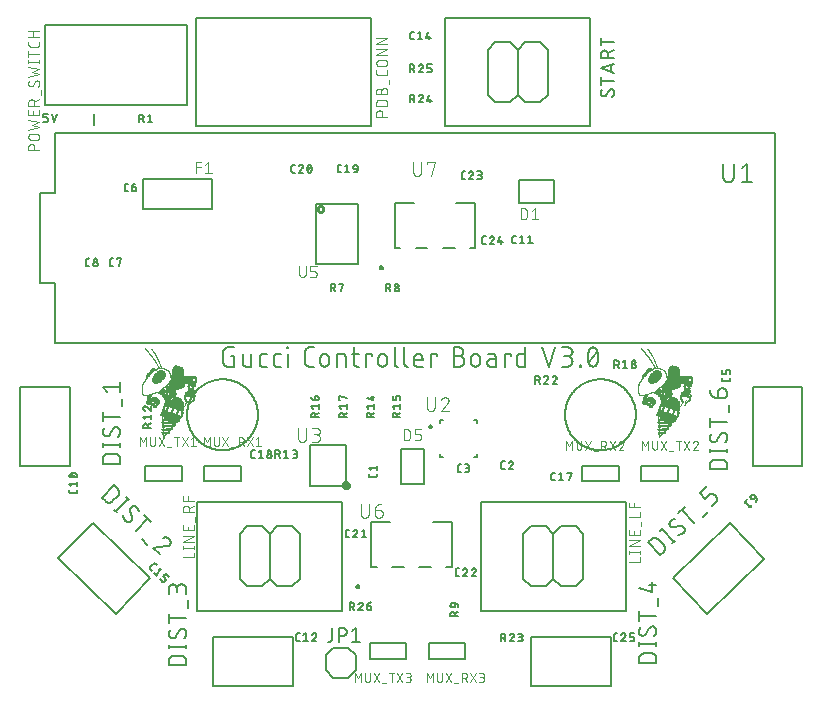
<source format=gbr>
G04 EAGLE Gerber RS-274X export*
G75*
%MOMM*%
%FSLAX34Y34*%
%LPD*%
%INSilkscreen Top*%
%IPPOS*%
%AMOC8*
5,1,8,0,0,1.08239X$1,22.5*%
G01*
%ADD10C,0.152400*%
%ADD11C,0.203200*%
%ADD12C,0.127000*%
%ADD13C,0.076200*%
%ADD14C,0.200000*%
%ADD15C,0.101600*%
%ADD16R,0.030481X0.010156*%
%ADD17R,0.030475X0.010156*%
%ADD18R,0.050800X0.010156*%
%ADD19R,0.050800X0.010162*%
%ADD20R,0.071119X0.010156*%
%ADD21R,0.040638X0.010156*%
%ADD22R,0.030481X0.010162*%
%ADD23R,0.030475X0.010162*%
%ADD24R,0.040638X0.010162*%
%ADD25R,0.020319X0.010156*%
%ADD26R,0.010156X0.010156*%
%ADD27R,0.132075X0.010156*%
%ADD28R,0.213363X0.010156*%
%ADD29R,0.254000X0.010162*%
%ADD30R,0.010156X0.010162*%
%ADD31R,0.375919X0.010156*%
%ADD32R,0.436875X0.010156*%
%ADD33R,0.518162X0.010156*%
%ADD34R,0.558800X0.010156*%
%ADD35R,0.599438X0.010162*%
%ADD36R,0.579119X0.010156*%
%ADD37R,0.599438X0.010156*%
%ADD38R,0.538481X0.010156*%
%ADD39R,0.010162X0.010162*%
%ADD40R,0.426719X0.010162*%
%ADD41R,0.010162X0.010156*%
%ADD42R,0.386081X0.010156*%
%ADD43R,0.294637X0.010156*%
%ADD44R,0.233681X0.010156*%
%ADD45R,0.142238X0.010156*%
%ADD46R,0.081275X0.010162*%
%ADD47R,0.132081X0.010162*%
%ADD48R,0.152400X0.010156*%
%ADD49R,0.365762X0.010156*%
%ADD50R,0.497838X0.010156*%
%ADD51R,0.568963X0.010162*%
%ADD52R,0.701037X0.010156*%
%ADD53R,0.772163X0.010156*%
%ADD54R,0.822963X0.010156*%
%ADD55R,0.843281X0.010156*%
%ADD56R,0.843281X0.010162*%
%ADD57R,0.833119X0.010156*%
%ADD58R,0.772156X0.010156*%
%ADD59R,0.548638X0.010156*%
%ADD60R,0.396238X0.010162*%
%ADD61R,0.335281X0.010156*%
%ADD62R,0.193038X0.010156*%
%ADD63R,0.172719X0.010156*%
%ADD64R,0.071119X0.010162*%
%ADD65R,0.182881X0.010156*%
%ADD66R,0.447038X0.010156*%
%ADD67R,0.721356X0.010162*%
%ADD68R,0.863600X0.010156*%
%ADD69R,0.965200X0.010156*%
%ADD70R,1.066800X0.010156*%
%ADD71R,1.076956X0.010156*%
%ADD72R,1.087119X0.010162*%
%ADD73R,1.087119X0.010156*%
%ADD74R,1.026156X0.010156*%
%ADD75R,0.802638X0.010156*%
%ADD76R,0.721363X0.010156*%
%ADD77R,0.538475X0.010162*%
%ADD78R,0.457200X0.010156*%
%ADD79R,0.284481X0.010156*%
%ADD80R,0.182875X0.010156*%
%ADD81R,0.060956X0.010156*%
%ADD82R,0.365756X0.010162*%
%ADD83R,0.477519X0.010156*%
%ADD84R,0.680719X0.010156*%
%ADD85R,0.782319X0.010156*%
%ADD86R,0.985519X0.010156*%
%ADD87R,1.229356X0.010156*%
%ADD88R,1.259838X0.010156*%
%ADD89R,1.249681X0.010156*%
%ADD90R,1.178556X0.010162*%
%ADD91R,0.975356X0.010156*%
%ADD92R,0.355600X0.010162*%
%ADD93R,0.314956X0.010156*%
%ADD94R,0.355600X0.010156*%
%ADD95R,0.396238X0.010156*%
%ADD96R,0.436881X0.010156*%
%ADD97R,0.548638X0.010162*%
%ADD98R,0.243838X0.010156*%
%ADD99R,0.609600X0.010156*%
%ADD100R,0.619756X0.010156*%
%ADD101R,0.589281X0.010156*%
%ADD102R,0.660400X0.010156*%
%ADD103R,0.721356X0.010156*%
%ADD104R,1.483356X0.010162*%
%ADD105R,1.483356X0.010156*%
%ADD106R,1.493519X0.010156*%
%ADD107R,1.513838X0.010156*%
%ADD108R,1.493519X0.010162*%
%ADD109R,1.341119X0.010156*%
%ADD110R,1.209037X0.010156*%
%ADD111R,1.005837X0.010156*%
%ADD112R,1.016000X0.010162*%
%ADD113R,1.097281X0.010156*%
%ADD114R,1.137919X0.010156*%
%ADD115R,1.148075X0.010162*%
%ADD116R,1.178556X0.010156*%
%ADD117R,1.270000X0.010156*%
%ADD118R,1.290319X0.010156*%
%ADD119R,1.391919X0.010162*%
%ADD120R,1.402081X0.010156*%
%ADD121R,1.442719X0.010156*%
%ADD122R,1.473200X0.010156*%
%ADD123R,1.595119X0.010156*%
%ADD124R,1.584956X0.010162*%
%ADD125R,0.091438X0.010156*%
%ADD126R,1.463037X0.010156*%
%ADD127R,0.101600X0.010156*%
%ADD128R,1.452881X0.010156*%
%ADD129R,1.452881X0.010162*%
%ADD130R,0.111756X0.010162*%
%ADD131R,0.111756X0.010156*%
%ADD132R,0.101600X0.010162*%
%ADD133R,1.452875X0.010162*%
%ADD134R,0.121919X0.010162*%
%ADD135R,1.452875X0.010156*%
%ADD136R,0.111763X0.010156*%
%ADD137R,0.121919X0.010156*%
%ADD138R,1.432556X0.010162*%
%ADD139R,1.198881X0.010156*%
%ADD140R,1.188719X0.010156*%
%ADD141R,1.148075X0.010156*%
%ADD142R,1.127763X0.010162*%
%ADD143R,0.182881X0.010162*%
%ADD144R,0.162556X0.010156*%
%ADD145R,1.036319X0.010156*%
%ADD146R,0.965200X0.010162*%
%ADD147R,0.172719X0.010162*%
%ADD148R,0.132081X0.010156*%
%ADD149R,0.955038X0.010156*%
%ADD150R,0.944881X0.010156*%
%ADD151R,0.081281X0.010156*%
%ADD152R,0.640075X0.010162*%
%ADD153R,0.193038X0.010162*%
%ADD154R,0.528319X0.010156*%
%ADD155R,0.436881X0.010162*%
%ADD156R,0.426719X0.010156*%
%ADD157R,0.213356X0.010156*%
%ADD158R,0.264163X0.010162*%
%ADD159R,0.223519X0.010162*%
%ADD160R,0.254000X0.010156*%
%ADD161R,0.274319X0.010156*%
%ADD162R,0.304800X0.010156*%
%ADD163R,0.162562X0.010156*%
%ADD164R,0.132075X0.010162*%
%ADD165R,0.518156X0.010162*%
%ADD166R,0.508000X0.010156*%
%ADD167R,0.152400X0.010162*%
%ADD168R,0.518162X0.010162*%
%ADD169R,0.629919X0.010156*%
%ADD170R,0.670556X0.010162*%
%ADD171R,0.182875X0.010162*%
%ADD172R,0.792475X0.010162*%
%ADD173R,0.995675X0.010156*%
%ADD174R,0.975356X0.010162*%
%ADD175R,0.020319X0.010162*%
%ADD176R,0.345438X0.010156*%
%ADD177R,1.016000X0.010156*%
%ADD178R,0.375919X0.010162*%
%ADD179R,0.142238X0.010162*%
%ADD180R,1.127756X0.010162*%
%ADD181R,0.091438X0.010162*%
%ADD182R,1.249675X0.010156*%
%ADD183R,0.386075X0.010156*%
%ADD184R,0.406400X0.010156*%
%ADD185R,1.239519X0.010156*%
%ADD186R,1.249675X0.010162*%
%ADD187R,0.416563X0.010156*%
%ADD188R,1.310638X0.010156*%
%ADD189R,1.432556X0.010156*%
%ADD190R,1.391919X0.010156*%
%ADD191R,0.203200X0.010162*%
%ADD192R,0.233681X0.010162*%
%ADD193R,1.330956X0.010156*%
%ADD194R,0.203200X0.010156*%
%ADD195R,1.320800X0.010156*%
%ADD196R,1.209037X0.010162*%
%ADD197R,0.345438X0.010162*%
%ADD198R,1.148081X0.010156*%
%ADD199R,1.107438X0.010156*%
%ADD200R,1.076963X0.010156*%
%ADD201R,0.284475X0.010162*%
%ADD202R,0.294637X0.010162*%
%ADD203R,0.213363X0.010162*%
%ADD204R,1.066800X0.010162*%
%ADD205R,0.487675X0.010162*%
%ADD206R,0.538475X0.010156*%
%ADD207R,0.924556X0.010156*%
%ADD208R,0.731519X0.010162*%
%ADD209R,0.243838X0.010162*%
%ADD210R,0.894075X0.010162*%
%ADD211R,0.609600X0.010162*%
%ADD212R,0.741681X0.010156*%
%ADD213R,0.883919X0.010156*%
%ADD214R,0.640075X0.010156*%
%ADD215R,0.822956X0.010156*%
%ADD216R,0.812800X0.010156*%
%ADD217R,0.690881X0.010156*%
%ADD218R,0.751838X0.010156*%
%ADD219R,0.711200X0.010156*%
%ADD220R,0.741681X0.010162*%
%ADD221R,0.060963X0.010162*%
%ADD222R,0.060963X0.010156*%
%ADD223R,0.792481X0.010156*%
%ADD224R,0.223519X0.010156*%
%ADD225R,0.640081X0.010156*%
%ADD226R,0.518156X0.010156*%
%ADD227R,0.508000X0.010162*%
%ADD228R,0.863600X0.010162*%
%ADD229R,0.081281X0.010162*%
%ADD230R,0.528319X0.010162*%
%ADD231R,0.162556X0.010162*%
%ADD232R,0.335281X0.010162*%
%ADD233R,1.026156X0.010162*%
%ADD234R,1.046481X0.010156*%
%ADD235R,1.127756X0.010156*%
%ADD236R,0.762000X0.010162*%
%ADD237R,0.314956X0.010162*%
%ADD238R,1.168400X0.010162*%
%ADD239R,0.762000X0.010156*%
%ADD240R,0.264156X0.010156*%
%ADD241R,0.284475X0.010156*%
%ADD242R,0.274319X0.010162*%
%ADD243R,0.335275X0.010156*%
%ADD244R,0.325119X0.010156*%
%ADD245R,0.233675X0.010162*%
%ADD246R,0.670563X0.010156*%
%ADD247R,0.944881X0.010162*%
%ADD248R,0.619756X0.010162*%
%ADD249R,0.914400X0.010156*%
%ADD250R,0.568963X0.010156*%
%ADD251R,0.447038X0.010162*%
%ADD252R,0.497838X0.010162*%
%ADD253R,0.416556X0.010156*%
%ADD254R,0.568956X0.010156*%
%ADD255R,0.487681X0.010156*%
%ADD256R,0.670556X0.010156*%
%ADD257R,0.365756X0.010156*%
%ADD258R,0.751838X0.010162*%
%ADD259R,0.111763X0.010162*%
%ADD260R,0.822956X0.010162*%
%ADD261R,0.264156X0.010162*%
%ADD262R,0.467363X0.010162*%
%ADD263R,0.060956X0.010162*%
%ADD264R,0.883919X0.010162*%
%ADD265R,0.904238X0.010156*%
%ADD266R,0.660400X0.010162*%
%ADD267R,0.589275X0.010156*%
%ADD268R,0.233675X0.010156*%
%ADD269R,0.213356X0.010162*%
%ADD270R,0.457200X0.010162*%
%ADD271R,0.314963X0.010156*%
%ADD272R,0.264163X0.010156*%
%ADD273R,0.081275X0.010156*%
%ADD274R,0.436875X0.010162*%
%ADD275R,0.579119X0.010162*%
%ADD276R,0.680719X0.010162*%
%ADD277R,0.619762X0.010156*%
%ADD278R,0.487675X0.010156*%
%ADD279R,0.467356X0.010156*%
%ADD280R,0.477519X0.010162*%
%ADD281R,0.924563X0.010162*%
%ADD282R,0.650238X0.010156*%
%ADD283R,0.670563X0.010162*%
%ADD284R,0.416556X0.010162*%
%ADD285R,0.843275X0.010156*%
%ADD286R,0.416563X0.010162*%
%ADD287R,1.046475X0.010156*%
%ADD288R,1.056638X0.010156*%
%ADD289R,1.158238X0.010156*%
%ADD290R,1.168400X0.010156*%
%ADD291R,1.188719X0.010162*%
%ADD292R,1.270000X0.010162*%
%ADD293R,1.310638X0.010162*%
%ADD294R,1.351275X0.010156*%
%ADD295R,1.351275X0.010162*%
%ADD296R,1.361438X0.010156*%
%ADD297R,1.361438X0.010162*%
%ADD298R,1.371600X0.010156*%
%ADD299R,1.381763X0.010156*%
%ADD300R,1.371600X0.010162*%
%ADD301R,0.386075X0.010162*%
%ADD302R,1.432562X0.010162*%
%ADD303R,0.386081X0.010162*%
%ADD304R,1.554481X0.010156*%
%ADD305R,1.229356X0.010162*%
%ADD306R,0.335275X0.010162*%
%ADD307R,1.280156X0.010156*%
%ADD308R,1.574800X0.010162*%
%ADD309R,1.635756X0.010156*%
%ADD310R,1.645919X0.010156*%
%ADD311R,1.656075X0.010156*%
%ADD312R,1.666238X0.010156*%
%ADD313R,1.676400X0.010162*%
%ADD314R,0.731519X0.010156*%
%ADD315R,1.656081X0.010156*%
%ADD316R,1.676400X0.010156*%
%ADD317R,0.792475X0.010156*%
%ADD318R,0.802638X0.010162*%
%ADD319R,1.473200X0.010162*%
%ADD320R,1.869438X0.010156*%
%ADD321R,1.838956X0.010156*%
%ADD322R,0.853438X0.010156*%
%ADD323R,1.849119X0.010156*%
%ADD324R,1.818638X0.010156*%
%ADD325R,0.873756X0.010162*%
%ADD326R,1.818638X0.010162*%
%ADD327R,1.808475X0.010156*%
%ADD328R,0.894075X0.010156*%
%ADD329R,0.914400X0.010162*%
%ADD330R,0.944875X0.010156*%
%ADD331R,1.117600X0.010156*%
%ADD332R,0.955038X0.010162*%
%ADD333R,1.341119X0.010162*%
%ADD334R,1.534156X0.010156*%
%ADD335R,0.985519X0.010162*%
%ADD336R,1.808481X0.010162*%
%ADD337R,0.995681X0.010156*%
%ADD338R,1.828800X0.010156*%
%ADD339R,1.859281X0.010156*%
%ADD340R,1.889756X0.010156*%
%ADD341R,2.164081X0.010162*%
%ADD342R,2.143763X0.010156*%
%ADD343R,2.153919X0.010156*%
%ADD344R,1.005837X0.010162*%
%ADD345R,0.975363X0.010156*%
%ADD346R,0.640081X0.010162*%
%ADD347R,0.995681X0.010162*%
%ADD348R,1.046475X0.010162*%
%ADD349R,0.325119X0.010162*%
%ADD350R,0.934719X0.010156*%
%ADD351R,0.894081X0.010156*%
%ADD352R,0.904238X0.010162*%
%ADD353R,0.782319X0.010162*%
%ADD354R,0.701037X0.010162*%
%ADD355R,1.056638X0.010162*%
%ADD356R,1.046481X0.010162*%
%ADD357R,1.026163X0.010162*%
%ADD358R,1.026163X0.010156*%
%ADD359R,0.467356X0.010162*%
%ADD360R,0.741675X0.010156*%
%ADD361C,0.300000*%
%ADD362C,0.250000*%


D10*
X37084Y279793D02*
X39793Y279793D01*
X39793Y270762D01*
X34374Y270762D01*
X34256Y270764D01*
X34138Y270770D01*
X34020Y270779D01*
X33903Y270793D01*
X33786Y270810D01*
X33669Y270831D01*
X33554Y270856D01*
X33439Y270885D01*
X33325Y270918D01*
X33213Y270954D01*
X33102Y270994D01*
X32992Y271037D01*
X32883Y271084D01*
X32776Y271134D01*
X32671Y271189D01*
X32568Y271246D01*
X32467Y271307D01*
X32367Y271371D01*
X32270Y271438D01*
X32175Y271508D01*
X32083Y271582D01*
X31992Y271658D01*
X31905Y271738D01*
X31820Y271820D01*
X31738Y271905D01*
X31658Y271992D01*
X31582Y272083D01*
X31508Y272175D01*
X31438Y272270D01*
X31371Y272367D01*
X31307Y272467D01*
X31246Y272568D01*
X31189Y272671D01*
X31134Y272776D01*
X31084Y272883D01*
X31037Y272992D01*
X30994Y273102D01*
X30954Y273213D01*
X30918Y273325D01*
X30885Y273439D01*
X30856Y273554D01*
X30831Y273669D01*
X30810Y273786D01*
X30793Y273903D01*
X30779Y274020D01*
X30770Y274138D01*
X30764Y274256D01*
X30762Y274374D01*
X30762Y283406D01*
X30764Y283524D01*
X30770Y283642D01*
X30779Y283760D01*
X30793Y283877D01*
X30810Y283994D01*
X30831Y284111D01*
X30856Y284226D01*
X30885Y284341D01*
X30918Y284455D01*
X30954Y284567D01*
X30994Y284678D01*
X31037Y284788D01*
X31084Y284897D01*
X31134Y285004D01*
X31188Y285109D01*
X31246Y285212D01*
X31307Y285313D01*
X31371Y285413D01*
X31438Y285510D01*
X31508Y285605D01*
X31582Y285697D01*
X31658Y285788D01*
X31738Y285875D01*
X31820Y285960D01*
X31905Y286042D01*
X31992Y286122D01*
X32083Y286198D01*
X32175Y286272D01*
X32270Y286342D01*
X32367Y286409D01*
X32467Y286473D01*
X32568Y286534D01*
X32671Y286591D01*
X32776Y286645D01*
X32883Y286696D01*
X32992Y286743D01*
X33102Y286786D01*
X33213Y286826D01*
X33325Y286862D01*
X33439Y286895D01*
X33554Y286924D01*
X33669Y286949D01*
X33786Y286970D01*
X33903Y286987D01*
X34020Y287001D01*
X34138Y287010D01*
X34256Y287016D01*
X34374Y287018D01*
X39793Y287018D01*
X47296Y281599D02*
X47296Y273471D01*
X47297Y273471D02*
X47299Y273370D01*
X47305Y273269D01*
X47314Y273168D01*
X47327Y273067D01*
X47344Y272967D01*
X47365Y272868D01*
X47389Y272770D01*
X47417Y272673D01*
X47449Y272576D01*
X47484Y272481D01*
X47523Y272388D01*
X47565Y272296D01*
X47611Y272205D01*
X47660Y272117D01*
X47712Y272030D01*
X47768Y271945D01*
X47826Y271862D01*
X47888Y271782D01*
X47953Y271704D01*
X48020Y271628D01*
X48090Y271555D01*
X48163Y271485D01*
X48239Y271418D01*
X48317Y271353D01*
X48397Y271291D01*
X48480Y271233D01*
X48565Y271177D01*
X48652Y271125D01*
X48740Y271076D01*
X48831Y271030D01*
X48923Y270988D01*
X49016Y270949D01*
X49111Y270914D01*
X49208Y270882D01*
X49305Y270854D01*
X49403Y270830D01*
X49502Y270809D01*
X49602Y270792D01*
X49703Y270779D01*
X49804Y270770D01*
X49905Y270764D01*
X50006Y270762D01*
X54521Y270762D01*
X54521Y281599D01*
X64091Y270762D02*
X67704Y270762D01*
X64091Y270762D02*
X63990Y270764D01*
X63889Y270770D01*
X63788Y270779D01*
X63687Y270792D01*
X63587Y270809D01*
X63488Y270830D01*
X63390Y270854D01*
X63293Y270882D01*
X63196Y270914D01*
X63101Y270949D01*
X63008Y270988D01*
X62916Y271030D01*
X62825Y271076D01*
X62737Y271125D01*
X62650Y271177D01*
X62565Y271233D01*
X62482Y271291D01*
X62402Y271353D01*
X62324Y271418D01*
X62248Y271485D01*
X62175Y271555D01*
X62105Y271628D01*
X62038Y271704D01*
X61973Y271782D01*
X61911Y271862D01*
X61853Y271945D01*
X61797Y272030D01*
X61745Y272117D01*
X61696Y272205D01*
X61650Y272296D01*
X61608Y272388D01*
X61569Y272481D01*
X61534Y272576D01*
X61502Y272673D01*
X61474Y272770D01*
X61450Y272868D01*
X61429Y272967D01*
X61412Y273067D01*
X61399Y273168D01*
X61390Y273269D01*
X61384Y273370D01*
X61382Y273471D01*
X61382Y278890D01*
X61384Y278991D01*
X61390Y279092D01*
X61399Y279193D01*
X61412Y279294D01*
X61429Y279394D01*
X61450Y279493D01*
X61474Y279591D01*
X61502Y279688D01*
X61534Y279785D01*
X61569Y279880D01*
X61608Y279973D01*
X61650Y280065D01*
X61696Y280156D01*
X61745Y280245D01*
X61797Y280331D01*
X61853Y280416D01*
X61911Y280499D01*
X61973Y280579D01*
X62038Y280657D01*
X62105Y280733D01*
X62175Y280806D01*
X62248Y280876D01*
X62324Y280943D01*
X62402Y281008D01*
X62482Y281070D01*
X62565Y281128D01*
X62650Y281184D01*
X62737Y281236D01*
X62825Y281285D01*
X62916Y281331D01*
X63008Y281373D01*
X63101Y281412D01*
X63196Y281447D01*
X63293Y281479D01*
X63390Y281507D01*
X63488Y281531D01*
X63587Y281552D01*
X63687Y281569D01*
X63788Y281582D01*
X63889Y281591D01*
X63990Y281597D01*
X64091Y281599D01*
X67704Y281599D01*
X76075Y270762D02*
X79688Y270762D01*
X76075Y270762D02*
X75974Y270764D01*
X75873Y270770D01*
X75772Y270779D01*
X75671Y270792D01*
X75571Y270809D01*
X75472Y270830D01*
X75374Y270854D01*
X75277Y270882D01*
X75180Y270914D01*
X75085Y270949D01*
X74992Y270988D01*
X74900Y271030D01*
X74809Y271076D01*
X74721Y271125D01*
X74634Y271177D01*
X74549Y271233D01*
X74466Y271291D01*
X74386Y271353D01*
X74308Y271418D01*
X74232Y271485D01*
X74159Y271555D01*
X74089Y271628D01*
X74022Y271704D01*
X73957Y271782D01*
X73895Y271862D01*
X73837Y271945D01*
X73781Y272030D01*
X73729Y272117D01*
X73680Y272205D01*
X73634Y272296D01*
X73592Y272388D01*
X73553Y272481D01*
X73518Y272576D01*
X73486Y272673D01*
X73458Y272770D01*
X73434Y272868D01*
X73413Y272967D01*
X73396Y273067D01*
X73383Y273168D01*
X73374Y273269D01*
X73368Y273370D01*
X73366Y273471D01*
X73366Y278890D01*
X73368Y278991D01*
X73374Y279092D01*
X73383Y279193D01*
X73396Y279294D01*
X73413Y279394D01*
X73434Y279493D01*
X73458Y279591D01*
X73486Y279688D01*
X73518Y279785D01*
X73553Y279880D01*
X73592Y279973D01*
X73634Y280065D01*
X73680Y280156D01*
X73729Y280245D01*
X73781Y280331D01*
X73837Y280416D01*
X73895Y280499D01*
X73957Y280579D01*
X74022Y280657D01*
X74089Y280733D01*
X74159Y280806D01*
X74232Y280876D01*
X74308Y280943D01*
X74386Y281008D01*
X74466Y281070D01*
X74549Y281128D01*
X74634Y281184D01*
X74721Y281236D01*
X74809Y281285D01*
X74900Y281331D01*
X74992Y281373D01*
X75085Y281412D01*
X75180Y281447D01*
X75277Y281479D01*
X75374Y281507D01*
X75472Y281531D01*
X75571Y281552D01*
X75671Y281569D01*
X75772Y281582D01*
X75873Y281591D01*
X75974Y281597D01*
X76075Y281599D01*
X79688Y281599D01*
X85298Y281599D02*
X85298Y270762D01*
X84846Y286115D02*
X84846Y287018D01*
X85749Y287018D01*
X85749Y286115D01*
X84846Y286115D01*
X103633Y270762D02*
X107246Y270762D01*
X103633Y270762D02*
X103515Y270764D01*
X103397Y270770D01*
X103279Y270779D01*
X103162Y270793D01*
X103045Y270810D01*
X102928Y270831D01*
X102813Y270856D01*
X102698Y270885D01*
X102584Y270918D01*
X102472Y270954D01*
X102361Y270994D01*
X102251Y271037D01*
X102142Y271084D01*
X102035Y271134D01*
X101930Y271189D01*
X101827Y271246D01*
X101726Y271307D01*
X101626Y271371D01*
X101529Y271438D01*
X101434Y271508D01*
X101342Y271582D01*
X101251Y271658D01*
X101164Y271738D01*
X101079Y271820D01*
X100997Y271905D01*
X100917Y271992D01*
X100841Y272083D01*
X100767Y272175D01*
X100697Y272270D01*
X100630Y272367D01*
X100566Y272467D01*
X100505Y272568D01*
X100448Y272671D01*
X100393Y272776D01*
X100343Y272883D01*
X100296Y272992D01*
X100253Y273102D01*
X100213Y273213D01*
X100177Y273325D01*
X100144Y273439D01*
X100115Y273554D01*
X100090Y273669D01*
X100069Y273786D01*
X100052Y273903D01*
X100038Y274020D01*
X100029Y274138D01*
X100023Y274256D01*
X100021Y274374D01*
X100021Y283406D01*
X100023Y283524D01*
X100029Y283642D01*
X100038Y283760D01*
X100052Y283877D01*
X100069Y283994D01*
X100090Y284111D01*
X100115Y284226D01*
X100144Y284341D01*
X100177Y284455D01*
X100213Y284567D01*
X100253Y284678D01*
X100296Y284788D01*
X100343Y284897D01*
X100393Y285004D01*
X100447Y285109D01*
X100505Y285212D01*
X100566Y285313D01*
X100630Y285413D01*
X100697Y285510D01*
X100767Y285605D01*
X100841Y285697D01*
X100917Y285788D01*
X100997Y285875D01*
X101079Y285960D01*
X101164Y286042D01*
X101251Y286122D01*
X101342Y286198D01*
X101434Y286272D01*
X101529Y286342D01*
X101626Y286409D01*
X101726Y286473D01*
X101827Y286534D01*
X101930Y286591D01*
X102035Y286645D01*
X102142Y286696D01*
X102251Y286743D01*
X102361Y286786D01*
X102472Y286826D01*
X102584Y286862D01*
X102698Y286895D01*
X102813Y286924D01*
X102928Y286949D01*
X103045Y286970D01*
X103162Y286987D01*
X103279Y287001D01*
X103397Y287010D01*
X103515Y287016D01*
X103633Y287018D01*
X107246Y287018D01*
X112947Y277987D02*
X112947Y274374D01*
X112948Y277987D02*
X112950Y278106D01*
X112956Y278226D01*
X112966Y278345D01*
X112980Y278463D01*
X112997Y278582D01*
X113019Y278699D01*
X113044Y278816D01*
X113074Y278931D01*
X113107Y279046D01*
X113144Y279160D01*
X113184Y279272D01*
X113229Y279383D01*
X113277Y279492D01*
X113328Y279600D01*
X113383Y279706D01*
X113442Y279810D01*
X113504Y279912D01*
X113569Y280012D01*
X113638Y280110D01*
X113710Y280206D01*
X113785Y280299D01*
X113862Y280389D01*
X113943Y280477D01*
X114027Y280562D01*
X114114Y280644D01*
X114203Y280724D01*
X114295Y280800D01*
X114389Y280874D01*
X114486Y280944D01*
X114584Y281011D01*
X114685Y281075D01*
X114789Y281135D01*
X114894Y281192D01*
X115001Y281245D01*
X115109Y281295D01*
X115219Y281341D01*
X115331Y281383D01*
X115444Y281422D01*
X115558Y281457D01*
X115673Y281488D01*
X115790Y281516D01*
X115907Y281539D01*
X116024Y281559D01*
X116143Y281575D01*
X116262Y281587D01*
X116381Y281595D01*
X116500Y281599D01*
X116620Y281599D01*
X116739Y281595D01*
X116858Y281587D01*
X116977Y281575D01*
X117096Y281559D01*
X117213Y281539D01*
X117330Y281516D01*
X117447Y281488D01*
X117562Y281457D01*
X117676Y281422D01*
X117789Y281383D01*
X117901Y281341D01*
X118011Y281295D01*
X118119Y281245D01*
X118226Y281192D01*
X118331Y281135D01*
X118435Y281075D01*
X118536Y281011D01*
X118634Y280944D01*
X118731Y280874D01*
X118825Y280800D01*
X118917Y280724D01*
X119006Y280644D01*
X119093Y280562D01*
X119177Y280477D01*
X119258Y280389D01*
X119335Y280299D01*
X119410Y280206D01*
X119482Y280110D01*
X119551Y280012D01*
X119616Y279912D01*
X119678Y279810D01*
X119737Y279706D01*
X119792Y279600D01*
X119843Y279492D01*
X119891Y279383D01*
X119936Y279272D01*
X119976Y279160D01*
X120013Y279046D01*
X120046Y278931D01*
X120076Y278816D01*
X120101Y278699D01*
X120123Y278582D01*
X120140Y278463D01*
X120154Y278345D01*
X120164Y278226D01*
X120170Y278106D01*
X120172Y277987D01*
X120172Y274374D01*
X120170Y274255D01*
X120164Y274135D01*
X120154Y274016D01*
X120140Y273898D01*
X120123Y273779D01*
X120101Y273662D01*
X120076Y273545D01*
X120046Y273430D01*
X120013Y273315D01*
X119976Y273201D01*
X119936Y273089D01*
X119891Y272978D01*
X119843Y272869D01*
X119792Y272761D01*
X119737Y272655D01*
X119678Y272551D01*
X119616Y272449D01*
X119551Y272349D01*
X119482Y272251D01*
X119410Y272155D01*
X119335Y272062D01*
X119258Y271972D01*
X119177Y271884D01*
X119093Y271799D01*
X119006Y271717D01*
X118917Y271637D01*
X118825Y271561D01*
X118731Y271487D01*
X118634Y271417D01*
X118536Y271350D01*
X118435Y271286D01*
X118331Y271226D01*
X118226Y271169D01*
X118119Y271116D01*
X118011Y271066D01*
X117901Y271020D01*
X117789Y270978D01*
X117676Y270939D01*
X117562Y270904D01*
X117447Y270873D01*
X117330Y270845D01*
X117213Y270822D01*
X117096Y270802D01*
X116977Y270786D01*
X116858Y270774D01*
X116739Y270766D01*
X116620Y270762D01*
X116500Y270762D01*
X116381Y270766D01*
X116262Y270774D01*
X116143Y270786D01*
X116024Y270802D01*
X115907Y270822D01*
X115790Y270845D01*
X115673Y270873D01*
X115558Y270904D01*
X115444Y270939D01*
X115331Y270978D01*
X115219Y271020D01*
X115109Y271066D01*
X115001Y271116D01*
X114894Y271169D01*
X114789Y271226D01*
X114685Y271286D01*
X114584Y271350D01*
X114486Y271417D01*
X114389Y271487D01*
X114295Y271561D01*
X114203Y271637D01*
X114114Y271717D01*
X114027Y271799D01*
X113943Y271884D01*
X113862Y271972D01*
X113785Y272062D01*
X113710Y272155D01*
X113638Y272251D01*
X113569Y272349D01*
X113504Y272449D01*
X113442Y272551D01*
X113383Y272655D01*
X113328Y272761D01*
X113277Y272869D01*
X113229Y272978D01*
X113184Y273089D01*
X113144Y273201D01*
X113107Y273315D01*
X113074Y273430D01*
X113044Y273545D01*
X113019Y273662D01*
X112997Y273779D01*
X112980Y273898D01*
X112966Y274016D01*
X112956Y274135D01*
X112950Y274255D01*
X112948Y274374D01*
X127016Y270762D02*
X127016Y281599D01*
X131531Y281599D01*
X131635Y281597D01*
X131738Y281591D01*
X131842Y281581D01*
X131945Y281567D01*
X132047Y281549D01*
X132148Y281528D01*
X132249Y281502D01*
X132348Y281473D01*
X132447Y281440D01*
X132544Y281403D01*
X132639Y281362D01*
X132733Y281318D01*
X132825Y281270D01*
X132915Y281219D01*
X133004Y281164D01*
X133090Y281106D01*
X133173Y281044D01*
X133255Y280980D01*
X133333Y280912D01*
X133409Y280842D01*
X133483Y280769D01*
X133553Y280692D01*
X133621Y280614D01*
X133685Y280532D01*
X133747Y280449D01*
X133805Y280363D01*
X133860Y280274D01*
X133911Y280184D01*
X133959Y280092D01*
X134003Y279998D01*
X134044Y279903D01*
X134081Y279806D01*
X134114Y279707D01*
X134143Y279608D01*
X134169Y279507D01*
X134190Y279406D01*
X134208Y279304D01*
X134222Y279201D01*
X134232Y279097D01*
X134238Y278994D01*
X134240Y278890D01*
X134240Y270762D01*
X139786Y281599D02*
X145205Y281599D01*
X141593Y287018D02*
X141593Y273471D01*
X141595Y273370D01*
X141601Y273269D01*
X141610Y273168D01*
X141623Y273067D01*
X141640Y272967D01*
X141661Y272868D01*
X141685Y272770D01*
X141713Y272673D01*
X141745Y272576D01*
X141780Y272481D01*
X141819Y272388D01*
X141861Y272296D01*
X141907Y272205D01*
X141956Y272117D01*
X142008Y272030D01*
X142064Y271945D01*
X142122Y271862D01*
X142184Y271782D01*
X142249Y271704D01*
X142316Y271628D01*
X142386Y271555D01*
X142459Y271485D01*
X142535Y271418D01*
X142613Y271353D01*
X142693Y271291D01*
X142776Y271233D01*
X142861Y271177D01*
X142948Y271125D01*
X143036Y271076D01*
X143127Y271030D01*
X143219Y270988D01*
X143312Y270949D01*
X143407Y270914D01*
X143504Y270882D01*
X143601Y270854D01*
X143699Y270830D01*
X143798Y270809D01*
X143898Y270792D01*
X143999Y270779D01*
X144100Y270770D01*
X144201Y270764D01*
X144302Y270762D01*
X145205Y270762D01*
X151589Y270762D02*
X151589Y281599D01*
X157008Y281599D01*
X157008Y279793D01*
X161925Y277987D02*
X161925Y274374D01*
X161926Y277987D02*
X161928Y278106D01*
X161934Y278226D01*
X161944Y278345D01*
X161958Y278463D01*
X161975Y278582D01*
X161997Y278699D01*
X162022Y278816D01*
X162052Y278931D01*
X162085Y279046D01*
X162122Y279160D01*
X162162Y279272D01*
X162207Y279383D01*
X162255Y279492D01*
X162306Y279600D01*
X162361Y279706D01*
X162420Y279810D01*
X162482Y279912D01*
X162547Y280012D01*
X162616Y280110D01*
X162688Y280206D01*
X162763Y280299D01*
X162840Y280389D01*
X162921Y280477D01*
X163005Y280562D01*
X163092Y280644D01*
X163181Y280724D01*
X163273Y280800D01*
X163367Y280874D01*
X163464Y280944D01*
X163562Y281011D01*
X163663Y281075D01*
X163767Y281135D01*
X163872Y281192D01*
X163979Y281245D01*
X164087Y281295D01*
X164197Y281341D01*
X164309Y281383D01*
X164422Y281422D01*
X164536Y281457D01*
X164651Y281488D01*
X164768Y281516D01*
X164885Y281539D01*
X165002Y281559D01*
X165121Y281575D01*
X165240Y281587D01*
X165359Y281595D01*
X165478Y281599D01*
X165598Y281599D01*
X165717Y281595D01*
X165836Y281587D01*
X165955Y281575D01*
X166074Y281559D01*
X166191Y281539D01*
X166308Y281516D01*
X166425Y281488D01*
X166540Y281457D01*
X166654Y281422D01*
X166767Y281383D01*
X166879Y281341D01*
X166989Y281295D01*
X167097Y281245D01*
X167204Y281192D01*
X167309Y281135D01*
X167413Y281075D01*
X167514Y281011D01*
X167612Y280944D01*
X167709Y280874D01*
X167803Y280800D01*
X167895Y280724D01*
X167984Y280644D01*
X168071Y280562D01*
X168155Y280477D01*
X168236Y280389D01*
X168313Y280299D01*
X168388Y280206D01*
X168460Y280110D01*
X168529Y280012D01*
X168594Y279912D01*
X168656Y279810D01*
X168715Y279706D01*
X168770Y279600D01*
X168821Y279492D01*
X168869Y279383D01*
X168914Y279272D01*
X168954Y279160D01*
X168991Y279046D01*
X169024Y278931D01*
X169054Y278816D01*
X169079Y278699D01*
X169101Y278582D01*
X169118Y278463D01*
X169132Y278345D01*
X169142Y278226D01*
X169148Y278106D01*
X169150Y277987D01*
X169150Y274374D01*
X169148Y274255D01*
X169142Y274135D01*
X169132Y274016D01*
X169118Y273898D01*
X169101Y273779D01*
X169079Y273662D01*
X169054Y273545D01*
X169024Y273430D01*
X168991Y273315D01*
X168954Y273201D01*
X168914Y273089D01*
X168869Y272978D01*
X168821Y272869D01*
X168770Y272761D01*
X168715Y272655D01*
X168656Y272551D01*
X168594Y272449D01*
X168529Y272349D01*
X168460Y272251D01*
X168388Y272155D01*
X168313Y272062D01*
X168236Y271972D01*
X168155Y271884D01*
X168071Y271799D01*
X167984Y271717D01*
X167895Y271637D01*
X167803Y271561D01*
X167709Y271487D01*
X167612Y271417D01*
X167514Y271350D01*
X167413Y271286D01*
X167309Y271226D01*
X167204Y271169D01*
X167097Y271116D01*
X166989Y271066D01*
X166879Y271020D01*
X166767Y270978D01*
X166654Y270939D01*
X166540Y270904D01*
X166425Y270873D01*
X166308Y270845D01*
X166191Y270822D01*
X166074Y270802D01*
X165955Y270786D01*
X165836Y270774D01*
X165717Y270766D01*
X165598Y270762D01*
X165478Y270762D01*
X165359Y270766D01*
X165240Y270774D01*
X165121Y270786D01*
X165002Y270802D01*
X164885Y270822D01*
X164768Y270845D01*
X164651Y270873D01*
X164536Y270904D01*
X164422Y270939D01*
X164309Y270978D01*
X164197Y271020D01*
X164087Y271066D01*
X163979Y271116D01*
X163872Y271169D01*
X163767Y271226D01*
X163663Y271286D01*
X163562Y271350D01*
X163464Y271417D01*
X163367Y271487D01*
X163273Y271561D01*
X163181Y271637D01*
X163092Y271717D01*
X163005Y271799D01*
X162921Y271884D01*
X162840Y271972D01*
X162763Y272062D01*
X162688Y272155D01*
X162616Y272251D01*
X162547Y272349D01*
X162482Y272449D01*
X162420Y272551D01*
X162361Y272655D01*
X162306Y272761D01*
X162255Y272869D01*
X162207Y272978D01*
X162162Y273089D01*
X162122Y273201D01*
X162085Y273315D01*
X162052Y273430D01*
X162022Y273545D01*
X161997Y273662D01*
X161975Y273779D01*
X161958Y273898D01*
X161944Y274016D01*
X161934Y274135D01*
X161928Y274255D01*
X161926Y274374D01*
X175709Y273471D02*
X175709Y287018D01*
X175710Y273471D02*
X175712Y273370D01*
X175718Y273269D01*
X175727Y273168D01*
X175740Y273067D01*
X175757Y272967D01*
X175778Y272868D01*
X175802Y272770D01*
X175830Y272673D01*
X175862Y272576D01*
X175897Y272481D01*
X175936Y272388D01*
X175978Y272296D01*
X176024Y272205D01*
X176073Y272117D01*
X176125Y272030D01*
X176181Y271945D01*
X176239Y271862D01*
X176301Y271782D01*
X176366Y271704D01*
X176433Y271628D01*
X176503Y271555D01*
X176576Y271485D01*
X176652Y271418D01*
X176730Y271353D01*
X176810Y271291D01*
X176893Y271233D01*
X176978Y271177D01*
X177065Y271125D01*
X177153Y271076D01*
X177244Y271030D01*
X177336Y270988D01*
X177429Y270949D01*
X177524Y270914D01*
X177621Y270882D01*
X177718Y270854D01*
X177816Y270830D01*
X177915Y270809D01*
X178015Y270792D01*
X178116Y270779D01*
X178217Y270770D01*
X178318Y270764D01*
X178419Y270762D01*
X184046Y273471D02*
X184046Y287018D01*
X184046Y273471D02*
X184048Y273370D01*
X184054Y273269D01*
X184063Y273168D01*
X184076Y273067D01*
X184093Y272967D01*
X184114Y272868D01*
X184138Y272770D01*
X184166Y272673D01*
X184198Y272576D01*
X184233Y272481D01*
X184272Y272388D01*
X184314Y272296D01*
X184360Y272205D01*
X184409Y272117D01*
X184461Y272030D01*
X184517Y271945D01*
X184575Y271862D01*
X184637Y271782D01*
X184702Y271704D01*
X184769Y271628D01*
X184839Y271555D01*
X184912Y271485D01*
X184988Y271418D01*
X185066Y271353D01*
X185146Y271291D01*
X185229Y271233D01*
X185314Y271177D01*
X185401Y271125D01*
X185489Y271076D01*
X185580Y271030D01*
X185672Y270988D01*
X185765Y270949D01*
X185860Y270914D01*
X185957Y270882D01*
X186054Y270854D01*
X186152Y270830D01*
X186251Y270809D01*
X186351Y270792D01*
X186452Y270779D01*
X186553Y270770D01*
X186654Y270764D01*
X186755Y270762D01*
X194855Y270762D02*
X199371Y270762D01*
X194855Y270762D02*
X194754Y270764D01*
X194653Y270770D01*
X194552Y270779D01*
X194451Y270792D01*
X194351Y270809D01*
X194252Y270830D01*
X194154Y270854D01*
X194057Y270882D01*
X193960Y270914D01*
X193865Y270949D01*
X193772Y270988D01*
X193680Y271030D01*
X193589Y271076D01*
X193501Y271125D01*
X193414Y271177D01*
X193329Y271233D01*
X193246Y271291D01*
X193166Y271353D01*
X193088Y271418D01*
X193012Y271485D01*
X192939Y271555D01*
X192869Y271628D01*
X192802Y271704D01*
X192737Y271782D01*
X192675Y271862D01*
X192617Y271945D01*
X192561Y272030D01*
X192509Y272117D01*
X192460Y272205D01*
X192414Y272296D01*
X192372Y272388D01*
X192333Y272481D01*
X192298Y272576D01*
X192266Y272673D01*
X192238Y272770D01*
X192214Y272868D01*
X192193Y272967D01*
X192176Y273067D01*
X192163Y273168D01*
X192154Y273269D01*
X192148Y273370D01*
X192146Y273471D01*
X192146Y277987D01*
X192148Y278106D01*
X192154Y278226D01*
X192164Y278345D01*
X192178Y278463D01*
X192195Y278582D01*
X192217Y278699D01*
X192242Y278816D01*
X192272Y278931D01*
X192305Y279046D01*
X192342Y279160D01*
X192382Y279272D01*
X192427Y279383D01*
X192475Y279492D01*
X192526Y279600D01*
X192581Y279706D01*
X192640Y279810D01*
X192702Y279912D01*
X192767Y280012D01*
X192836Y280110D01*
X192908Y280206D01*
X192983Y280299D01*
X193060Y280389D01*
X193141Y280477D01*
X193225Y280562D01*
X193312Y280644D01*
X193401Y280724D01*
X193493Y280800D01*
X193587Y280874D01*
X193684Y280944D01*
X193782Y281011D01*
X193883Y281075D01*
X193987Y281135D01*
X194092Y281192D01*
X194199Y281245D01*
X194307Y281295D01*
X194417Y281341D01*
X194529Y281383D01*
X194642Y281422D01*
X194756Y281457D01*
X194871Y281488D01*
X194988Y281516D01*
X195105Y281539D01*
X195222Y281559D01*
X195341Y281575D01*
X195460Y281587D01*
X195579Y281595D01*
X195698Y281599D01*
X195818Y281599D01*
X195937Y281595D01*
X196056Y281587D01*
X196175Y281575D01*
X196294Y281559D01*
X196411Y281539D01*
X196528Y281516D01*
X196645Y281488D01*
X196760Y281457D01*
X196874Y281422D01*
X196987Y281383D01*
X197099Y281341D01*
X197209Y281295D01*
X197317Y281245D01*
X197424Y281192D01*
X197529Y281135D01*
X197633Y281075D01*
X197734Y281011D01*
X197832Y280944D01*
X197929Y280874D01*
X198023Y280800D01*
X198115Y280724D01*
X198204Y280644D01*
X198291Y280562D01*
X198375Y280477D01*
X198456Y280389D01*
X198533Y280299D01*
X198608Y280206D01*
X198680Y280110D01*
X198749Y280012D01*
X198814Y279912D01*
X198876Y279810D01*
X198935Y279706D01*
X198990Y279600D01*
X199041Y279492D01*
X199089Y279383D01*
X199134Y279272D01*
X199174Y279160D01*
X199211Y279046D01*
X199244Y278931D01*
X199274Y278816D01*
X199299Y278699D01*
X199321Y278582D01*
X199338Y278463D01*
X199352Y278345D01*
X199362Y278226D01*
X199368Y278106D01*
X199370Y277987D01*
X199371Y277987D02*
X199371Y276181D01*
X192146Y276181D01*
X206299Y270762D02*
X206299Y281599D01*
X211717Y281599D01*
X211717Y279793D01*
X225842Y279793D02*
X230358Y279793D01*
X230358Y279794D02*
X230491Y279792D01*
X230623Y279786D01*
X230755Y279776D01*
X230887Y279763D01*
X231019Y279745D01*
X231149Y279724D01*
X231280Y279699D01*
X231409Y279670D01*
X231537Y279637D01*
X231665Y279601D01*
X231791Y279561D01*
X231916Y279517D01*
X232040Y279469D01*
X232162Y279418D01*
X232283Y279363D01*
X232402Y279305D01*
X232520Y279243D01*
X232635Y279178D01*
X232749Y279109D01*
X232860Y279038D01*
X232969Y278962D01*
X233076Y278884D01*
X233181Y278803D01*
X233283Y278718D01*
X233383Y278631D01*
X233480Y278541D01*
X233575Y278448D01*
X233666Y278352D01*
X233755Y278254D01*
X233841Y278153D01*
X233924Y278049D01*
X234004Y277943D01*
X234080Y277835D01*
X234154Y277725D01*
X234224Y277612D01*
X234291Y277498D01*
X234354Y277381D01*
X234414Y277263D01*
X234471Y277143D01*
X234524Y277021D01*
X234573Y276898D01*
X234619Y276774D01*
X234661Y276648D01*
X234699Y276521D01*
X234734Y276393D01*
X234765Y276264D01*
X234792Y276135D01*
X234815Y276004D01*
X234835Y275873D01*
X234850Y275741D01*
X234862Y275609D01*
X234870Y275477D01*
X234874Y275344D01*
X234874Y275212D01*
X234870Y275079D01*
X234862Y274947D01*
X234850Y274815D01*
X234835Y274683D01*
X234815Y274552D01*
X234792Y274421D01*
X234765Y274292D01*
X234734Y274163D01*
X234699Y274035D01*
X234661Y273908D01*
X234619Y273782D01*
X234573Y273658D01*
X234524Y273535D01*
X234471Y273413D01*
X234414Y273293D01*
X234354Y273175D01*
X234291Y273058D01*
X234224Y272944D01*
X234154Y272831D01*
X234080Y272721D01*
X234004Y272613D01*
X233924Y272507D01*
X233841Y272403D01*
X233755Y272302D01*
X233666Y272204D01*
X233575Y272108D01*
X233480Y272015D01*
X233383Y271925D01*
X233283Y271838D01*
X233181Y271753D01*
X233076Y271672D01*
X232969Y271594D01*
X232860Y271518D01*
X232749Y271447D01*
X232635Y271378D01*
X232520Y271313D01*
X232402Y271251D01*
X232283Y271193D01*
X232162Y271138D01*
X232040Y271087D01*
X231916Y271039D01*
X231791Y270995D01*
X231665Y270955D01*
X231537Y270919D01*
X231409Y270886D01*
X231280Y270857D01*
X231149Y270832D01*
X231019Y270811D01*
X230887Y270793D01*
X230755Y270780D01*
X230623Y270770D01*
X230491Y270764D01*
X230358Y270762D01*
X225842Y270762D01*
X225842Y287018D01*
X230358Y287018D01*
X230477Y287016D01*
X230597Y287010D01*
X230716Y287000D01*
X230834Y286986D01*
X230953Y286969D01*
X231070Y286947D01*
X231187Y286922D01*
X231302Y286892D01*
X231417Y286859D01*
X231531Y286822D01*
X231643Y286782D01*
X231754Y286737D01*
X231863Y286689D01*
X231971Y286638D01*
X232077Y286583D01*
X232181Y286524D01*
X232283Y286462D01*
X232383Y286397D01*
X232481Y286328D01*
X232577Y286256D01*
X232670Y286181D01*
X232760Y286104D01*
X232848Y286023D01*
X232933Y285939D01*
X233015Y285852D01*
X233095Y285763D01*
X233171Y285671D01*
X233245Y285577D01*
X233315Y285480D01*
X233382Y285382D01*
X233446Y285281D01*
X233506Y285177D01*
X233563Y285072D01*
X233616Y284965D01*
X233666Y284857D01*
X233712Y284747D01*
X233754Y284635D01*
X233793Y284522D01*
X233828Y284408D01*
X233859Y284293D01*
X233887Y284176D01*
X233910Y284059D01*
X233930Y283942D01*
X233946Y283823D01*
X233958Y283704D01*
X233966Y283585D01*
X233970Y283466D01*
X233970Y283346D01*
X233966Y283227D01*
X233958Y283108D01*
X233946Y282989D01*
X233930Y282870D01*
X233910Y282753D01*
X233887Y282636D01*
X233859Y282519D01*
X233828Y282404D01*
X233793Y282290D01*
X233754Y282177D01*
X233712Y282065D01*
X233666Y281955D01*
X233616Y281847D01*
X233563Y281740D01*
X233506Y281635D01*
X233446Y281531D01*
X233382Y281430D01*
X233315Y281332D01*
X233245Y281235D01*
X233171Y281141D01*
X233095Y281049D01*
X233015Y280960D01*
X232933Y280873D01*
X232848Y280789D01*
X232760Y280708D01*
X232670Y280631D01*
X232577Y280556D01*
X232481Y280484D01*
X232383Y280415D01*
X232283Y280350D01*
X232181Y280288D01*
X232077Y280229D01*
X231971Y280174D01*
X231863Y280123D01*
X231754Y280075D01*
X231643Y280030D01*
X231531Y279990D01*
X231417Y279953D01*
X231302Y279920D01*
X231187Y279890D01*
X231070Y279865D01*
X230953Y279843D01*
X230834Y279826D01*
X230716Y279812D01*
X230597Y279802D01*
X230477Y279796D01*
X230358Y279794D01*
X240602Y277987D02*
X240602Y274374D01*
X240603Y277987D02*
X240605Y278106D01*
X240611Y278226D01*
X240621Y278345D01*
X240635Y278463D01*
X240652Y278582D01*
X240674Y278699D01*
X240699Y278816D01*
X240729Y278931D01*
X240762Y279046D01*
X240799Y279160D01*
X240839Y279272D01*
X240884Y279383D01*
X240932Y279492D01*
X240983Y279600D01*
X241038Y279706D01*
X241097Y279810D01*
X241159Y279912D01*
X241224Y280012D01*
X241293Y280110D01*
X241365Y280206D01*
X241440Y280299D01*
X241517Y280389D01*
X241598Y280477D01*
X241682Y280562D01*
X241769Y280644D01*
X241858Y280724D01*
X241950Y280800D01*
X242044Y280874D01*
X242141Y280944D01*
X242239Y281011D01*
X242340Y281075D01*
X242444Y281135D01*
X242549Y281192D01*
X242656Y281245D01*
X242764Y281295D01*
X242874Y281341D01*
X242986Y281383D01*
X243099Y281422D01*
X243213Y281457D01*
X243328Y281488D01*
X243445Y281516D01*
X243562Y281539D01*
X243679Y281559D01*
X243798Y281575D01*
X243917Y281587D01*
X244036Y281595D01*
X244155Y281599D01*
X244275Y281599D01*
X244394Y281595D01*
X244513Y281587D01*
X244632Y281575D01*
X244751Y281559D01*
X244868Y281539D01*
X244985Y281516D01*
X245102Y281488D01*
X245217Y281457D01*
X245331Y281422D01*
X245444Y281383D01*
X245556Y281341D01*
X245666Y281295D01*
X245774Y281245D01*
X245881Y281192D01*
X245986Y281135D01*
X246090Y281075D01*
X246191Y281011D01*
X246289Y280944D01*
X246386Y280874D01*
X246480Y280800D01*
X246572Y280724D01*
X246661Y280644D01*
X246748Y280562D01*
X246832Y280477D01*
X246913Y280389D01*
X246990Y280299D01*
X247065Y280206D01*
X247137Y280110D01*
X247206Y280012D01*
X247271Y279912D01*
X247333Y279810D01*
X247392Y279706D01*
X247447Y279600D01*
X247498Y279492D01*
X247546Y279383D01*
X247591Y279272D01*
X247631Y279160D01*
X247668Y279046D01*
X247701Y278931D01*
X247731Y278816D01*
X247756Y278699D01*
X247778Y278582D01*
X247795Y278463D01*
X247809Y278345D01*
X247819Y278226D01*
X247825Y278106D01*
X247827Y277987D01*
X247827Y274374D01*
X247825Y274255D01*
X247819Y274135D01*
X247809Y274016D01*
X247795Y273898D01*
X247778Y273779D01*
X247756Y273662D01*
X247731Y273545D01*
X247701Y273430D01*
X247668Y273315D01*
X247631Y273201D01*
X247591Y273089D01*
X247546Y272978D01*
X247498Y272869D01*
X247447Y272761D01*
X247392Y272655D01*
X247333Y272551D01*
X247271Y272449D01*
X247206Y272349D01*
X247137Y272251D01*
X247065Y272155D01*
X246990Y272062D01*
X246913Y271972D01*
X246832Y271884D01*
X246748Y271799D01*
X246661Y271717D01*
X246572Y271637D01*
X246480Y271561D01*
X246386Y271487D01*
X246289Y271417D01*
X246191Y271350D01*
X246090Y271286D01*
X245986Y271226D01*
X245881Y271169D01*
X245774Y271116D01*
X245666Y271066D01*
X245556Y271020D01*
X245444Y270978D01*
X245331Y270939D01*
X245217Y270904D01*
X245102Y270873D01*
X244985Y270845D01*
X244868Y270822D01*
X244751Y270802D01*
X244632Y270786D01*
X244513Y270774D01*
X244394Y270766D01*
X244275Y270762D01*
X244155Y270762D01*
X244036Y270766D01*
X243917Y270774D01*
X243798Y270786D01*
X243679Y270802D01*
X243562Y270822D01*
X243445Y270845D01*
X243328Y270873D01*
X243213Y270904D01*
X243099Y270939D01*
X242986Y270978D01*
X242874Y271020D01*
X242764Y271066D01*
X242656Y271116D01*
X242549Y271169D01*
X242444Y271226D01*
X242340Y271286D01*
X242239Y271350D01*
X242141Y271417D01*
X242044Y271487D01*
X241950Y271561D01*
X241858Y271637D01*
X241769Y271717D01*
X241682Y271799D01*
X241598Y271884D01*
X241517Y271972D01*
X241440Y272062D01*
X241365Y272155D01*
X241293Y272251D01*
X241224Y272349D01*
X241159Y272449D01*
X241097Y272551D01*
X241038Y272655D01*
X240983Y272761D01*
X240932Y272869D01*
X240884Y272978D01*
X240839Y273089D01*
X240799Y273201D01*
X240762Y273315D01*
X240729Y273430D01*
X240699Y273545D01*
X240674Y273662D01*
X240652Y273779D01*
X240635Y273898D01*
X240621Y274016D01*
X240611Y274135D01*
X240605Y274255D01*
X240603Y274374D01*
X257237Y277084D02*
X261301Y277084D01*
X257237Y277084D02*
X257125Y277082D01*
X257014Y277076D01*
X256903Y277066D01*
X256792Y277053D01*
X256682Y277035D01*
X256573Y277013D01*
X256464Y276988D01*
X256356Y276959D01*
X256250Y276926D01*
X256144Y276889D01*
X256040Y276849D01*
X255938Y276805D01*
X255837Y276757D01*
X255738Y276706D01*
X255640Y276651D01*
X255545Y276593D01*
X255452Y276532D01*
X255361Y276467D01*
X255272Y276399D01*
X255186Y276328D01*
X255103Y276255D01*
X255022Y276178D01*
X254943Y276098D01*
X254868Y276016D01*
X254796Y275931D01*
X254726Y275844D01*
X254660Y275754D01*
X254597Y275662D01*
X254537Y275567D01*
X254481Y275471D01*
X254428Y275373D01*
X254379Y275273D01*
X254333Y275171D01*
X254291Y275068D01*
X254252Y274963D01*
X254217Y274857D01*
X254186Y274750D01*
X254159Y274642D01*
X254135Y274533D01*
X254116Y274423D01*
X254100Y274313D01*
X254088Y274202D01*
X254080Y274090D01*
X254076Y273979D01*
X254076Y273867D01*
X254080Y273756D01*
X254088Y273644D01*
X254100Y273533D01*
X254116Y273423D01*
X254135Y273313D01*
X254159Y273204D01*
X254186Y273096D01*
X254217Y272989D01*
X254252Y272883D01*
X254291Y272778D01*
X254333Y272675D01*
X254379Y272573D01*
X254428Y272473D01*
X254481Y272375D01*
X254537Y272279D01*
X254597Y272184D01*
X254660Y272092D01*
X254726Y272002D01*
X254796Y271915D01*
X254868Y271830D01*
X254943Y271748D01*
X255022Y271668D01*
X255103Y271591D01*
X255186Y271518D01*
X255272Y271447D01*
X255361Y271379D01*
X255452Y271314D01*
X255545Y271253D01*
X255640Y271195D01*
X255738Y271140D01*
X255837Y271089D01*
X255938Y271041D01*
X256040Y270997D01*
X256144Y270957D01*
X256250Y270920D01*
X256356Y270887D01*
X256464Y270858D01*
X256573Y270833D01*
X256682Y270811D01*
X256792Y270793D01*
X256903Y270780D01*
X257014Y270770D01*
X257125Y270764D01*
X257237Y270762D01*
X261301Y270762D01*
X261301Y278890D01*
X261299Y278991D01*
X261293Y279092D01*
X261284Y279193D01*
X261271Y279294D01*
X261254Y279394D01*
X261233Y279493D01*
X261209Y279591D01*
X261181Y279688D01*
X261149Y279785D01*
X261114Y279880D01*
X261075Y279973D01*
X261033Y280065D01*
X260987Y280156D01*
X260938Y280245D01*
X260886Y280331D01*
X260830Y280416D01*
X260772Y280499D01*
X260710Y280579D01*
X260645Y280657D01*
X260578Y280733D01*
X260508Y280806D01*
X260435Y280876D01*
X260359Y280943D01*
X260281Y281008D01*
X260201Y281070D01*
X260118Y281128D01*
X260033Y281184D01*
X259947Y281236D01*
X259858Y281285D01*
X259767Y281331D01*
X259675Y281373D01*
X259582Y281412D01*
X259487Y281447D01*
X259390Y281479D01*
X259293Y281507D01*
X259195Y281531D01*
X259096Y281552D01*
X258996Y281569D01*
X258895Y281582D01*
X258794Y281591D01*
X258693Y281597D01*
X258592Y281599D01*
X254979Y281599D01*
X268823Y281599D02*
X268823Y270762D01*
X268823Y281599D02*
X274242Y281599D01*
X274242Y279793D01*
X286311Y287018D02*
X286311Y270762D01*
X281795Y270762D01*
X281694Y270764D01*
X281593Y270770D01*
X281492Y270779D01*
X281391Y270792D01*
X281291Y270809D01*
X281192Y270830D01*
X281094Y270854D01*
X280997Y270882D01*
X280900Y270914D01*
X280805Y270949D01*
X280712Y270988D01*
X280620Y271030D01*
X280529Y271076D01*
X280441Y271125D01*
X280354Y271177D01*
X280269Y271233D01*
X280186Y271291D01*
X280106Y271353D01*
X280028Y271418D01*
X279952Y271485D01*
X279879Y271555D01*
X279809Y271628D01*
X279742Y271704D01*
X279677Y271782D01*
X279615Y271862D01*
X279557Y271945D01*
X279501Y272030D01*
X279449Y272117D01*
X279400Y272205D01*
X279354Y272296D01*
X279312Y272388D01*
X279273Y272481D01*
X279238Y272576D01*
X279206Y272673D01*
X279178Y272770D01*
X279154Y272868D01*
X279133Y272967D01*
X279116Y273067D01*
X279103Y273168D01*
X279094Y273269D01*
X279088Y273370D01*
X279086Y273471D01*
X279086Y278890D01*
X279088Y278991D01*
X279094Y279092D01*
X279103Y279193D01*
X279116Y279294D01*
X279133Y279394D01*
X279154Y279493D01*
X279178Y279591D01*
X279206Y279688D01*
X279238Y279785D01*
X279273Y279880D01*
X279312Y279973D01*
X279354Y280065D01*
X279400Y280156D01*
X279449Y280245D01*
X279501Y280331D01*
X279557Y280416D01*
X279615Y280499D01*
X279677Y280579D01*
X279742Y280657D01*
X279809Y280733D01*
X279879Y280806D01*
X279952Y280876D01*
X280028Y280943D01*
X280106Y281008D01*
X280186Y281070D01*
X280269Y281128D01*
X280354Y281184D01*
X280441Y281236D01*
X280529Y281285D01*
X280620Y281331D01*
X280712Y281373D01*
X280805Y281412D01*
X280900Y281447D01*
X280997Y281479D01*
X281094Y281507D01*
X281192Y281531D01*
X281291Y281552D01*
X281391Y281569D01*
X281492Y281582D01*
X281593Y281591D01*
X281694Y281597D01*
X281795Y281599D01*
X286311Y281599D01*
X300800Y287018D02*
X306219Y270762D01*
X311637Y287018D01*
X317334Y270762D02*
X321850Y270762D01*
X321983Y270764D01*
X322115Y270770D01*
X322247Y270780D01*
X322379Y270793D01*
X322511Y270811D01*
X322641Y270832D01*
X322772Y270857D01*
X322901Y270886D01*
X323029Y270919D01*
X323157Y270955D01*
X323283Y270995D01*
X323408Y271039D01*
X323532Y271087D01*
X323654Y271138D01*
X323775Y271193D01*
X323894Y271251D01*
X324012Y271313D01*
X324127Y271378D01*
X324241Y271447D01*
X324352Y271518D01*
X324461Y271594D01*
X324568Y271672D01*
X324673Y271753D01*
X324775Y271838D01*
X324875Y271925D01*
X324972Y272015D01*
X325067Y272108D01*
X325158Y272204D01*
X325247Y272302D01*
X325333Y272403D01*
X325416Y272507D01*
X325496Y272613D01*
X325572Y272721D01*
X325646Y272831D01*
X325716Y272944D01*
X325783Y273058D01*
X325846Y273175D01*
X325906Y273293D01*
X325963Y273413D01*
X326016Y273535D01*
X326065Y273658D01*
X326111Y273782D01*
X326153Y273908D01*
X326191Y274035D01*
X326226Y274163D01*
X326257Y274292D01*
X326284Y274421D01*
X326307Y274552D01*
X326327Y274683D01*
X326342Y274815D01*
X326354Y274947D01*
X326362Y275079D01*
X326366Y275212D01*
X326366Y275344D01*
X326362Y275477D01*
X326354Y275609D01*
X326342Y275741D01*
X326327Y275873D01*
X326307Y276004D01*
X326284Y276135D01*
X326257Y276264D01*
X326226Y276393D01*
X326191Y276521D01*
X326153Y276648D01*
X326111Y276774D01*
X326065Y276898D01*
X326016Y277021D01*
X325963Y277143D01*
X325906Y277263D01*
X325846Y277381D01*
X325783Y277498D01*
X325716Y277612D01*
X325646Y277725D01*
X325572Y277835D01*
X325496Y277943D01*
X325416Y278049D01*
X325333Y278153D01*
X325247Y278254D01*
X325158Y278352D01*
X325067Y278448D01*
X324972Y278541D01*
X324875Y278631D01*
X324775Y278718D01*
X324673Y278803D01*
X324568Y278884D01*
X324461Y278962D01*
X324352Y279038D01*
X324241Y279109D01*
X324127Y279178D01*
X324012Y279243D01*
X323894Y279305D01*
X323775Y279363D01*
X323654Y279418D01*
X323532Y279469D01*
X323408Y279517D01*
X323283Y279561D01*
X323157Y279601D01*
X323029Y279637D01*
X322901Y279670D01*
X322772Y279699D01*
X322641Y279724D01*
X322511Y279745D01*
X322379Y279763D01*
X322247Y279776D01*
X322115Y279786D01*
X321983Y279792D01*
X321850Y279794D01*
X322753Y287018D02*
X317334Y287018D01*
X322753Y287018D02*
X322872Y287016D01*
X322992Y287010D01*
X323111Y287000D01*
X323229Y286986D01*
X323348Y286969D01*
X323465Y286947D01*
X323582Y286922D01*
X323697Y286892D01*
X323812Y286859D01*
X323926Y286822D01*
X324038Y286782D01*
X324149Y286737D01*
X324258Y286689D01*
X324366Y286638D01*
X324472Y286583D01*
X324576Y286524D01*
X324678Y286462D01*
X324778Y286397D01*
X324876Y286328D01*
X324972Y286256D01*
X325065Y286181D01*
X325155Y286104D01*
X325243Y286023D01*
X325328Y285939D01*
X325410Y285852D01*
X325490Y285763D01*
X325566Y285671D01*
X325640Y285577D01*
X325710Y285480D01*
X325777Y285382D01*
X325841Y285281D01*
X325901Y285177D01*
X325958Y285072D01*
X326011Y284965D01*
X326061Y284857D01*
X326107Y284747D01*
X326149Y284635D01*
X326188Y284522D01*
X326223Y284408D01*
X326254Y284293D01*
X326282Y284176D01*
X326305Y284059D01*
X326325Y283942D01*
X326341Y283823D01*
X326353Y283704D01*
X326361Y283585D01*
X326365Y283466D01*
X326365Y283346D01*
X326361Y283227D01*
X326353Y283108D01*
X326341Y282989D01*
X326325Y282870D01*
X326305Y282753D01*
X326282Y282636D01*
X326254Y282519D01*
X326223Y282404D01*
X326188Y282290D01*
X326149Y282177D01*
X326107Y282065D01*
X326061Y281955D01*
X326011Y281847D01*
X325958Y281740D01*
X325901Y281635D01*
X325841Y281531D01*
X325777Y281430D01*
X325710Y281332D01*
X325640Y281235D01*
X325566Y281141D01*
X325490Y281049D01*
X325410Y280960D01*
X325328Y280873D01*
X325243Y280789D01*
X325155Y280708D01*
X325065Y280631D01*
X324972Y280556D01*
X324876Y280484D01*
X324778Y280415D01*
X324678Y280350D01*
X324576Y280288D01*
X324472Y280229D01*
X324366Y280174D01*
X324258Y280123D01*
X324149Y280075D01*
X324038Y280030D01*
X323926Y279990D01*
X323812Y279953D01*
X323697Y279920D01*
X323582Y279890D01*
X323465Y279865D01*
X323348Y279843D01*
X323229Y279826D01*
X323111Y279812D01*
X322992Y279802D01*
X322872Y279796D01*
X322753Y279794D01*
X322753Y279793D02*
X319141Y279793D01*
X332340Y271665D02*
X332340Y270762D01*
X332340Y271665D02*
X333243Y271665D01*
X333243Y270762D01*
X332340Y270762D01*
X339218Y278890D02*
X339222Y279210D01*
X339233Y279529D01*
X339252Y279849D01*
X339279Y280167D01*
X339313Y280485D01*
X339355Y280802D01*
X339405Y281118D01*
X339462Y281433D01*
X339526Y281746D01*
X339598Y282058D01*
X339677Y282368D01*
X339764Y282675D01*
X339858Y282981D01*
X339959Y283284D01*
X340068Y283585D01*
X340183Y283883D01*
X340306Y284179D01*
X340436Y284471D01*
X340573Y284760D01*
X340573Y284761D02*
X340612Y284869D01*
X340655Y284976D01*
X340701Y285081D01*
X340752Y285185D01*
X340805Y285287D01*
X340862Y285387D01*
X340923Y285485D01*
X340987Y285580D01*
X341054Y285674D01*
X341125Y285765D01*
X341198Y285854D01*
X341275Y285940D01*
X341354Y286023D01*
X341436Y286104D01*
X341521Y286182D01*
X341609Y286256D01*
X341699Y286328D01*
X341791Y286396D01*
X341886Y286462D01*
X341983Y286524D01*
X342082Y286582D01*
X342184Y286638D01*
X342286Y286689D01*
X342391Y286737D01*
X342497Y286782D01*
X342605Y286823D01*
X342714Y286860D01*
X342824Y286893D01*
X342936Y286922D01*
X343048Y286948D01*
X343161Y286970D01*
X343275Y286987D01*
X343389Y287001D01*
X343504Y287011D01*
X343619Y287017D01*
X343734Y287019D01*
X343734Y287018D02*
X343849Y287016D01*
X343964Y287010D01*
X344079Y287000D01*
X344193Y286986D01*
X344307Y286969D01*
X344420Y286947D01*
X344532Y286921D01*
X344644Y286892D01*
X344754Y286859D01*
X344863Y286822D01*
X344971Y286781D01*
X345077Y286736D01*
X345182Y286688D01*
X345284Y286637D01*
X345385Y286581D01*
X345485Y286523D01*
X345582Y286461D01*
X345676Y286396D01*
X345769Y286327D01*
X345859Y286255D01*
X345947Y286181D01*
X346032Y286103D01*
X346114Y286022D01*
X346193Y285939D01*
X346270Y285853D01*
X346343Y285764D01*
X346414Y285673D01*
X346481Y285579D01*
X346545Y285484D01*
X346606Y285386D01*
X346663Y285286D01*
X346716Y285184D01*
X346767Y285080D01*
X346813Y284975D01*
X346856Y284868D01*
X346895Y284760D01*
X346894Y284760D02*
X347031Y284471D01*
X347161Y284179D01*
X347284Y283883D01*
X347399Y283585D01*
X347508Y283284D01*
X347609Y282981D01*
X347703Y282675D01*
X347790Y282368D01*
X347869Y282058D01*
X347941Y281746D01*
X348005Y281433D01*
X348062Y281118D01*
X348112Y280802D01*
X348154Y280485D01*
X348188Y280167D01*
X348215Y279849D01*
X348234Y279529D01*
X348245Y279210D01*
X348249Y278890D01*
X339218Y278890D02*
X339222Y278570D01*
X339233Y278251D01*
X339252Y277931D01*
X339279Y277613D01*
X339313Y277295D01*
X339355Y276978D01*
X339405Y276662D01*
X339462Y276347D01*
X339526Y276034D01*
X339598Y275722D01*
X339677Y275412D01*
X339764Y275105D01*
X339858Y274799D01*
X339959Y274496D01*
X340068Y274195D01*
X340183Y273897D01*
X340306Y273601D01*
X340436Y273309D01*
X340573Y273020D01*
X340612Y272912D01*
X340655Y272805D01*
X340701Y272700D01*
X340752Y272596D01*
X340805Y272494D01*
X340862Y272394D01*
X340923Y272296D01*
X340987Y272201D01*
X341054Y272107D01*
X341125Y272016D01*
X341198Y271927D01*
X341275Y271841D01*
X341354Y271758D01*
X341436Y271677D01*
X341521Y271599D01*
X341609Y271525D01*
X341699Y271453D01*
X341792Y271384D01*
X341886Y271319D01*
X341983Y271257D01*
X342083Y271199D01*
X342184Y271143D01*
X342286Y271092D01*
X342391Y271044D01*
X342497Y270999D01*
X342605Y270958D01*
X342714Y270921D01*
X342824Y270888D01*
X342936Y270859D01*
X343048Y270833D01*
X343161Y270811D01*
X343275Y270794D01*
X343389Y270780D01*
X343504Y270770D01*
X343619Y270764D01*
X343734Y270762D01*
X346894Y273020D02*
X347031Y273309D01*
X347161Y273601D01*
X347284Y273897D01*
X347399Y274195D01*
X347508Y274496D01*
X347609Y274799D01*
X347703Y275105D01*
X347790Y275412D01*
X347869Y275722D01*
X347941Y276034D01*
X348005Y276347D01*
X348062Y276662D01*
X348112Y276978D01*
X348154Y277295D01*
X348188Y277613D01*
X348215Y277931D01*
X348234Y278251D01*
X348245Y278570D01*
X348249Y278890D01*
X346895Y273020D02*
X346856Y272912D01*
X346813Y272805D01*
X346767Y272700D01*
X346716Y272596D01*
X346663Y272494D01*
X346606Y272394D01*
X346545Y272296D01*
X346481Y272201D01*
X346414Y272107D01*
X346343Y272016D01*
X346270Y271927D01*
X346193Y271841D01*
X346114Y271758D01*
X346032Y271677D01*
X345947Y271599D01*
X345859Y271525D01*
X345769Y271453D01*
X345676Y271384D01*
X345582Y271319D01*
X345485Y271257D01*
X345385Y271199D01*
X345284Y271143D01*
X345181Y271092D01*
X345077Y271044D01*
X344971Y270999D01*
X344863Y270958D01*
X344754Y270921D01*
X344644Y270888D01*
X344532Y270859D01*
X344420Y270833D01*
X344307Y270811D01*
X344193Y270794D01*
X344079Y270780D01*
X343964Y270770D01*
X343849Y270764D01*
X343734Y270762D01*
X340121Y274374D02*
X347346Y283406D01*
X320000Y230000D02*
X320009Y230736D01*
X320036Y231472D01*
X320081Y232207D01*
X320144Y232941D01*
X320226Y233672D01*
X320325Y234402D01*
X320442Y235129D01*
X320576Y235853D01*
X320729Y236573D01*
X320899Y237289D01*
X321087Y238001D01*
X321292Y238709D01*
X321514Y239410D01*
X321754Y240107D01*
X322010Y240797D01*
X322284Y241481D01*
X322574Y242157D01*
X322880Y242827D01*
X323203Y243488D01*
X323542Y244142D01*
X323897Y244787D01*
X324268Y245423D01*
X324654Y246050D01*
X325056Y246667D01*
X325472Y247274D01*
X325904Y247871D01*
X326350Y248457D01*
X326810Y249032D01*
X327284Y249595D01*
X327771Y250147D01*
X328273Y250686D01*
X328787Y251213D01*
X329314Y251727D01*
X329853Y252229D01*
X330405Y252716D01*
X330968Y253190D01*
X331543Y253650D01*
X332129Y254096D01*
X332726Y254528D01*
X333333Y254944D01*
X333950Y255346D01*
X334577Y255732D01*
X335213Y256103D01*
X335858Y256458D01*
X336512Y256797D01*
X337173Y257120D01*
X337843Y257426D01*
X338519Y257716D01*
X339203Y257990D01*
X339893Y258246D01*
X340590Y258486D01*
X341291Y258708D01*
X341999Y258913D01*
X342711Y259101D01*
X343427Y259271D01*
X344147Y259424D01*
X344871Y259558D01*
X345598Y259675D01*
X346328Y259774D01*
X347059Y259856D01*
X347793Y259919D01*
X348528Y259964D01*
X349264Y259991D01*
X350000Y260000D01*
X350736Y259991D01*
X351472Y259964D01*
X352207Y259919D01*
X352941Y259856D01*
X353672Y259774D01*
X354402Y259675D01*
X355129Y259558D01*
X355853Y259424D01*
X356573Y259271D01*
X357289Y259101D01*
X358001Y258913D01*
X358709Y258708D01*
X359410Y258486D01*
X360107Y258246D01*
X360797Y257990D01*
X361481Y257716D01*
X362157Y257426D01*
X362827Y257120D01*
X363488Y256797D01*
X364142Y256458D01*
X364787Y256103D01*
X365423Y255732D01*
X366050Y255346D01*
X366667Y254944D01*
X367274Y254528D01*
X367871Y254096D01*
X368457Y253650D01*
X369032Y253190D01*
X369595Y252716D01*
X370147Y252229D01*
X370686Y251727D01*
X371213Y251213D01*
X371727Y250686D01*
X372229Y250147D01*
X372716Y249595D01*
X373190Y249032D01*
X373650Y248457D01*
X374096Y247871D01*
X374528Y247274D01*
X374944Y246667D01*
X375346Y246050D01*
X375732Y245423D01*
X376103Y244787D01*
X376458Y244142D01*
X376797Y243488D01*
X377120Y242827D01*
X377426Y242157D01*
X377716Y241481D01*
X377990Y240797D01*
X378246Y240107D01*
X378486Y239410D01*
X378708Y238709D01*
X378913Y238001D01*
X379101Y237289D01*
X379271Y236573D01*
X379424Y235853D01*
X379558Y235129D01*
X379675Y234402D01*
X379774Y233672D01*
X379856Y232941D01*
X379919Y232207D01*
X379964Y231472D01*
X379991Y230736D01*
X380000Y230000D01*
X379991Y229264D01*
X379964Y228528D01*
X379919Y227793D01*
X379856Y227059D01*
X379774Y226328D01*
X379675Y225598D01*
X379558Y224871D01*
X379424Y224147D01*
X379271Y223427D01*
X379101Y222711D01*
X378913Y221999D01*
X378708Y221291D01*
X378486Y220590D01*
X378246Y219893D01*
X377990Y219203D01*
X377716Y218519D01*
X377426Y217843D01*
X377120Y217173D01*
X376797Y216512D01*
X376458Y215858D01*
X376103Y215213D01*
X375732Y214577D01*
X375346Y213950D01*
X374944Y213333D01*
X374528Y212726D01*
X374096Y212129D01*
X373650Y211543D01*
X373190Y210968D01*
X372716Y210405D01*
X372229Y209853D01*
X371727Y209314D01*
X371213Y208787D01*
X370686Y208273D01*
X370147Y207771D01*
X369595Y207284D01*
X369032Y206810D01*
X368457Y206350D01*
X367871Y205904D01*
X367274Y205472D01*
X366667Y205056D01*
X366050Y204654D01*
X365423Y204268D01*
X364787Y203897D01*
X364142Y203542D01*
X363488Y203203D01*
X362827Y202880D01*
X362157Y202574D01*
X361481Y202284D01*
X360797Y202010D01*
X360107Y201754D01*
X359410Y201514D01*
X358709Y201292D01*
X358001Y201087D01*
X357289Y200899D01*
X356573Y200729D01*
X355853Y200576D01*
X355129Y200442D01*
X354402Y200325D01*
X353672Y200226D01*
X352941Y200144D01*
X352207Y200081D01*
X351472Y200036D01*
X350736Y200009D01*
X350000Y200000D01*
X349264Y200009D01*
X348528Y200036D01*
X347793Y200081D01*
X347059Y200144D01*
X346328Y200226D01*
X345598Y200325D01*
X344871Y200442D01*
X344147Y200576D01*
X343427Y200729D01*
X342711Y200899D01*
X341999Y201087D01*
X341291Y201292D01*
X340590Y201514D01*
X339893Y201754D01*
X339203Y202010D01*
X338519Y202284D01*
X337843Y202574D01*
X337173Y202880D01*
X336512Y203203D01*
X335858Y203542D01*
X335213Y203897D01*
X334577Y204268D01*
X333950Y204654D01*
X333333Y205056D01*
X332726Y205472D01*
X332129Y205904D01*
X331543Y206350D01*
X330968Y206810D01*
X330405Y207284D01*
X329853Y207771D01*
X329314Y208273D01*
X328787Y208787D01*
X328273Y209314D01*
X327771Y209853D01*
X327284Y210405D01*
X326810Y210968D01*
X326350Y211543D01*
X325904Y212129D01*
X325472Y212726D01*
X325056Y213333D01*
X324654Y213950D01*
X324268Y214577D01*
X323897Y215213D01*
X323542Y215858D01*
X323203Y216512D01*
X322880Y217173D01*
X322574Y217843D01*
X322284Y218519D01*
X322010Y219203D01*
X321754Y219893D01*
X321514Y220590D01*
X321292Y221291D01*
X321087Y221999D01*
X320899Y222711D01*
X320729Y223427D01*
X320576Y224147D01*
X320442Y224871D01*
X320325Y225598D01*
X320226Y226328D01*
X320144Y227059D01*
X320081Y227793D01*
X320036Y228528D01*
X320009Y229264D01*
X320000Y230000D01*
X0Y230000D02*
X9Y230736D01*
X36Y231472D01*
X81Y232207D01*
X144Y232941D01*
X226Y233672D01*
X325Y234402D01*
X442Y235129D01*
X576Y235853D01*
X729Y236573D01*
X899Y237289D01*
X1087Y238001D01*
X1292Y238709D01*
X1514Y239410D01*
X1754Y240107D01*
X2010Y240797D01*
X2284Y241481D01*
X2574Y242157D01*
X2880Y242827D01*
X3203Y243488D01*
X3542Y244142D01*
X3897Y244787D01*
X4268Y245423D01*
X4654Y246050D01*
X5056Y246667D01*
X5472Y247274D01*
X5904Y247871D01*
X6350Y248457D01*
X6810Y249032D01*
X7284Y249595D01*
X7771Y250147D01*
X8273Y250686D01*
X8787Y251213D01*
X9314Y251727D01*
X9853Y252229D01*
X10405Y252716D01*
X10968Y253190D01*
X11543Y253650D01*
X12129Y254096D01*
X12726Y254528D01*
X13333Y254944D01*
X13950Y255346D01*
X14577Y255732D01*
X15213Y256103D01*
X15858Y256458D01*
X16512Y256797D01*
X17173Y257120D01*
X17843Y257426D01*
X18519Y257716D01*
X19203Y257990D01*
X19893Y258246D01*
X20590Y258486D01*
X21291Y258708D01*
X21999Y258913D01*
X22711Y259101D01*
X23427Y259271D01*
X24147Y259424D01*
X24871Y259558D01*
X25598Y259675D01*
X26328Y259774D01*
X27059Y259856D01*
X27793Y259919D01*
X28528Y259964D01*
X29264Y259991D01*
X30000Y260000D01*
X30736Y259991D01*
X31472Y259964D01*
X32207Y259919D01*
X32941Y259856D01*
X33672Y259774D01*
X34402Y259675D01*
X35129Y259558D01*
X35853Y259424D01*
X36573Y259271D01*
X37289Y259101D01*
X38001Y258913D01*
X38709Y258708D01*
X39410Y258486D01*
X40107Y258246D01*
X40797Y257990D01*
X41481Y257716D01*
X42157Y257426D01*
X42827Y257120D01*
X43488Y256797D01*
X44142Y256458D01*
X44787Y256103D01*
X45423Y255732D01*
X46050Y255346D01*
X46667Y254944D01*
X47274Y254528D01*
X47871Y254096D01*
X48457Y253650D01*
X49032Y253190D01*
X49595Y252716D01*
X50147Y252229D01*
X50686Y251727D01*
X51213Y251213D01*
X51727Y250686D01*
X52229Y250147D01*
X52716Y249595D01*
X53190Y249032D01*
X53650Y248457D01*
X54096Y247871D01*
X54528Y247274D01*
X54944Y246667D01*
X55346Y246050D01*
X55732Y245423D01*
X56103Y244787D01*
X56458Y244142D01*
X56797Y243488D01*
X57120Y242827D01*
X57426Y242157D01*
X57716Y241481D01*
X57990Y240797D01*
X58246Y240107D01*
X58486Y239410D01*
X58708Y238709D01*
X58913Y238001D01*
X59101Y237289D01*
X59271Y236573D01*
X59424Y235853D01*
X59558Y235129D01*
X59675Y234402D01*
X59774Y233672D01*
X59856Y232941D01*
X59919Y232207D01*
X59964Y231472D01*
X59991Y230736D01*
X60000Y230000D01*
X59991Y229264D01*
X59964Y228528D01*
X59919Y227793D01*
X59856Y227059D01*
X59774Y226328D01*
X59675Y225598D01*
X59558Y224871D01*
X59424Y224147D01*
X59271Y223427D01*
X59101Y222711D01*
X58913Y221999D01*
X58708Y221291D01*
X58486Y220590D01*
X58246Y219893D01*
X57990Y219203D01*
X57716Y218519D01*
X57426Y217843D01*
X57120Y217173D01*
X56797Y216512D01*
X56458Y215858D01*
X56103Y215213D01*
X55732Y214577D01*
X55346Y213950D01*
X54944Y213333D01*
X54528Y212726D01*
X54096Y212129D01*
X53650Y211543D01*
X53190Y210968D01*
X52716Y210405D01*
X52229Y209853D01*
X51727Y209314D01*
X51213Y208787D01*
X50686Y208273D01*
X50147Y207771D01*
X49595Y207284D01*
X49032Y206810D01*
X48457Y206350D01*
X47871Y205904D01*
X47274Y205472D01*
X46667Y205056D01*
X46050Y204654D01*
X45423Y204268D01*
X44787Y203897D01*
X44142Y203542D01*
X43488Y203203D01*
X42827Y202880D01*
X42157Y202574D01*
X41481Y202284D01*
X40797Y202010D01*
X40107Y201754D01*
X39410Y201514D01*
X38709Y201292D01*
X38001Y201087D01*
X37289Y200899D01*
X36573Y200729D01*
X35853Y200576D01*
X35129Y200442D01*
X34402Y200325D01*
X33672Y200226D01*
X32941Y200144D01*
X32207Y200081D01*
X31472Y200036D01*
X30736Y200009D01*
X30000Y200000D01*
X29264Y200009D01*
X28528Y200036D01*
X27793Y200081D01*
X27059Y200144D01*
X26328Y200226D01*
X25598Y200325D01*
X24871Y200442D01*
X24147Y200576D01*
X23427Y200729D01*
X22711Y200899D01*
X21999Y201087D01*
X21291Y201292D01*
X20590Y201514D01*
X19893Y201754D01*
X19203Y202010D01*
X18519Y202284D01*
X17843Y202574D01*
X17173Y202880D01*
X16512Y203203D01*
X15858Y203542D01*
X15213Y203897D01*
X14577Y204268D01*
X13950Y204654D01*
X13333Y205056D01*
X12726Y205472D01*
X12129Y205904D01*
X11543Y206350D01*
X10968Y206810D01*
X10405Y207284D01*
X9853Y207771D01*
X9314Y208273D01*
X8787Y208787D01*
X8273Y209314D01*
X7771Y209853D01*
X7284Y210405D01*
X6810Y210968D01*
X6350Y211543D01*
X5904Y212129D01*
X5472Y212726D01*
X5056Y213333D01*
X4654Y213950D01*
X4268Y214577D01*
X3897Y215213D01*
X3542Y215858D01*
X3203Y216512D01*
X2880Y217173D01*
X2574Y217843D01*
X2284Y218519D01*
X2010Y219203D01*
X1754Y219893D01*
X1514Y220590D01*
X1292Y221291D01*
X1087Y221999D01*
X899Y222711D01*
X729Y223427D01*
X576Y224147D01*
X442Y224871D01*
X325Y225598D01*
X226Y226328D01*
X144Y227059D01*
X81Y227793D01*
X36Y228528D01*
X9Y229264D01*
X0Y230000D01*
D11*
X-124800Y341900D02*
X-124800Y418100D01*
X-112100Y418100D01*
X-112100Y468900D01*
X497500Y468900D01*
X497500Y291100D01*
X-112100Y291100D01*
X-112100Y341900D01*
X-124800Y341900D01*
D12*
X454146Y431025D02*
X454146Y442215D01*
X454146Y431025D02*
X454148Y430895D01*
X454154Y430765D01*
X454164Y430635D01*
X454177Y430506D01*
X454195Y430377D01*
X454216Y430249D01*
X454242Y430122D01*
X454271Y429995D01*
X454304Y429869D01*
X454341Y429745D01*
X454381Y429621D01*
X454426Y429499D01*
X454474Y429378D01*
X454525Y429259D01*
X454580Y429141D01*
X454639Y429025D01*
X454701Y428911D01*
X454767Y428798D01*
X454836Y428688D01*
X454908Y428580D01*
X454983Y428474D01*
X455062Y428371D01*
X455144Y428270D01*
X455228Y428171D01*
X455316Y428075D01*
X455407Y427982D01*
X455500Y427891D01*
X455596Y427803D01*
X455695Y427719D01*
X455796Y427637D01*
X455899Y427558D01*
X456005Y427483D01*
X456113Y427411D01*
X456223Y427342D01*
X456336Y427276D01*
X456450Y427214D01*
X456566Y427155D01*
X456684Y427100D01*
X456803Y427049D01*
X456924Y427001D01*
X457046Y426956D01*
X457170Y426916D01*
X457294Y426879D01*
X457420Y426846D01*
X457547Y426817D01*
X457674Y426791D01*
X457802Y426770D01*
X457931Y426752D01*
X458060Y426739D01*
X458190Y426729D01*
X458320Y426723D01*
X458450Y426721D01*
X458580Y426723D01*
X458710Y426729D01*
X458840Y426739D01*
X458969Y426752D01*
X459098Y426770D01*
X459226Y426791D01*
X459353Y426817D01*
X459480Y426846D01*
X459606Y426879D01*
X459730Y426916D01*
X459854Y426956D01*
X459976Y427001D01*
X460097Y427049D01*
X460216Y427100D01*
X460334Y427155D01*
X460450Y427214D01*
X460564Y427276D01*
X460677Y427342D01*
X460787Y427411D01*
X460895Y427483D01*
X461001Y427558D01*
X461104Y427637D01*
X461205Y427719D01*
X461304Y427803D01*
X461400Y427891D01*
X461493Y427982D01*
X461584Y428075D01*
X461672Y428171D01*
X461756Y428270D01*
X461838Y428371D01*
X461917Y428474D01*
X461992Y428580D01*
X462064Y428688D01*
X462133Y428798D01*
X462199Y428911D01*
X462261Y429025D01*
X462320Y429141D01*
X462375Y429259D01*
X462426Y429378D01*
X462474Y429499D01*
X462519Y429621D01*
X462559Y429745D01*
X462596Y429869D01*
X462629Y429995D01*
X462658Y430122D01*
X462684Y430249D01*
X462705Y430377D01*
X462723Y430506D01*
X462736Y430635D01*
X462746Y430765D01*
X462752Y430895D01*
X462754Y431025D01*
X462754Y442215D01*
X469507Y438772D02*
X473811Y442215D01*
X473811Y426721D01*
X469507Y426721D02*
X478115Y426721D01*
D10*
X57377Y193382D02*
X55910Y193382D01*
X55836Y193384D01*
X55761Y193390D01*
X55688Y193399D01*
X55614Y193412D01*
X55542Y193429D01*
X55471Y193449D01*
X55400Y193473D01*
X55331Y193501D01*
X55264Y193532D01*
X55198Y193566D01*
X55133Y193604D01*
X55071Y193645D01*
X55011Y193689D01*
X54954Y193736D01*
X54899Y193786D01*
X54846Y193839D01*
X54796Y193894D01*
X54749Y193951D01*
X54705Y194011D01*
X54664Y194073D01*
X54626Y194138D01*
X54592Y194204D01*
X54561Y194271D01*
X54533Y194340D01*
X54509Y194411D01*
X54489Y194482D01*
X54472Y194554D01*
X54459Y194628D01*
X54450Y194701D01*
X54444Y194776D01*
X54442Y194850D01*
X54442Y198518D01*
X54444Y198592D01*
X54450Y198667D01*
X54459Y198740D01*
X54472Y198814D01*
X54489Y198886D01*
X54509Y198957D01*
X54533Y199028D01*
X54561Y199097D01*
X54592Y199164D01*
X54626Y199230D01*
X54664Y199295D01*
X54705Y199357D01*
X54749Y199417D01*
X54796Y199474D01*
X54846Y199529D01*
X54899Y199582D01*
X54954Y199632D01*
X55011Y199679D01*
X55071Y199723D01*
X55133Y199764D01*
X55198Y199802D01*
X55263Y199836D01*
X55331Y199867D01*
X55400Y199895D01*
X55471Y199919D01*
X55542Y199939D01*
X55614Y199956D01*
X55688Y199969D01*
X55761Y199978D01*
X55836Y199984D01*
X55910Y199986D01*
X57377Y199986D01*
X60574Y198518D02*
X62408Y199986D01*
X62408Y193382D01*
X60574Y193382D02*
X64243Y193382D01*
X67889Y195216D02*
X67891Y195301D01*
X67897Y195385D01*
X67907Y195469D01*
X67920Y195553D01*
X67938Y195636D01*
X67959Y195718D01*
X67984Y195799D01*
X68013Y195879D01*
X68045Y195957D01*
X68081Y196033D01*
X68121Y196108D01*
X68164Y196181D01*
X68210Y196252D01*
X68259Y196321D01*
X68312Y196388D01*
X68368Y196452D01*
X68426Y196513D01*
X68487Y196571D01*
X68551Y196627D01*
X68618Y196680D01*
X68687Y196729D01*
X68758Y196775D01*
X68831Y196818D01*
X68906Y196858D01*
X68982Y196894D01*
X69060Y196926D01*
X69140Y196955D01*
X69221Y196980D01*
X69303Y197001D01*
X69386Y197019D01*
X69470Y197032D01*
X69554Y197042D01*
X69638Y197048D01*
X69723Y197050D01*
X69808Y197048D01*
X69892Y197042D01*
X69976Y197032D01*
X70060Y197019D01*
X70143Y197001D01*
X70225Y196980D01*
X70306Y196955D01*
X70386Y196926D01*
X70464Y196894D01*
X70540Y196858D01*
X70615Y196818D01*
X70688Y196775D01*
X70759Y196729D01*
X70828Y196680D01*
X70895Y196627D01*
X70959Y196571D01*
X71020Y196513D01*
X71078Y196452D01*
X71134Y196388D01*
X71187Y196321D01*
X71236Y196252D01*
X71282Y196181D01*
X71325Y196108D01*
X71365Y196033D01*
X71401Y195957D01*
X71433Y195879D01*
X71462Y195799D01*
X71487Y195718D01*
X71508Y195636D01*
X71526Y195553D01*
X71539Y195469D01*
X71549Y195385D01*
X71555Y195301D01*
X71557Y195216D01*
X71555Y195131D01*
X71549Y195047D01*
X71539Y194963D01*
X71526Y194879D01*
X71508Y194796D01*
X71487Y194714D01*
X71462Y194633D01*
X71433Y194553D01*
X71401Y194475D01*
X71365Y194399D01*
X71325Y194324D01*
X71282Y194251D01*
X71236Y194180D01*
X71187Y194111D01*
X71134Y194044D01*
X71078Y193980D01*
X71020Y193919D01*
X70959Y193861D01*
X70895Y193805D01*
X70828Y193752D01*
X70759Y193703D01*
X70688Y193657D01*
X70615Y193614D01*
X70540Y193574D01*
X70464Y193538D01*
X70386Y193506D01*
X70306Y193477D01*
X70225Y193452D01*
X70143Y193431D01*
X70060Y193413D01*
X69976Y193400D01*
X69892Y193390D01*
X69808Y193384D01*
X69723Y193382D01*
X69638Y193384D01*
X69554Y193390D01*
X69470Y193400D01*
X69386Y193413D01*
X69303Y193431D01*
X69221Y193452D01*
X69140Y193477D01*
X69060Y193506D01*
X68982Y193538D01*
X68906Y193574D01*
X68831Y193614D01*
X68758Y193657D01*
X68687Y193703D01*
X68618Y193752D01*
X68551Y193805D01*
X68487Y193861D01*
X68426Y193919D01*
X68368Y193980D01*
X68312Y194044D01*
X68259Y194111D01*
X68210Y194180D01*
X68164Y194251D01*
X68121Y194324D01*
X68081Y194399D01*
X68045Y194475D01*
X68013Y194553D01*
X67984Y194633D01*
X67959Y194714D01*
X67938Y194796D01*
X67920Y194879D01*
X67907Y194963D01*
X67897Y195047D01*
X67891Y195131D01*
X67889Y195216D01*
X68255Y198518D02*
X68257Y198594D01*
X68263Y198669D01*
X68272Y198744D01*
X68286Y198818D01*
X68303Y198892D01*
X68325Y198964D01*
X68349Y199036D01*
X68378Y199106D01*
X68410Y199174D01*
X68445Y199241D01*
X68484Y199306D01*
X68527Y199369D01*
X68572Y199429D01*
X68620Y199487D01*
X68672Y199543D01*
X68726Y199595D01*
X68783Y199645D01*
X68842Y199692D01*
X68903Y199736D01*
X68967Y199777D01*
X69033Y199814D01*
X69101Y199848D01*
X69170Y199878D01*
X69241Y199905D01*
X69313Y199928D01*
X69386Y199947D01*
X69460Y199962D01*
X69535Y199974D01*
X69610Y199982D01*
X69685Y199986D01*
X69761Y199986D01*
X69836Y199982D01*
X69911Y199974D01*
X69986Y199962D01*
X70060Y199947D01*
X70133Y199928D01*
X70205Y199905D01*
X70276Y199878D01*
X70345Y199848D01*
X70413Y199814D01*
X70479Y199777D01*
X70543Y199736D01*
X70604Y199692D01*
X70663Y199645D01*
X70720Y199595D01*
X70774Y199543D01*
X70826Y199487D01*
X70874Y199429D01*
X70919Y199369D01*
X70962Y199306D01*
X71001Y199241D01*
X71036Y199174D01*
X71068Y199106D01*
X71097Y199036D01*
X71121Y198964D01*
X71143Y198892D01*
X71160Y198818D01*
X71174Y198744D01*
X71183Y198669D01*
X71189Y198594D01*
X71191Y198518D01*
X71189Y198442D01*
X71183Y198367D01*
X71174Y198292D01*
X71160Y198218D01*
X71143Y198144D01*
X71121Y198072D01*
X71097Y198000D01*
X71068Y197930D01*
X71036Y197862D01*
X71001Y197795D01*
X70962Y197730D01*
X70919Y197667D01*
X70874Y197607D01*
X70826Y197549D01*
X70774Y197493D01*
X70720Y197441D01*
X70663Y197391D01*
X70604Y197344D01*
X70543Y197300D01*
X70479Y197259D01*
X70413Y197222D01*
X70345Y197188D01*
X70276Y197158D01*
X70205Y197131D01*
X70133Y197108D01*
X70060Y197089D01*
X69986Y197074D01*
X69911Y197062D01*
X69836Y197054D01*
X69761Y197050D01*
X69685Y197050D01*
X69610Y197054D01*
X69535Y197062D01*
X69460Y197074D01*
X69386Y197089D01*
X69313Y197108D01*
X69241Y197131D01*
X69170Y197158D01*
X69101Y197188D01*
X69033Y197222D01*
X68967Y197259D01*
X68903Y197300D01*
X68842Y197344D01*
X68783Y197391D01*
X68726Y197441D01*
X68672Y197493D01*
X68620Y197549D01*
X68572Y197607D01*
X68527Y197667D01*
X68484Y197730D01*
X68445Y197795D01*
X68410Y197862D01*
X68378Y197930D01*
X68349Y198000D01*
X68325Y198072D01*
X68303Y198144D01*
X68286Y198218D01*
X68272Y198292D01*
X68263Y198367D01*
X68257Y198442D01*
X68255Y198518D01*
X309910Y174382D02*
X311377Y174382D01*
X309910Y174382D02*
X309836Y174384D01*
X309761Y174390D01*
X309688Y174399D01*
X309614Y174412D01*
X309542Y174429D01*
X309471Y174449D01*
X309400Y174473D01*
X309331Y174501D01*
X309264Y174532D01*
X309198Y174566D01*
X309133Y174604D01*
X309071Y174645D01*
X309011Y174689D01*
X308954Y174736D01*
X308899Y174786D01*
X308846Y174839D01*
X308796Y174894D01*
X308749Y174951D01*
X308705Y175011D01*
X308664Y175073D01*
X308626Y175138D01*
X308592Y175204D01*
X308561Y175271D01*
X308533Y175340D01*
X308509Y175411D01*
X308489Y175482D01*
X308472Y175554D01*
X308459Y175628D01*
X308450Y175701D01*
X308444Y175776D01*
X308442Y175850D01*
X308442Y179518D01*
X308444Y179592D01*
X308450Y179667D01*
X308459Y179740D01*
X308472Y179814D01*
X308489Y179886D01*
X308509Y179957D01*
X308533Y180028D01*
X308561Y180097D01*
X308592Y180164D01*
X308626Y180230D01*
X308664Y180295D01*
X308705Y180357D01*
X308749Y180417D01*
X308796Y180474D01*
X308846Y180529D01*
X308899Y180582D01*
X308954Y180632D01*
X309011Y180679D01*
X309071Y180723D01*
X309133Y180764D01*
X309198Y180802D01*
X309263Y180836D01*
X309331Y180867D01*
X309400Y180895D01*
X309471Y180919D01*
X309542Y180939D01*
X309614Y180956D01*
X309688Y180969D01*
X309761Y180978D01*
X309836Y180984D01*
X309910Y180986D01*
X311377Y180986D01*
X314574Y179518D02*
X316408Y180986D01*
X316408Y174382D01*
X314574Y174382D02*
X318243Y174382D01*
X321889Y180252D02*
X321889Y180986D01*
X325558Y180986D01*
X323723Y174382D01*
X191997Y547762D02*
X190530Y547762D01*
X190456Y547764D01*
X190381Y547770D01*
X190308Y547779D01*
X190234Y547792D01*
X190162Y547809D01*
X190091Y547829D01*
X190020Y547853D01*
X189951Y547881D01*
X189884Y547912D01*
X189818Y547946D01*
X189753Y547984D01*
X189691Y548025D01*
X189631Y548069D01*
X189574Y548116D01*
X189519Y548166D01*
X189466Y548219D01*
X189416Y548274D01*
X189369Y548331D01*
X189325Y548391D01*
X189284Y548453D01*
X189246Y548518D01*
X189212Y548584D01*
X189181Y548651D01*
X189153Y548720D01*
X189129Y548791D01*
X189109Y548862D01*
X189092Y548934D01*
X189079Y549008D01*
X189070Y549081D01*
X189064Y549156D01*
X189062Y549230D01*
X189062Y552898D01*
X189064Y552972D01*
X189070Y553047D01*
X189079Y553120D01*
X189092Y553194D01*
X189109Y553266D01*
X189129Y553337D01*
X189153Y553408D01*
X189181Y553477D01*
X189212Y553544D01*
X189246Y553610D01*
X189284Y553675D01*
X189325Y553737D01*
X189369Y553797D01*
X189416Y553854D01*
X189466Y553909D01*
X189519Y553962D01*
X189574Y554012D01*
X189631Y554059D01*
X189691Y554103D01*
X189753Y554144D01*
X189818Y554182D01*
X189883Y554216D01*
X189951Y554247D01*
X190020Y554275D01*
X190091Y554299D01*
X190162Y554319D01*
X190234Y554336D01*
X190308Y554349D01*
X190381Y554358D01*
X190456Y554364D01*
X190530Y554366D01*
X191997Y554366D01*
X195194Y552898D02*
X197028Y554366D01*
X197028Y547762D01*
X195194Y547762D02*
X198863Y547762D01*
X202509Y549230D02*
X203976Y554366D01*
X202509Y549230D02*
X206178Y549230D01*
X205077Y550697D02*
X205077Y547762D01*
X145804Y84440D02*
X145802Y84370D01*
X145796Y84300D01*
X145787Y84231D01*
X145773Y84162D01*
X145756Y84094D01*
X145735Y84028D01*
X145711Y83962D01*
X145683Y83898D01*
X145651Y83836D01*
X145616Y83775D01*
X145578Y83716D01*
X145536Y83660D01*
X145492Y83606D01*
X145444Y83554D01*
X145394Y83506D01*
X145341Y83460D01*
X145286Y83417D01*
X145229Y83377D01*
X145169Y83340D01*
X145107Y83307D01*
X145044Y83277D01*
X144979Y83251D01*
X144913Y83228D01*
X144846Y83209D01*
X144777Y83194D01*
X144708Y83182D01*
X144639Y83174D01*
X144569Y83170D01*
X144499Y83170D01*
X144429Y83174D01*
X144360Y83182D01*
X144291Y83194D01*
X144222Y83209D01*
X144155Y83228D01*
X144089Y83251D01*
X144024Y83277D01*
X143961Y83307D01*
X143899Y83340D01*
X143839Y83377D01*
X143782Y83417D01*
X143727Y83460D01*
X143674Y83506D01*
X143624Y83554D01*
X143576Y83606D01*
X143532Y83660D01*
X143490Y83716D01*
X143452Y83775D01*
X143417Y83836D01*
X143385Y83898D01*
X143357Y83962D01*
X143333Y84028D01*
X143312Y84094D01*
X143295Y84162D01*
X143281Y84231D01*
X143272Y84300D01*
X143266Y84370D01*
X143264Y84440D01*
X143266Y84510D01*
X143272Y84580D01*
X143281Y84649D01*
X143295Y84718D01*
X143312Y84786D01*
X143333Y84852D01*
X143357Y84918D01*
X143385Y84982D01*
X143417Y85044D01*
X143452Y85105D01*
X143490Y85164D01*
X143532Y85220D01*
X143576Y85274D01*
X143624Y85326D01*
X143674Y85374D01*
X143727Y85420D01*
X143782Y85463D01*
X143839Y85503D01*
X143899Y85540D01*
X143961Y85573D01*
X144024Y85603D01*
X144089Y85629D01*
X144155Y85652D01*
X144222Y85671D01*
X144291Y85686D01*
X144360Y85698D01*
X144429Y85706D01*
X144499Y85710D01*
X144569Y85710D01*
X144639Y85706D01*
X144708Y85698D01*
X144777Y85686D01*
X144846Y85671D01*
X144913Y85652D01*
X144979Y85629D01*
X145044Y85603D01*
X145107Y85573D01*
X145169Y85540D01*
X145229Y85503D01*
X145286Y85463D01*
X145341Y85420D01*
X145394Y85374D01*
X145444Y85326D01*
X145492Y85274D01*
X145536Y85220D01*
X145578Y85164D01*
X145616Y85105D01*
X145651Y85044D01*
X145683Y84982D01*
X145711Y84918D01*
X145735Y84852D01*
X145756Y84786D01*
X145773Y84718D01*
X145787Y84649D01*
X145796Y84580D01*
X145802Y84510D01*
X145804Y84440D01*
X155964Y100950D02*
X160536Y100950D01*
X224036Y100950D02*
X224036Y139050D01*
X208034Y139050D01*
X155964Y139050D02*
X155964Y100950D01*
X173490Y100950D02*
X183396Y100950D01*
X196604Y100950D02*
X206510Y100950D01*
X219464Y100950D02*
X224036Y100950D01*
X171966Y139050D02*
X155964Y139050D01*
X145804Y84440D02*
X145802Y84370D01*
X145796Y84300D01*
X145787Y84231D01*
X145773Y84162D01*
X145756Y84094D01*
X145735Y84028D01*
X145711Y83962D01*
X145683Y83898D01*
X145651Y83836D01*
X145616Y83775D01*
X145578Y83716D01*
X145536Y83660D01*
X145492Y83606D01*
X145444Y83554D01*
X145394Y83506D01*
X145341Y83460D01*
X145286Y83417D01*
X145229Y83377D01*
X145169Y83340D01*
X145107Y83307D01*
X145044Y83277D01*
X144979Y83251D01*
X144913Y83228D01*
X144846Y83209D01*
X144777Y83194D01*
X144708Y83182D01*
X144639Y83174D01*
X144569Y83170D01*
X144499Y83170D01*
X144429Y83174D01*
X144360Y83182D01*
X144291Y83194D01*
X144222Y83209D01*
X144155Y83228D01*
X144089Y83251D01*
X144024Y83277D01*
X143961Y83307D01*
X143899Y83340D01*
X143839Y83377D01*
X143782Y83417D01*
X143727Y83460D01*
X143674Y83506D01*
X143624Y83554D01*
X143576Y83606D01*
X143532Y83660D01*
X143490Y83716D01*
X143452Y83775D01*
X143417Y83836D01*
X143385Y83898D01*
X143357Y83962D01*
X143333Y84028D01*
X143312Y84094D01*
X143295Y84162D01*
X143281Y84231D01*
X143272Y84300D01*
X143266Y84370D01*
X143264Y84440D01*
X143266Y84510D01*
X143272Y84580D01*
X143281Y84649D01*
X143295Y84718D01*
X143312Y84786D01*
X143333Y84852D01*
X143357Y84918D01*
X143385Y84982D01*
X143417Y85044D01*
X143452Y85105D01*
X143490Y85164D01*
X143532Y85220D01*
X143576Y85274D01*
X143624Y85326D01*
X143674Y85374D01*
X143727Y85420D01*
X143782Y85463D01*
X143839Y85503D01*
X143899Y85540D01*
X143961Y85573D01*
X144024Y85603D01*
X144089Y85629D01*
X144155Y85652D01*
X144222Y85671D01*
X144291Y85686D01*
X144360Y85698D01*
X144429Y85706D01*
X144499Y85710D01*
X144569Y85710D01*
X144639Y85706D01*
X144708Y85698D01*
X144777Y85686D01*
X144846Y85671D01*
X144913Y85652D01*
X144979Y85629D01*
X145044Y85603D01*
X145107Y85573D01*
X145169Y85540D01*
X145229Y85503D01*
X145286Y85463D01*
X145341Y85420D01*
X145394Y85374D01*
X145444Y85326D01*
X145492Y85274D01*
X145536Y85220D01*
X145578Y85164D01*
X145616Y85105D01*
X145651Y85044D01*
X145683Y84982D01*
X145711Y84918D01*
X145735Y84852D01*
X145756Y84786D01*
X145773Y84718D01*
X145787Y84649D01*
X145796Y84580D01*
X145802Y84510D01*
X145804Y84440D01*
D13*
X147147Y146047D02*
X147147Y154669D01*
X147147Y146047D02*
X147149Y145933D01*
X147155Y145818D01*
X147165Y145704D01*
X147179Y145591D01*
X147196Y145477D01*
X147218Y145365D01*
X147243Y145253D01*
X147273Y145143D01*
X147306Y145033D01*
X147343Y144925D01*
X147383Y144818D01*
X147428Y144712D01*
X147475Y144608D01*
X147527Y144506D01*
X147582Y144406D01*
X147640Y144307D01*
X147702Y144211D01*
X147767Y144116D01*
X147835Y144025D01*
X147907Y143935D01*
X147981Y143848D01*
X148058Y143764D01*
X148139Y143682D01*
X148222Y143603D01*
X148307Y143527D01*
X148396Y143454D01*
X148486Y143385D01*
X148579Y143318D01*
X148675Y143255D01*
X148772Y143195D01*
X148872Y143138D01*
X148973Y143085D01*
X149076Y143035D01*
X149181Y142989D01*
X149287Y142946D01*
X149395Y142908D01*
X149504Y142873D01*
X149614Y142842D01*
X149725Y142814D01*
X149837Y142791D01*
X149950Y142771D01*
X150063Y142755D01*
X150177Y142743D01*
X150291Y142735D01*
X150406Y142731D01*
X150520Y142731D01*
X150635Y142735D01*
X150749Y142743D01*
X150863Y142755D01*
X150976Y142771D01*
X151089Y142791D01*
X151201Y142814D01*
X151312Y142842D01*
X151422Y142873D01*
X151531Y142908D01*
X151639Y142946D01*
X151745Y142989D01*
X151850Y143035D01*
X151953Y143085D01*
X152054Y143138D01*
X152154Y143195D01*
X152251Y143255D01*
X152347Y143318D01*
X152440Y143385D01*
X152530Y143454D01*
X152619Y143527D01*
X152704Y143603D01*
X152787Y143682D01*
X152868Y143764D01*
X152945Y143848D01*
X153019Y143935D01*
X153091Y144025D01*
X153159Y144116D01*
X153224Y144211D01*
X153286Y144307D01*
X153344Y144406D01*
X153399Y144506D01*
X153451Y144608D01*
X153498Y144712D01*
X153543Y144818D01*
X153583Y144925D01*
X153620Y145033D01*
X153653Y145143D01*
X153683Y145253D01*
X153708Y145365D01*
X153730Y145477D01*
X153747Y145591D01*
X153761Y145704D01*
X153771Y145818D01*
X153777Y145933D01*
X153779Y146047D01*
X153779Y154669D01*
X158958Y149363D02*
X162937Y149363D01*
X163039Y149361D01*
X163140Y149355D01*
X163241Y149345D01*
X163342Y149332D01*
X163442Y149314D01*
X163541Y149293D01*
X163640Y149268D01*
X163737Y149239D01*
X163834Y149207D01*
X163929Y149171D01*
X164022Y149131D01*
X164114Y149088D01*
X164204Y149041D01*
X164293Y148990D01*
X164379Y148937D01*
X164463Y148880D01*
X164545Y148820D01*
X164625Y148757D01*
X164702Y148691D01*
X164777Y148622D01*
X164849Y148550D01*
X164918Y148475D01*
X164984Y148398D01*
X165047Y148318D01*
X165107Y148236D01*
X165164Y148152D01*
X165217Y148066D01*
X165268Y147977D01*
X165315Y147887D01*
X165358Y147795D01*
X165398Y147702D01*
X165434Y147607D01*
X165466Y147510D01*
X165495Y147413D01*
X165520Y147314D01*
X165541Y147215D01*
X165559Y147115D01*
X165572Y147014D01*
X165582Y146913D01*
X165588Y146812D01*
X165590Y146710D01*
X165590Y146047D01*
X165588Y145933D01*
X165582Y145818D01*
X165572Y145704D01*
X165558Y145591D01*
X165541Y145477D01*
X165519Y145365D01*
X165494Y145253D01*
X165464Y145143D01*
X165431Y145033D01*
X165394Y144925D01*
X165354Y144818D01*
X165309Y144712D01*
X165262Y144608D01*
X165210Y144506D01*
X165155Y144406D01*
X165097Y144307D01*
X165035Y144211D01*
X164970Y144116D01*
X164902Y144025D01*
X164830Y143935D01*
X164756Y143848D01*
X164679Y143764D01*
X164598Y143682D01*
X164515Y143603D01*
X164430Y143527D01*
X164341Y143454D01*
X164251Y143385D01*
X164158Y143318D01*
X164062Y143255D01*
X163965Y143195D01*
X163865Y143138D01*
X163764Y143085D01*
X163661Y143035D01*
X163556Y142989D01*
X163450Y142946D01*
X163342Y142908D01*
X163233Y142873D01*
X163123Y142842D01*
X163012Y142814D01*
X162900Y142791D01*
X162787Y142771D01*
X162674Y142755D01*
X162560Y142743D01*
X162446Y142735D01*
X162331Y142731D01*
X162217Y142731D01*
X162102Y142735D01*
X161988Y142743D01*
X161874Y142755D01*
X161761Y142771D01*
X161648Y142791D01*
X161536Y142814D01*
X161425Y142842D01*
X161315Y142873D01*
X161206Y142908D01*
X161098Y142946D01*
X160992Y142989D01*
X160887Y143035D01*
X160784Y143085D01*
X160683Y143138D01*
X160583Y143195D01*
X160486Y143255D01*
X160390Y143318D01*
X160297Y143385D01*
X160207Y143454D01*
X160118Y143527D01*
X160033Y143603D01*
X159950Y143682D01*
X159869Y143764D01*
X159792Y143848D01*
X159718Y143935D01*
X159646Y144025D01*
X159578Y144116D01*
X159513Y144211D01*
X159451Y144307D01*
X159393Y144406D01*
X159338Y144506D01*
X159286Y144608D01*
X159239Y144712D01*
X159194Y144818D01*
X159154Y144925D01*
X159117Y145033D01*
X159084Y145143D01*
X159054Y145253D01*
X159029Y145365D01*
X159007Y145477D01*
X158990Y145591D01*
X158976Y145704D01*
X158966Y145818D01*
X158960Y145933D01*
X158958Y146047D01*
X158958Y149363D01*
X158960Y149507D01*
X158966Y149650D01*
X158976Y149794D01*
X158989Y149937D01*
X159007Y150079D01*
X159028Y150221D01*
X159053Y150363D01*
X159082Y150504D01*
X159115Y150644D01*
X159151Y150783D01*
X159192Y150920D01*
X159236Y151057D01*
X159283Y151193D01*
X159335Y151327D01*
X159390Y151460D01*
X159448Y151591D01*
X159510Y151721D01*
X159576Y151848D01*
X159645Y151974D01*
X159718Y152099D01*
X159793Y152221D01*
X159872Y152341D01*
X159955Y152458D01*
X160040Y152574D01*
X160128Y152687D01*
X160220Y152798D01*
X160314Y152906D01*
X160412Y153012D01*
X160512Y153115D01*
X160615Y153215D01*
X160721Y153313D01*
X160829Y153407D01*
X160940Y153499D01*
X161053Y153587D01*
X161168Y153672D01*
X161286Y153755D01*
X161406Y153834D01*
X161528Y153909D01*
X161653Y153982D01*
X161779Y154051D01*
X161906Y154116D01*
X162036Y154179D01*
X162167Y154237D01*
X162300Y154292D01*
X162434Y154344D01*
X162570Y154391D01*
X162707Y154435D01*
X162844Y154476D01*
X162983Y154512D01*
X163123Y154545D01*
X163264Y154574D01*
X163406Y154599D01*
X163548Y154620D01*
X163690Y154638D01*
X163833Y154651D01*
X163977Y154661D01*
X164120Y154667D01*
X164264Y154669D01*
D10*
X163264Y354440D02*
X163266Y354370D01*
X163272Y354300D01*
X163281Y354231D01*
X163295Y354162D01*
X163312Y354094D01*
X163333Y354028D01*
X163357Y353962D01*
X163385Y353898D01*
X163417Y353836D01*
X163452Y353775D01*
X163490Y353716D01*
X163532Y353660D01*
X163576Y353606D01*
X163624Y353554D01*
X163674Y353506D01*
X163727Y353460D01*
X163782Y353417D01*
X163839Y353377D01*
X163899Y353340D01*
X163961Y353307D01*
X164024Y353277D01*
X164089Y353251D01*
X164155Y353228D01*
X164222Y353209D01*
X164291Y353194D01*
X164360Y353182D01*
X164429Y353174D01*
X164499Y353170D01*
X164569Y353170D01*
X164639Y353174D01*
X164708Y353182D01*
X164777Y353194D01*
X164846Y353209D01*
X164913Y353228D01*
X164979Y353251D01*
X165044Y353277D01*
X165107Y353307D01*
X165169Y353340D01*
X165229Y353377D01*
X165286Y353417D01*
X165341Y353460D01*
X165394Y353506D01*
X165444Y353554D01*
X165492Y353606D01*
X165536Y353660D01*
X165578Y353716D01*
X165616Y353775D01*
X165651Y353836D01*
X165683Y353898D01*
X165711Y353962D01*
X165735Y354028D01*
X165756Y354094D01*
X165773Y354162D01*
X165787Y354231D01*
X165796Y354300D01*
X165802Y354370D01*
X165804Y354440D01*
X165802Y354510D01*
X165796Y354580D01*
X165787Y354649D01*
X165773Y354718D01*
X165756Y354786D01*
X165735Y354852D01*
X165711Y354918D01*
X165683Y354982D01*
X165651Y355044D01*
X165616Y355105D01*
X165578Y355164D01*
X165536Y355220D01*
X165492Y355274D01*
X165444Y355326D01*
X165394Y355374D01*
X165341Y355420D01*
X165286Y355463D01*
X165229Y355503D01*
X165169Y355540D01*
X165107Y355573D01*
X165044Y355603D01*
X164979Y355629D01*
X164913Y355652D01*
X164846Y355671D01*
X164777Y355686D01*
X164708Y355698D01*
X164639Y355706D01*
X164569Y355710D01*
X164499Y355710D01*
X164429Y355706D01*
X164360Y355698D01*
X164291Y355686D01*
X164222Y355671D01*
X164155Y355652D01*
X164089Y355629D01*
X164024Y355603D01*
X163961Y355573D01*
X163899Y355540D01*
X163839Y355503D01*
X163782Y355463D01*
X163727Y355420D01*
X163674Y355374D01*
X163624Y355326D01*
X163576Y355274D01*
X163532Y355220D01*
X163490Y355164D01*
X163452Y355105D01*
X163417Y355044D01*
X163385Y354982D01*
X163357Y354918D01*
X163333Y354852D01*
X163312Y354786D01*
X163295Y354718D01*
X163281Y354649D01*
X163272Y354580D01*
X163266Y354510D01*
X163264Y354440D01*
X175964Y370950D02*
X180536Y370950D01*
X244036Y370950D02*
X244036Y409050D01*
X228034Y409050D01*
X175964Y409050D02*
X175964Y370950D01*
X193490Y370950D02*
X203396Y370950D01*
X216604Y370950D02*
X226510Y370950D01*
X239464Y370950D02*
X244036Y370950D01*
X191966Y409050D02*
X175964Y409050D01*
X165804Y354440D02*
X165802Y354370D01*
X165796Y354300D01*
X165787Y354231D01*
X165773Y354162D01*
X165756Y354094D01*
X165735Y354028D01*
X165711Y353962D01*
X165683Y353898D01*
X165651Y353836D01*
X165616Y353775D01*
X165578Y353716D01*
X165536Y353660D01*
X165492Y353606D01*
X165444Y353554D01*
X165394Y353506D01*
X165341Y353460D01*
X165286Y353417D01*
X165229Y353377D01*
X165169Y353340D01*
X165107Y353307D01*
X165044Y353277D01*
X164979Y353251D01*
X164913Y353228D01*
X164846Y353209D01*
X164777Y353194D01*
X164708Y353182D01*
X164639Y353174D01*
X164569Y353170D01*
X164499Y353170D01*
X164429Y353174D01*
X164360Y353182D01*
X164291Y353194D01*
X164222Y353209D01*
X164155Y353228D01*
X164089Y353251D01*
X164024Y353277D01*
X163961Y353307D01*
X163899Y353340D01*
X163839Y353377D01*
X163782Y353417D01*
X163727Y353460D01*
X163674Y353506D01*
X163624Y353554D01*
X163576Y353606D01*
X163532Y353660D01*
X163490Y353716D01*
X163452Y353775D01*
X163417Y353836D01*
X163385Y353898D01*
X163357Y353962D01*
X163333Y354028D01*
X163312Y354094D01*
X163295Y354162D01*
X163281Y354231D01*
X163272Y354300D01*
X163266Y354370D01*
X163264Y354440D01*
X163266Y354510D01*
X163272Y354580D01*
X163281Y354649D01*
X163295Y354718D01*
X163312Y354786D01*
X163333Y354852D01*
X163357Y354918D01*
X163385Y354982D01*
X163417Y355044D01*
X163452Y355105D01*
X163490Y355164D01*
X163532Y355220D01*
X163576Y355274D01*
X163624Y355326D01*
X163674Y355374D01*
X163727Y355420D01*
X163782Y355463D01*
X163839Y355503D01*
X163899Y355540D01*
X163961Y355573D01*
X164024Y355603D01*
X164089Y355629D01*
X164155Y355652D01*
X164222Y355671D01*
X164291Y355686D01*
X164360Y355698D01*
X164429Y355706D01*
X164499Y355710D01*
X164569Y355710D01*
X164639Y355706D01*
X164708Y355698D01*
X164777Y355686D01*
X164846Y355671D01*
X164913Y355652D01*
X164979Y355629D01*
X165044Y355603D01*
X165107Y355573D01*
X165169Y355540D01*
X165229Y355503D01*
X165286Y355463D01*
X165341Y355420D01*
X165394Y355374D01*
X165444Y355326D01*
X165492Y355274D01*
X165536Y355220D01*
X165578Y355164D01*
X165616Y355105D01*
X165651Y355044D01*
X165683Y354982D01*
X165711Y354918D01*
X165735Y354852D01*
X165756Y354786D01*
X165773Y354718D01*
X165787Y354649D01*
X165796Y354580D01*
X165802Y354510D01*
X165804Y354440D01*
D13*
X191615Y435347D02*
X191615Y443969D01*
X191615Y435347D02*
X191617Y435233D01*
X191623Y435118D01*
X191633Y435004D01*
X191647Y434891D01*
X191664Y434777D01*
X191686Y434665D01*
X191711Y434553D01*
X191741Y434443D01*
X191774Y434333D01*
X191811Y434225D01*
X191851Y434118D01*
X191896Y434012D01*
X191943Y433908D01*
X191995Y433806D01*
X192050Y433706D01*
X192108Y433607D01*
X192170Y433511D01*
X192235Y433416D01*
X192303Y433325D01*
X192375Y433235D01*
X192449Y433148D01*
X192526Y433064D01*
X192607Y432982D01*
X192690Y432903D01*
X192775Y432827D01*
X192864Y432754D01*
X192954Y432685D01*
X193047Y432618D01*
X193143Y432555D01*
X193240Y432495D01*
X193340Y432438D01*
X193441Y432385D01*
X193544Y432335D01*
X193649Y432289D01*
X193755Y432246D01*
X193863Y432208D01*
X193972Y432173D01*
X194082Y432142D01*
X194193Y432114D01*
X194305Y432091D01*
X194418Y432071D01*
X194531Y432055D01*
X194645Y432043D01*
X194759Y432035D01*
X194874Y432031D01*
X194988Y432031D01*
X195103Y432035D01*
X195217Y432043D01*
X195331Y432055D01*
X195444Y432071D01*
X195557Y432091D01*
X195669Y432114D01*
X195780Y432142D01*
X195890Y432173D01*
X195999Y432208D01*
X196107Y432246D01*
X196213Y432289D01*
X196318Y432335D01*
X196421Y432385D01*
X196522Y432438D01*
X196622Y432495D01*
X196719Y432555D01*
X196815Y432618D01*
X196908Y432685D01*
X196998Y432754D01*
X197087Y432827D01*
X197172Y432903D01*
X197255Y432982D01*
X197336Y433064D01*
X197413Y433148D01*
X197487Y433235D01*
X197559Y433325D01*
X197627Y433416D01*
X197692Y433511D01*
X197754Y433607D01*
X197812Y433706D01*
X197867Y433806D01*
X197919Y433908D01*
X197966Y434012D01*
X198011Y434118D01*
X198051Y434225D01*
X198088Y434333D01*
X198121Y434443D01*
X198151Y434553D01*
X198176Y434665D01*
X198198Y434777D01*
X198215Y434891D01*
X198229Y435004D01*
X198239Y435118D01*
X198245Y435233D01*
X198247Y435347D01*
X198247Y443969D01*
X203426Y443969D02*
X203426Y442643D01*
X203426Y443969D02*
X210058Y443969D01*
X206742Y432031D01*
D10*
X-49965Y419014D02*
X-51433Y419014D01*
X-51507Y419016D01*
X-51582Y419022D01*
X-51655Y419031D01*
X-51729Y419044D01*
X-51801Y419061D01*
X-51872Y419081D01*
X-51943Y419105D01*
X-52012Y419133D01*
X-52080Y419164D01*
X-52145Y419198D01*
X-52210Y419236D01*
X-52272Y419277D01*
X-52332Y419321D01*
X-52389Y419368D01*
X-52444Y419418D01*
X-52497Y419471D01*
X-52547Y419526D01*
X-52594Y419583D01*
X-52638Y419643D01*
X-52679Y419705D01*
X-52717Y419770D01*
X-52751Y419836D01*
X-52782Y419903D01*
X-52810Y419972D01*
X-52834Y420043D01*
X-52854Y420114D01*
X-52871Y420187D01*
X-52884Y420260D01*
X-52893Y420334D01*
X-52899Y420408D01*
X-52901Y420482D01*
X-52900Y420482D02*
X-52900Y424150D01*
X-52901Y424150D02*
X-52899Y424224D01*
X-52893Y424299D01*
X-52884Y424372D01*
X-52871Y424445D01*
X-52854Y424518D01*
X-52834Y424589D01*
X-52810Y424660D01*
X-52782Y424729D01*
X-52751Y424796D01*
X-52717Y424862D01*
X-52679Y424927D01*
X-52638Y424989D01*
X-52594Y425049D01*
X-52547Y425106D01*
X-52497Y425161D01*
X-52444Y425214D01*
X-52389Y425264D01*
X-52332Y425311D01*
X-52272Y425355D01*
X-52210Y425396D01*
X-52145Y425434D01*
X-52080Y425468D01*
X-52012Y425499D01*
X-51943Y425527D01*
X-51873Y425551D01*
X-51801Y425571D01*
X-51729Y425588D01*
X-51655Y425601D01*
X-51582Y425610D01*
X-51507Y425616D01*
X-51433Y425618D01*
X-49965Y425618D01*
X-46769Y422683D02*
X-44567Y422683D01*
X-44493Y422681D01*
X-44418Y422675D01*
X-44345Y422666D01*
X-44271Y422653D01*
X-44199Y422636D01*
X-44128Y422616D01*
X-44057Y422592D01*
X-43988Y422564D01*
X-43921Y422533D01*
X-43855Y422499D01*
X-43790Y422461D01*
X-43728Y422420D01*
X-43668Y422376D01*
X-43611Y422329D01*
X-43556Y422279D01*
X-43503Y422226D01*
X-43453Y422171D01*
X-43406Y422114D01*
X-43362Y422054D01*
X-43321Y421992D01*
X-43283Y421927D01*
X-43249Y421861D01*
X-43218Y421794D01*
X-43190Y421725D01*
X-43166Y421654D01*
X-43146Y421583D01*
X-43129Y421511D01*
X-43116Y421437D01*
X-43107Y421364D01*
X-43101Y421289D01*
X-43099Y421215D01*
X-43100Y421215D02*
X-43100Y420848D01*
X-43102Y420763D01*
X-43108Y420679D01*
X-43118Y420595D01*
X-43131Y420511D01*
X-43149Y420428D01*
X-43170Y420346D01*
X-43195Y420265D01*
X-43224Y420185D01*
X-43256Y420107D01*
X-43292Y420031D01*
X-43332Y419956D01*
X-43375Y419883D01*
X-43421Y419812D01*
X-43470Y419743D01*
X-43523Y419676D01*
X-43579Y419612D01*
X-43637Y419551D01*
X-43698Y419493D01*
X-43762Y419437D01*
X-43829Y419384D01*
X-43898Y419335D01*
X-43969Y419289D01*
X-44042Y419246D01*
X-44117Y419206D01*
X-44193Y419170D01*
X-44271Y419138D01*
X-44351Y419109D01*
X-44432Y419084D01*
X-44514Y419063D01*
X-44597Y419045D01*
X-44681Y419032D01*
X-44765Y419022D01*
X-44849Y419016D01*
X-44934Y419014D01*
X-45019Y419016D01*
X-45103Y419022D01*
X-45187Y419032D01*
X-45271Y419045D01*
X-45354Y419063D01*
X-45436Y419084D01*
X-45517Y419109D01*
X-45597Y419138D01*
X-45675Y419170D01*
X-45751Y419206D01*
X-45826Y419246D01*
X-45899Y419289D01*
X-45970Y419335D01*
X-46039Y419384D01*
X-46106Y419437D01*
X-46170Y419493D01*
X-46231Y419551D01*
X-46289Y419612D01*
X-46345Y419676D01*
X-46398Y419743D01*
X-46447Y419812D01*
X-46493Y419883D01*
X-46536Y419956D01*
X-46576Y420031D01*
X-46612Y420107D01*
X-46644Y420185D01*
X-46673Y420265D01*
X-46698Y420346D01*
X-46719Y420428D01*
X-46737Y420511D01*
X-46750Y420595D01*
X-46760Y420679D01*
X-46766Y420763D01*
X-46768Y420848D01*
X-46769Y420848D02*
X-46769Y422683D01*
X-46767Y422790D01*
X-46761Y422897D01*
X-46751Y423004D01*
X-46738Y423110D01*
X-46720Y423216D01*
X-46699Y423321D01*
X-46674Y423425D01*
X-46645Y423529D01*
X-46612Y423631D01*
X-46575Y423731D01*
X-46535Y423831D01*
X-46491Y423929D01*
X-46444Y424025D01*
X-46393Y424119D01*
X-46339Y424212D01*
X-46282Y424302D01*
X-46221Y424391D01*
X-46157Y424477D01*
X-46090Y424560D01*
X-46020Y424642D01*
X-45947Y424720D01*
X-45871Y424796D01*
X-45793Y424869D01*
X-45711Y424939D01*
X-45628Y425006D01*
X-45542Y425070D01*
X-45453Y425131D01*
X-45363Y425188D01*
X-45270Y425242D01*
X-45176Y425293D01*
X-45080Y425340D01*
X-44982Y425384D01*
X-44883Y425424D01*
X-44782Y425461D01*
X-44680Y425494D01*
X-44576Y425523D01*
X-44472Y425548D01*
X-44367Y425569D01*
X-44261Y425587D01*
X-44155Y425600D01*
X-44048Y425610D01*
X-43941Y425616D01*
X-43834Y425618D01*
X251530Y374634D02*
X252997Y374634D01*
X251530Y374634D02*
X251456Y374636D01*
X251381Y374642D01*
X251308Y374651D01*
X251234Y374664D01*
X251162Y374681D01*
X251091Y374701D01*
X251020Y374725D01*
X250951Y374753D01*
X250884Y374784D01*
X250818Y374818D01*
X250753Y374856D01*
X250691Y374897D01*
X250631Y374941D01*
X250574Y374988D01*
X250519Y375038D01*
X250466Y375091D01*
X250416Y375146D01*
X250369Y375203D01*
X250325Y375263D01*
X250284Y375325D01*
X250246Y375390D01*
X250212Y375456D01*
X250181Y375523D01*
X250153Y375592D01*
X250129Y375663D01*
X250109Y375734D01*
X250092Y375806D01*
X250079Y375880D01*
X250070Y375953D01*
X250064Y376028D01*
X250062Y376102D01*
X250062Y379770D01*
X250064Y379844D01*
X250070Y379919D01*
X250079Y379992D01*
X250092Y380066D01*
X250109Y380138D01*
X250129Y380209D01*
X250153Y380280D01*
X250181Y380349D01*
X250212Y380416D01*
X250246Y380482D01*
X250284Y380547D01*
X250325Y380609D01*
X250369Y380669D01*
X250416Y380726D01*
X250466Y380781D01*
X250519Y380834D01*
X250574Y380884D01*
X250631Y380931D01*
X250691Y380975D01*
X250753Y381016D01*
X250818Y381054D01*
X250883Y381088D01*
X250951Y381119D01*
X251020Y381147D01*
X251091Y381171D01*
X251162Y381191D01*
X251234Y381208D01*
X251308Y381221D01*
X251381Y381230D01*
X251456Y381236D01*
X251530Y381238D01*
X252997Y381238D01*
X258212Y381238D02*
X258291Y381236D01*
X258369Y381231D01*
X258447Y381221D01*
X258524Y381208D01*
X258601Y381191D01*
X258677Y381171D01*
X258752Y381147D01*
X258826Y381120D01*
X258898Y381089D01*
X258969Y381054D01*
X259038Y381017D01*
X259105Y380976D01*
X259170Y380932D01*
X259233Y380885D01*
X259293Y380835D01*
X259351Y380782D01*
X259407Y380726D01*
X259460Y380668D01*
X259510Y380608D01*
X259557Y380545D01*
X259601Y380480D01*
X259642Y380413D01*
X259679Y380344D01*
X259714Y380273D01*
X259745Y380201D01*
X259772Y380127D01*
X259796Y380052D01*
X259816Y379976D01*
X259833Y379899D01*
X259846Y379822D01*
X259856Y379744D01*
X259861Y379666D01*
X259863Y379587D01*
X258212Y381238D02*
X258123Y381236D01*
X258034Y381231D01*
X257946Y381221D01*
X257858Y381208D01*
X257771Y381192D01*
X257684Y381171D01*
X257599Y381147D01*
X257514Y381120D01*
X257431Y381089D01*
X257349Y381054D01*
X257268Y381016D01*
X257189Y380975D01*
X257113Y380931D01*
X257037Y380883D01*
X256964Y380832D01*
X256894Y380779D01*
X256825Y380722D01*
X256759Y380662D01*
X256696Y380600D01*
X256635Y380535D01*
X256577Y380468D01*
X256522Y380398D01*
X256469Y380326D01*
X256420Y380252D01*
X256374Y380176D01*
X256332Y380098D01*
X256292Y380018D01*
X256256Y379937D01*
X256223Y379854D01*
X256194Y379770D01*
X259312Y378303D02*
X259368Y378359D01*
X259422Y378418D01*
X259473Y378479D01*
X259522Y378543D01*
X259567Y378608D01*
X259610Y378676D01*
X259649Y378745D01*
X259686Y378816D01*
X259719Y378889D01*
X259748Y378963D01*
X259775Y379038D01*
X259798Y379114D01*
X259817Y379192D01*
X259833Y379270D01*
X259846Y379348D01*
X259855Y379428D01*
X259860Y379507D01*
X259862Y379587D01*
X259312Y378303D02*
X256194Y374634D01*
X259863Y374634D01*
X263509Y376102D02*
X264976Y381238D01*
X263509Y376102D02*
X267178Y376102D01*
X266077Y377569D02*
X266077Y374634D01*
X235377Y429382D02*
X233910Y429382D01*
X233836Y429384D01*
X233761Y429390D01*
X233688Y429399D01*
X233614Y429412D01*
X233542Y429429D01*
X233471Y429449D01*
X233400Y429473D01*
X233331Y429501D01*
X233264Y429532D01*
X233198Y429566D01*
X233133Y429604D01*
X233071Y429645D01*
X233011Y429689D01*
X232954Y429736D01*
X232899Y429786D01*
X232846Y429839D01*
X232796Y429894D01*
X232749Y429951D01*
X232705Y430011D01*
X232664Y430073D01*
X232626Y430138D01*
X232592Y430204D01*
X232561Y430271D01*
X232533Y430340D01*
X232509Y430411D01*
X232489Y430482D01*
X232472Y430554D01*
X232459Y430628D01*
X232450Y430701D01*
X232444Y430776D01*
X232442Y430850D01*
X232442Y434518D01*
X232444Y434592D01*
X232450Y434667D01*
X232459Y434740D01*
X232472Y434814D01*
X232489Y434886D01*
X232509Y434957D01*
X232533Y435028D01*
X232561Y435097D01*
X232592Y435164D01*
X232626Y435230D01*
X232664Y435295D01*
X232705Y435357D01*
X232749Y435417D01*
X232796Y435474D01*
X232846Y435529D01*
X232899Y435582D01*
X232954Y435632D01*
X233011Y435679D01*
X233071Y435723D01*
X233133Y435764D01*
X233198Y435802D01*
X233263Y435836D01*
X233331Y435867D01*
X233400Y435895D01*
X233471Y435919D01*
X233542Y435939D01*
X233614Y435956D01*
X233688Y435969D01*
X233761Y435978D01*
X233836Y435984D01*
X233910Y435986D01*
X235377Y435986D01*
X240592Y435986D02*
X240671Y435984D01*
X240749Y435979D01*
X240827Y435969D01*
X240904Y435956D01*
X240981Y435939D01*
X241057Y435919D01*
X241132Y435895D01*
X241206Y435868D01*
X241278Y435837D01*
X241349Y435802D01*
X241418Y435765D01*
X241485Y435724D01*
X241550Y435680D01*
X241613Y435633D01*
X241673Y435583D01*
X241731Y435530D01*
X241787Y435474D01*
X241840Y435416D01*
X241890Y435356D01*
X241937Y435293D01*
X241981Y435228D01*
X242022Y435161D01*
X242059Y435092D01*
X242094Y435021D01*
X242125Y434949D01*
X242152Y434875D01*
X242176Y434800D01*
X242196Y434724D01*
X242213Y434647D01*
X242226Y434570D01*
X242236Y434492D01*
X242241Y434414D01*
X242243Y434335D01*
X240592Y435986D02*
X240503Y435984D01*
X240414Y435979D01*
X240326Y435969D01*
X240238Y435956D01*
X240151Y435940D01*
X240064Y435919D01*
X239979Y435895D01*
X239894Y435868D01*
X239811Y435837D01*
X239729Y435802D01*
X239648Y435764D01*
X239569Y435723D01*
X239493Y435679D01*
X239417Y435631D01*
X239344Y435580D01*
X239274Y435527D01*
X239205Y435470D01*
X239139Y435410D01*
X239076Y435348D01*
X239015Y435283D01*
X238957Y435216D01*
X238902Y435146D01*
X238849Y435074D01*
X238800Y435000D01*
X238754Y434924D01*
X238712Y434846D01*
X238672Y434766D01*
X238636Y434685D01*
X238603Y434602D01*
X238574Y434518D01*
X241692Y433051D02*
X241748Y433107D01*
X241802Y433166D01*
X241853Y433227D01*
X241902Y433291D01*
X241947Y433356D01*
X241990Y433424D01*
X242029Y433493D01*
X242066Y433564D01*
X242099Y433637D01*
X242128Y433711D01*
X242155Y433786D01*
X242178Y433862D01*
X242197Y433940D01*
X242213Y434018D01*
X242226Y434096D01*
X242235Y434176D01*
X242240Y434255D01*
X242242Y434335D01*
X241692Y433051D02*
X238574Y429382D01*
X242243Y429382D01*
X245889Y429382D02*
X247723Y429382D01*
X247808Y429384D01*
X247892Y429390D01*
X247976Y429400D01*
X248060Y429413D01*
X248143Y429431D01*
X248225Y429452D01*
X248306Y429477D01*
X248386Y429506D01*
X248464Y429538D01*
X248540Y429574D01*
X248615Y429614D01*
X248688Y429657D01*
X248759Y429703D01*
X248828Y429752D01*
X248895Y429805D01*
X248959Y429861D01*
X249020Y429919D01*
X249078Y429980D01*
X249134Y430044D01*
X249187Y430111D01*
X249236Y430180D01*
X249282Y430251D01*
X249325Y430324D01*
X249365Y430399D01*
X249401Y430475D01*
X249433Y430553D01*
X249462Y430633D01*
X249487Y430714D01*
X249508Y430796D01*
X249526Y430879D01*
X249539Y430963D01*
X249549Y431047D01*
X249555Y431131D01*
X249557Y431216D01*
X249555Y431301D01*
X249549Y431385D01*
X249539Y431469D01*
X249526Y431553D01*
X249508Y431636D01*
X249487Y431718D01*
X249462Y431799D01*
X249433Y431879D01*
X249401Y431957D01*
X249365Y432033D01*
X249325Y432108D01*
X249282Y432181D01*
X249236Y432252D01*
X249187Y432321D01*
X249134Y432388D01*
X249078Y432452D01*
X249020Y432513D01*
X248959Y432571D01*
X248895Y432627D01*
X248828Y432680D01*
X248759Y432729D01*
X248688Y432775D01*
X248615Y432818D01*
X248540Y432858D01*
X248464Y432894D01*
X248386Y432926D01*
X248306Y432955D01*
X248225Y432980D01*
X248143Y433001D01*
X248060Y433019D01*
X247976Y433032D01*
X247892Y433042D01*
X247808Y433048D01*
X247723Y433050D01*
X248090Y435986D02*
X245889Y435986D01*
X248090Y435986D02*
X248166Y435984D01*
X248241Y435978D01*
X248316Y435969D01*
X248390Y435955D01*
X248464Y435938D01*
X248536Y435916D01*
X248608Y435892D01*
X248678Y435863D01*
X248746Y435831D01*
X248813Y435796D01*
X248878Y435757D01*
X248941Y435714D01*
X249001Y435669D01*
X249059Y435621D01*
X249115Y435569D01*
X249167Y435515D01*
X249217Y435458D01*
X249264Y435399D01*
X249308Y435338D01*
X249349Y435274D01*
X249386Y435208D01*
X249420Y435140D01*
X249450Y435071D01*
X249477Y435000D01*
X249500Y434928D01*
X249519Y434855D01*
X249534Y434781D01*
X249546Y434706D01*
X249554Y434631D01*
X249558Y434556D01*
X249558Y434480D01*
X249554Y434405D01*
X249546Y434330D01*
X249534Y434255D01*
X249519Y434181D01*
X249500Y434108D01*
X249477Y434036D01*
X249450Y433965D01*
X249420Y433896D01*
X249386Y433828D01*
X249349Y433762D01*
X249308Y433698D01*
X249264Y433637D01*
X249217Y433578D01*
X249167Y433521D01*
X249115Y433467D01*
X249059Y433415D01*
X249001Y433367D01*
X248941Y433322D01*
X248878Y433279D01*
X248813Y433240D01*
X248746Y433205D01*
X248678Y433173D01*
X248608Y433144D01*
X248536Y433120D01*
X248464Y433098D01*
X248390Y433081D01*
X248316Y433067D01*
X248241Y433058D01*
X248166Y433052D01*
X248090Y433050D01*
X248090Y433051D02*
X246623Y433051D01*
X230377Y93382D02*
X228910Y93382D01*
X228836Y93384D01*
X228761Y93390D01*
X228688Y93399D01*
X228614Y93412D01*
X228542Y93429D01*
X228471Y93449D01*
X228400Y93473D01*
X228331Y93501D01*
X228264Y93532D01*
X228198Y93566D01*
X228133Y93604D01*
X228071Y93645D01*
X228011Y93689D01*
X227954Y93736D01*
X227899Y93786D01*
X227846Y93839D01*
X227796Y93894D01*
X227749Y93951D01*
X227705Y94011D01*
X227664Y94073D01*
X227626Y94138D01*
X227592Y94204D01*
X227561Y94271D01*
X227533Y94340D01*
X227509Y94411D01*
X227489Y94482D01*
X227472Y94554D01*
X227459Y94628D01*
X227450Y94701D01*
X227444Y94776D01*
X227442Y94850D01*
X227442Y98518D01*
X227444Y98592D01*
X227450Y98667D01*
X227459Y98740D01*
X227472Y98814D01*
X227489Y98886D01*
X227509Y98957D01*
X227533Y99028D01*
X227561Y99097D01*
X227592Y99164D01*
X227626Y99230D01*
X227664Y99295D01*
X227705Y99357D01*
X227749Y99417D01*
X227796Y99474D01*
X227846Y99529D01*
X227899Y99582D01*
X227954Y99632D01*
X228011Y99679D01*
X228071Y99723D01*
X228133Y99764D01*
X228198Y99802D01*
X228263Y99836D01*
X228331Y99867D01*
X228400Y99895D01*
X228471Y99919D01*
X228542Y99939D01*
X228614Y99956D01*
X228688Y99969D01*
X228761Y99978D01*
X228836Y99984D01*
X228910Y99986D01*
X230377Y99986D01*
X235592Y99986D02*
X235671Y99984D01*
X235749Y99979D01*
X235827Y99969D01*
X235904Y99956D01*
X235981Y99939D01*
X236057Y99919D01*
X236132Y99895D01*
X236206Y99868D01*
X236278Y99837D01*
X236349Y99802D01*
X236418Y99765D01*
X236485Y99724D01*
X236550Y99680D01*
X236613Y99633D01*
X236673Y99583D01*
X236731Y99530D01*
X236787Y99474D01*
X236840Y99416D01*
X236890Y99356D01*
X236937Y99293D01*
X236981Y99228D01*
X237022Y99161D01*
X237059Y99092D01*
X237094Y99021D01*
X237125Y98949D01*
X237152Y98875D01*
X237176Y98800D01*
X237196Y98724D01*
X237213Y98647D01*
X237226Y98570D01*
X237236Y98492D01*
X237241Y98414D01*
X237243Y98335D01*
X235592Y99986D02*
X235503Y99984D01*
X235414Y99979D01*
X235326Y99969D01*
X235238Y99956D01*
X235151Y99940D01*
X235064Y99919D01*
X234979Y99895D01*
X234894Y99868D01*
X234811Y99837D01*
X234729Y99802D01*
X234648Y99764D01*
X234569Y99723D01*
X234493Y99679D01*
X234417Y99631D01*
X234344Y99580D01*
X234274Y99527D01*
X234205Y99470D01*
X234139Y99410D01*
X234076Y99348D01*
X234015Y99283D01*
X233957Y99216D01*
X233902Y99146D01*
X233849Y99074D01*
X233800Y99000D01*
X233754Y98924D01*
X233712Y98846D01*
X233672Y98766D01*
X233636Y98685D01*
X233603Y98602D01*
X233574Y98518D01*
X236692Y97051D02*
X236748Y97107D01*
X236802Y97166D01*
X236853Y97227D01*
X236902Y97291D01*
X236947Y97356D01*
X236990Y97424D01*
X237029Y97493D01*
X237066Y97564D01*
X237099Y97637D01*
X237128Y97711D01*
X237155Y97786D01*
X237178Y97862D01*
X237197Y97940D01*
X237213Y98018D01*
X237226Y98096D01*
X237235Y98176D01*
X237240Y98255D01*
X237242Y98335D01*
X236692Y97051D02*
X233574Y93382D01*
X237243Y93382D01*
X242907Y99986D02*
X242986Y99984D01*
X243064Y99979D01*
X243142Y99969D01*
X243219Y99956D01*
X243296Y99939D01*
X243372Y99919D01*
X243447Y99895D01*
X243521Y99868D01*
X243593Y99837D01*
X243664Y99802D01*
X243733Y99765D01*
X243800Y99724D01*
X243865Y99680D01*
X243928Y99633D01*
X243988Y99583D01*
X244046Y99530D01*
X244102Y99474D01*
X244155Y99416D01*
X244205Y99356D01*
X244252Y99293D01*
X244296Y99228D01*
X244337Y99161D01*
X244374Y99092D01*
X244409Y99021D01*
X244440Y98949D01*
X244467Y98875D01*
X244491Y98800D01*
X244511Y98724D01*
X244528Y98647D01*
X244541Y98570D01*
X244551Y98492D01*
X244556Y98414D01*
X244558Y98335D01*
X242907Y99986D02*
X242818Y99984D01*
X242729Y99979D01*
X242641Y99969D01*
X242553Y99956D01*
X242466Y99940D01*
X242379Y99919D01*
X242294Y99895D01*
X242209Y99868D01*
X242126Y99837D01*
X242044Y99802D01*
X241963Y99764D01*
X241884Y99723D01*
X241808Y99679D01*
X241732Y99631D01*
X241659Y99580D01*
X241589Y99527D01*
X241520Y99470D01*
X241454Y99410D01*
X241391Y99348D01*
X241330Y99283D01*
X241272Y99216D01*
X241217Y99146D01*
X241164Y99074D01*
X241115Y99000D01*
X241069Y98924D01*
X241027Y98846D01*
X240987Y98766D01*
X240951Y98685D01*
X240918Y98602D01*
X240889Y98518D01*
X244007Y97051D02*
X244063Y97107D01*
X244117Y97166D01*
X244168Y97227D01*
X244217Y97291D01*
X244262Y97356D01*
X244305Y97424D01*
X244344Y97493D01*
X244381Y97564D01*
X244414Y97637D01*
X244443Y97711D01*
X244470Y97786D01*
X244493Y97862D01*
X244512Y97940D01*
X244528Y98018D01*
X244541Y98096D01*
X244550Y98176D01*
X244555Y98255D01*
X244557Y98335D01*
X244007Y97051D02*
X240889Y93382D01*
X244558Y93382D01*
X137377Y126014D02*
X135910Y126014D01*
X135836Y126016D01*
X135761Y126022D01*
X135688Y126031D01*
X135614Y126044D01*
X135542Y126061D01*
X135471Y126081D01*
X135400Y126105D01*
X135331Y126133D01*
X135264Y126164D01*
X135198Y126198D01*
X135133Y126236D01*
X135071Y126277D01*
X135011Y126321D01*
X134954Y126368D01*
X134899Y126418D01*
X134846Y126471D01*
X134796Y126526D01*
X134749Y126583D01*
X134705Y126643D01*
X134664Y126705D01*
X134626Y126770D01*
X134592Y126836D01*
X134561Y126903D01*
X134533Y126972D01*
X134509Y127043D01*
X134489Y127114D01*
X134472Y127186D01*
X134459Y127260D01*
X134450Y127333D01*
X134444Y127408D01*
X134442Y127482D01*
X134442Y131150D01*
X134444Y131224D01*
X134450Y131299D01*
X134459Y131372D01*
X134472Y131446D01*
X134489Y131518D01*
X134509Y131589D01*
X134533Y131660D01*
X134561Y131729D01*
X134592Y131796D01*
X134626Y131862D01*
X134664Y131927D01*
X134705Y131989D01*
X134749Y132049D01*
X134796Y132106D01*
X134846Y132161D01*
X134899Y132214D01*
X134954Y132264D01*
X135011Y132311D01*
X135071Y132355D01*
X135133Y132396D01*
X135198Y132434D01*
X135263Y132468D01*
X135331Y132499D01*
X135400Y132527D01*
X135471Y132551D01*
X135542Y132571D01*
X135614Y132588D01*
X135688Y132601D01*
X135761Y132610D01*
X135836Y132616D01*
X135910Y132618D01*
X137377Y132618D01*
X142592Y132618D02*
X142671Y132616D01*
X142749Y132611D01*
X142827Y132601D01*
X142904Y132588D01*
X142981Y132571D01*
X143057Y132551D01*
X143132Y132527D01*
X143206Y132500D01*
X143278Y132469D01*
X143349Y132434D01*
X143418Y132397D01*
X143485Y132356D01*
X143550Y132312D01*
X143613Y132265D01*
X143673Y132215D01*
X143731Y132162D01*
X143787Y132106D01*
X143840Y132048D01*
X143890Y131988D01*
X143937Y131925D01*
X143981Y131860D01*
X144022Y131793D01*
X144059Y131724D01*
X144094Y131653D01*
X144125Y131581D01*
X144152Y131507D01*
X144176Y131432D01*
X144196Y131356D01*
X144213Y131279D01*
X144226Y131202D01*
X144236Y131124D01*
X144241Y131046D01*
X144243Y130967D01*
X142592Y132618D02*
X142503Y132616D01*
X142414Y132611D01*
X142326Y132601D01*
X142238Y132588D01*
X142151Y132572D01*
X142064Y132551D01*
X141979Y132527D01*
X141894Y132500D01*
X141811Y132469D01*
X141729Y132434D01*
X141648Y132396D01*
X141569Y132355D01*
X141493Y132311D01*
X141417Y132263D01*
X141344Y132212D01*
X141274Y132159D01*
X141205Y132102D01*
X141139Y132042D01*
X141076Y131980D01*
X141015Y131915D01*
X140957Y131848D01*
X140902Y131778D01*
X140849Y131706D01*
X140800Y131632D01*
X140754Y131556D01*
X140712Y131478D01*
X140672Y131398D01*
X140636Y131317D01*
X140603Y131234D01*
X140574Y131150D01*
X143692Y129683D02*
X143748Y129739D01*
X143802Y129798D01*
X143853Y129859D01*
X143902Y129923D01*
X143947Y129988D01*
X143990Y130056D01*
X144029Y130125D01*
X144066Y130196D01*
X144099Y130269D01*
X144128Y130343D01*
X144155Y130418D01*
X144178Y130494D01*
X144197Y130572D01*
X144213Y130650D01*
X144226Y130728D01*
X144235Y130808D01*
X144240Y130887D01*
X144242Y130967D01*
X143692Y129683D02*
X140574Y126014D01*
X144243Y126014D01*
X147889Y131150D02*
X149723Y132618D01*
X149723Y126014D01*
X147889Y126014D02*
X151558Y126014D01*
X135618Y227890D02*
X129014Y227890D01*
X129014Y229724D01*
X129016Y229809D01*
X129022Y229893D01*
X129032Y229977D01*
X129045Y230061D01*
X129063Y230144D01*
X129084Y230226D01*
X129109Y230307D01*
X129138Y230387D01*
X129170Y230465D01*
X129206Y230541D01*
X129246Y230616D01*
X129289Y230689D01*
X129335Y230760D01*
X129384Y230829D01*
X129437Y230896D01*
X129493Y230960D01*
X129551Y231021D01*
X129612Y231079D01*
X129676Y231135D01*
X129743Y231188D01*
X129812Y231237D01*
X129883Y231283D01*
X129956Y231326D01*
X130031Y231366D01*
X130107Y231402D01*
X130185Y231434D01*
X130265Y231463D01*
X130346Y231488D01*
X130428Y231509D01*
X130511Y231527D01*
X130595Y231540D01*
X130679Y231550D01*
X130763Y231556D01*
X130848Y231558D01*
X130933Y231556D01*
X131017Y231550D01*
X131101Y231540D01*
X131185Y231527D01*
X131268Y231509D01*
X131350Y231488D01*
X131431Y231463D01*
X131511Y231434D01*
X131589Y231402D01*
X131665Y231366D01*
X131740Y231326D01*
X131813Y231283D01*
X131884Y231237D01*
X131953Y231188D01*
X132020Y231135D01*
X132084Y231079D01*
X132145Y231021D01*
X132203Y230960D01*
X132259Y230896D01*
X132312Y230829D01*
X132361Y230760D01*
X132407Y230689D01*
X132450Y230616D01*
X132490Y230541D01*
X132526Y230465D01*
X132558Y230387D01*
X132587Y230307D01*
X132612Y230226D01*
X132633Y230144D01*
X132651Y230061D01*
X132664Y229977D01*
X132674Y229893D01*
X132680Y229809D01*
X132682Y229724D01*
X132683Y229724D02*
X132683Y227890D01*
X132683Y230091D02*
X135618Y231559D01*
X130482Y235126D02*
X129014Y236961D01*
X135618Y236961D01*
X135618Y238795D02*
X135618Y235126D01*
X129748Y242441D02*
X129014Y242441D01*
X129014Y246110D01*
X135618Y244276D01*
X111618Y227890D02*
X105014Y227890D01*
X105014Y229724D01*
X105016Y229809D01*
X105022Y229893D01*
X105032Y229977D01*
X105045Y230061D01*
X105063Y230144D01*
X105084Y230226D01*
X105109Y230307D01*
X105138Y230387D01*
X105170Y230465D01*
X105206Y230541D01*
X105246Y230616D01*
X105289Y230689D01*
X105335Y230760D01*
X105384Y230829D01*
X105437Y230896D01*
X105493Y230960D01*
X105551Y231021D01*
X105612Y231079D01*
X105676Y231135D01*
X105743Y231188D01*
X105812Y231237D01*
X105883Y231283D01*
X105956Y231326D01*
X106031Y231366D01*
X106107Y231402D01*
X106185Y231434D01*
X106265Y231463D01*
X106346Y231488D01*
X106428Y231509D01*
X106511Y231527D01*
X106595Y231540D01*
X106679Y231550D01*
X106763Y231556D01*
X106848Y231558D01*
X106933Y231556D01*
X107017Y231550D01*
X107101Y231540D01*
X107185Y231527D01*
X107268Y231509D01*
X107350Y231488D01*
X107431Y231463D01*
X107511Y231434D01*
X107589Y231402D01*
X107665Y231366D01*
X107740Y231326D01*
X107813Y231283D01*
X107884Y231237D01*
X107953Y231188D01*
X108020Y231135D01*
X108084Y231079D01*
X108145Y231021D01*
X108203Y230960D01*
X108259Y230896D01*
X108312Y230829D01*
X108361Y230760D01*
X108407Y230689D01*
X108450Y230616D01*
X108490Y230541D01*
X108526Y230465D01*
X108558Y230387D01*
X108587Y230307D01*
X108612Y230226D01*
X108633Y230144D01*
X108651Y230061D01*
X108664Y229977D01*
X108674Y229893D01*
X108680Y229809D01*
X108682Y229724D01*
X108683Y229724D02*
X108683Y227890D01*
X108683Y230091D02*
X111618Y231559D01*
X106482Y235126D02*
X105014Y236961D01*
X111618Y236961D01*
X111618Y238795D02*
X111618Y235126D01*
X107949Y242441D02*
X107949Y244643D01*
X107951Y244717D01*
X107957Y244792D01*
X107966Y244865D01*
X107979Y244939D01*
X107996Y245011D01*
X108016Y245082D01*
X108040Y245153D01*
X108068Y245222D01*
X108099Y245289D01*
X108133Y245355D01*
X108171Y245420D01*
X108212Y245482D01*
X108256Y245542D01*
X108303Y245599D01*
X108353Y245654D01*
X108406Y245707D01*
X108461Y245757D01*
X108518Y245804D01*
X108578Y245848D01*
X108640Y245889D01*
X108705Y245927D01*
X108771Y245961D01*
X108838Y245992D01*
X108907Y246020D01*
X108978Y246044D01*
X109049Y246064D01*
X109121Y246081D01*
X109195Y246094D01*
X109268Y246103D01*
X109343Y246109D01*
X109417Y246111D01*
X109417Y246110D02*
X109784Y246110D01*
X109869Y246108D01*
X109953Y246102D01*
X110037Y246092D01*
X110121Y246079D01*
X110204Y246061D01*
X110286Y246040D01*
X110367Y246015D01*
X110447Y245986D01*
X110525Y245954D01*
X110601Y245918D01*
X110676Y245878D01*
X110749Y245835D01*
X110820Y245789D01*
X110889Y245740D01*
X110956Y245687D01*
X111020Y245631D01*
X111081Y245573D01*
X111139Y245512D01*
X111195Y245448D01*
X111248Y245381D01*
X111297Y245312D01*
X111343Y245241D01*
X111386Y245168D01*
X111426Y245093D01*
X111462Y245017D01*
X111494Y244939D01*
X111523Y244859D01*
X111548Y244778D01*
X111569Y244696D01*
X111587Y244613D01*
X111600Y244529D01*
X111610Y244445D01*
X111616Y244361D01*
X111618Y244276D01*
X111616Y244191D01*
X111610Y244107D01*
X111600Y244023D01*
X111587Y243939D01*
X111569Y243856D01*
X111548Y243774D01*
X111523Y243693D01*
X111494Y243613D01*
X111462Y243535D01*
X111426Y243459D01*
X111386Y243384D01*
X111343Y243311D01*
X111297Y243240D01*
X111248Y243171D01*
X111195Y243104D01*
X111139Y243040D01*
X111081Y242979D01*
X111020Y242921D01*
X110956Y242865D01*
X110889Y242812D01*
X110820Y242763D01*
X110749Y242717D01*
X110676Y242674D01*
X110601Y242634D01*
X110525Y242598D01*
X110447Y242566D01*
X110367Y242537D01*
X110286Y242512D01*
X110204Y242491D01*
X110121Y242473D01*
X110037Y242460D01*
X109953Y242450D01*
X109869Y242444D01*
X109784Y242442D01*
X109784Y242441D02*
X107949Y242441D01*
X107949Y242442D02*
X107842Y242444D01*
X107735Y242450D01*
X107628Y242460D01*
X107522Y242473D01*
X107416Y242491D01*
X107311Y242512D01*
X107207Y242537D01*
X107103Y242566D01*
X107001Y242599D01*
X106901Y242636D01*
X106801Y242676D01*
X106703Y242720D01*
X106607Y242767D01*
X106513Y242818D01*
X106420Y242872D01*
X106330Y242929D01*
X106241Y242990D01*
X106155Y243054D01*
X106072Y243121D01*
X105990Y243191D01*
X105912Y243264D01*
X105836Y243340D01*
X105763Y243418D01*
X105693Y243500D01*
X105626Y243583D01*
X105562Y243669D01*
X105501Y243758D01*
X105444Y243848D01*
X105390Y243941D01*
X105339Y244035D01*
X105292Y244131D01*
X105248Y244229D01*
X105208Y244329D01*
X105171Y244429D01*
X105138Y244531D01*
X105109Y244635D01*
X105084Y244739D01*
X105063Y244844D01*
X105045Y244950D01*
X105032Y245056D01*
X105022Y245163D01*
X105016Y245270D01*
X105014Y245377D01*
X230567Y181382D02*
X232035Y181382D01*
X230567Y181382D02*
X230493Y181384D01*
X230418Y181390D01*
X230345Y181399D01*
X230271Y181412D01*
X230199Y181429D01*
X230128Y181449D01*
X230057Y181473D01*
X229988Y181501D01*
X229921Y181532D01*
X229855Y181566D01*
X229790Y181604D01*
X229728Y181645D01*
X229668Y181689D01*
X229611Y181736D01*
X229556Y181786D01*
X229503Y181839D01*
X229453Y181894D01*
X229406Y181951D01*
X229362Y182011D01*
X229321Y182073D01*
X229283Y182138D01*
X229249Y182204D01*
X229218Y182271D01*
X229190Y182340D01*
X229166Y182411D01*
X229146Y182482D01*
X229129Y182554D01*
X229116Y182628D01*
X229107Y182701D01*
X229101Y182776D01*
X229099Y182850D01*
X229100Y182850D02*
X229100Y186518D01*
X229099Y186518D02*
X229101Y186592D01*
X229107Y186667D01*
X229116Y186740D01*
X229129Y186814D01*
X229146Y186886D01*
X229166Y186957D01*
X229190Y187028D01*
X229218Y187097D01*
X229249Y187164D01*
X229283Y187230D01*
X229321Y187295D01*
X229362Y187357D01*
X229406Y187417D01*
X229453Y187474D01*
X229503Y187529D01*
X229556Y187582D01*
X229611Y187632D01*
X229668Y187679D01*
X229728Y187723D01*
X229790Y187764D01*
X229855Y187802D01*
X229920Y187836D01*
X229988Y187867D01*
X230057Y187895D01*
X230128Y187919D01*
X230199Y187939D01*
X230271Y187956D01*
X230345Y187969D01*
X230418Y187978D01*
X230493Y187984D01*
X230567Y187986D01*
X232035Y187986D01*
X235231Y181382D02*
X237066Y181382D01*
X237151Y181384D01*
X237235Y181390D01*
X237319Y181400D01*
X237403Y181413D01*
X237486Y181431D01*
X237568Y181452D01*
X237649Y181477D01*
X237729Y181506D01*
X237807Y181538D01*
X237883Y181574D01*
X237958Y181614D01*
X238031Y181657D01*
X238102Y181703D01*
X238171Y181752D01*
X238238Y181805D01*
X238302Y181861D01*
X238363Y181919D01*
X238421Y181980D01*
X238477Y182044D01*
X238530Y182111D01*
X238579Y182180D01*
X238625Y182251D01*
X238668Y182324D01*
X238708Y182399D01*
X238744Y182475D01*
X238776Y182553D01*
X238805Y182633D01*
X238830Y182714D01*
X238851Y182796D01*
X238869Y182879D01*
X238882Y182963D01*
X238892Y183047D01*
X238898Y183131D01*
X238900Y183216D01*
X238898Y183301D01*
X238892Y183385D01*
X238882Y183469D01*
X238869Y183553D01*
X238851Y183636D01*
X238830Y183718D01*
X238805Y183799D01*
X238776Y183879D01*
X238744Y183957D01*
X238708Y184033D01*
X238668Y184108D01*
X238625Y184181D01*
X238579Y184252D01*
X238530Y184321D01*
X238477Y184388D01*
X238421Y184452D01*
X238363Y184513D01*
X238302Y184571D01*
X238238Y184627D01*
X238171Y184680D01*
X238102Y184729D01*
X238031Y184775D01*
X237958Y184818D01*
X237883Y184858D01*
X237807Y184894D01*
X237729Y184926D01*
X237649Y184955D01*
X237568Y184980D01*
X237486Y185001D01*
X237403Y185019D01*
X237319Y185032D01*
X237235Y185042D01*
X237151Y185048D01*
X237066Y185050D01*
X237433Y187986D02*
X235231Y187986D01*
X237433Y187986D02*
X237509Y187984D01*
X237584Y187978D01*
X237659Y187969D01*
X237733Y187955D01*
X237807Y187938D01*
X237879Y187916D01*
X237951Y187892D01*
X238021Y187863D01*
X238089Y187831D01*
X238156Y187796D01*
X238221Y187757D01*
X238284Y187714D01*
X238344Y187669D01*
X238402Y187621D01*
X238458Y187569D01*
X238510Y187515D01*
X238560Y187458D01*
X238607Y187399D01*
X238651Y187338D01*
X238692Y187274D01*
X238729Y187208D01*
X238763Y187140D01*
X238793Y187071D01*
X238820Y187000D01*
X238843Y186928D01*
X238862Y186855D01*
X238877Y186781D01*
X238889Y186706D01*
X238897Y186631D01*
X238901Y186556D01*
X238901Y186480D01*
X238897Y186405D01*
X238889Y186330D01*
X238877Y186255D01*
X238862Y186181D01*
X238843Y186108D01*
X238820Y186036D01*
X238793Y185965D01*
X238763Y185896D01*
X238729Y185828D01*
X238692Y185762D01*
X238651Y185698D01*
X238607Y185637D01*
X238560Y185578D01*
X238510Y185521D01*
X238458Y185467D01*
X238402Y185415D01*
X238344Y185367D01*
X238284Y185322D01*
X238221Y185279D01*
X238156Y185240D01*
X238089Y185205D01*
X238021Y185173D01*
X237951Y185144D01*
X237879Y185120D01*
X237807Y185098D01*
X237733Y185081D01*
X237659Y185067D01*
X237584Y185058D01*
X237509Y185052D01*
X237433Y185050D01*
X237433Y185051D02*
X235965Y185051D01*
X267567Y184014D02*
X269035Y184014D01*
X267567Y184014D02*
X267493Y184016D01*
X267418Y184022D01*
X267345Y184031D01*
X267271Y184044D01*
X267199Y184061D01*
X267128Y184081D01*
X267057Y184105D01*
X266988Y184133D01*
X266921Y184164D01*
X266855Y184198D01*
X266790Y184236D01*
X266728Y184277D01*
X266668Y184321D01*
X266611Y184368D01*
X266556Y184418D01*
X266503Y184471D01*
X266453Y184526D01*
X266406Y184583D01*
X266362Y184643D01*
X266321Y184705D01*
X266283Y184770D01*
X266249Y184836D01*
X266218Y184903D01*
X266190Y184972D01*
X266166Y185043D01*
X266146Y185114D01*
X266129Y185186D01*
X266116Y185260D01*
X266107Y185333D01*
X266101Y185408D01*
X266099Y185482D01*
X266100Y185482D02*
X266100Y189150D01*
X266099Y189150D02*
X266101Y189224D01*
X266107Y189299D01*
X266116Y189372D01*
X266129Y189446D01*
X266146Y189518D01*
X266166Y189589D01*
X266190Y189660D01*
X266218Y189729D01*
X266249Y189796D01*
X266283Y189862D01*
X266321Y189927D01*
X266362Y189989D01*
X266406Y190049D01*
X266453Y190106D01*
X266503Y190161D01*
X266556Y190214D01*
X266611Y190264D01*
X266668Y190311D01*
X266728Y190355D01*
X266790Y190396D01*
X266855Y190434D01*
X266920Y190468D01*
X266988Y190499D01*
X267057Y190527D01*
X267128Y190551D01*
X267199Y190571D01*
X267271Y190588D01*
X267345Y190601D01*
X267418Y190610D01*
X267493Y190616D01*
X267567Y190618D01*
X269035Y190618D01*
X274249Y190618D02*
X274328Y190616D01*
X274406Y190611D01*
X274484Y190601D01*
X274561Y190588D01*
X274638Y190571D01*
X274714Y190551D01*
X274789Y190527D01*
X274863Y190500D01*
X274935Y190469D01*
X275006Y190434D01*
X275075Y190397D01*
X275142Y190356D01*
X275207Y190312D01*
X275270Y190265D01*
X275330Y190215D01*
X275388Y190162D01*
X275444Y190106D01*
X275497Y190048D01*
X275547Y189988D01*
X275594Y189925D01*
X275638Y189860D01*
X275679Y189793D01*
X275716Y189724D01*
X275751Y189653D01*
X275782Y189581D01*
X275809Y189507D01*
X275833Y189432D01*
X275853Y189356D01*
X275870Y189279D01*
X275883Y189202D01*
X275893Y189124D01*
X275898Y189046D01*
X275900Y188967D01*
X274249Y190618D02*
X274160Y190616D01*
X274071Y190611D01*
X273983Y190601D01*
X273895Y190588D01*
X273808Y190572D01*
X273721Y190551D01*
X273636Y190527D01*
X273551Y190500D01*
X273468Y190469D01*
X273386Y190434D01*
X273305Y190396D01*
X273226Y190355D01*
X273150Y190311D01*
X273074Y190263D01*
X273001Y190212D01*
X272931Y190159D01*
X272862Y190102D01*
X272796Y190042D01*
X272733Y189980D01*
X272672Y189915D01*
X272614Y189848D01*
X272559Y189778D01*
X272506Y189706D01*
X272457Y189632D01*
X272411Y189556D01*
X272369Y189478D01*
X272329Y189398D01*
X272293Y189317D01*
X272260Y189234D01*
X272231Y189150D01*
X275350Y187683D02*
X275406Y187739D01*
X275460Y187798D01*
X275511Y187859D01*
X275560Y187923D01*
X275605Y187988D01*
X275648Y188056D01*
X275687Y188125D01*
X275724Y188196D01*
X275757Y188269D01*
X275786Y188343D01*
X275813Y188418D01*
X275836Y188494D01*
X275855Y188572D01*
X275871Y188650D01*
X275884Y188728D01*
X275893Y188808D01*
X275898Y188887D01*
X275900Y188967D01*
X275350Y187683D02*
X272231Y184014D01*
X275900Y184014D01*
X160618Y180035D02*
X160618Y178567D01*
X160616Y178493D01*
X160610Y178418D01*
X160601Y178345D01*
X160588Y178271D01*
X160571Y178199D01*
X160551Y178128D01*
X160527Y178057D01*
X160499Y177988D01*
X160468Y177921D01*
X160434Y177855D01*
X160396Y177790D01*
X160355Y177728D01*
X160311Y177668D01*
X160264Y177611D01*
X160214Y177556D01*
X160161Y177503D01*
X160106Y177453D01*
X160049Y177406D01*
X159989Y177362D01*
X159927Y177321D01*
X159862Y177283D01*
X159797Y177249D01*
X159729Y177218D01*
X159660Y177190D01*
X159589Y177166D01*
X159518Y177146D01*
X159446Y177129D01*
X159372Y177116D01*
X159299Y177107D01*
X159224Y177101D01*
X159150Y177099D01*
X159150Y177100D02*
X155482Y177100D01*
X155482Y177099D02*
X155408Y177101D01*
X155333Y177107D01*
X155260Y177116D01*
X155186Y177129D01*
X155114Y177146D01*
X155043Y177166D01*
X154972Y177190D01*
X154903Y177218D01*
X154836Y177249D01*
X154770Y177283D01*
X154705Y177321D01*
X154643Y177362D01*
X154583Y177406D01*
X154526Y177453D01*
X154471Y177503D01*
X154418Y177556D01*
X154368Y177611D01*
X154321Y177668D01*
X154277Y177728D01*
X154236Y177790D01*
X154198Y177855D01*
X154164Y177920D01*
X154133Y177988D01*
X154105Y178057D01*
X154081Y178128D01*
X154061Y178199D01*
X154044Y178271D01*
X154031Y178345D01*
X154022Y178418D01*
X154016Y178493D01*
X154014Y178567D01*
X154014Y180035D01*
X155482Y183231D02*
X154014Y185066D01*
X160618Y185066D01*
X160618Y186900D02*
X160618Y183231D01*
D12*
X214500Y225500D02*
X217000Y225500D01*
X214500Y225500D02*
X214500Y223000D01*
X243000Y225500D02*
X245500Y225500D01*
X245500Y223000D01*
X245500Y197000D02*
X245500Y194500D01*
X243000Y194500D01*
X214500Y194500D02*
X214500Y197000D01*
X214500Y194500D02*
X217000Y194500D01*
D14*
X205000Y220000D02*
X205002Y220063D01*
X205008Y220125D01*
X205018Y220187D01*
X205031Y220249D01*
X205049Y220309D01*
X205070Y220368D01*
X205095Y220426D01*
X205124Y220482D01*
X205156Y220536D01*
X205191Y220588D01*
X205229Y220637D01*
X205271Y220685D01*
X205315Y220729D01*
X205363Y220771D01*
X205412Y220809D01*
X205464Y220844D01*
X205518Y220876D01*
X205574Y220905D01*
X205632Y220930D01*
X205691Y220951D01*
X205751Y220969D01*
X205813Y220982D01*
X205875Y220992D01*
X205937Y220998D01*
X206000Y221000D01*
X206063Y220998D01*
X206125Y220992D01*
X206187Y220982D01*
X206249Y220969D01*
X206309Y220951D01*
X206368Y220930D01*
X206426Y220905D01*
X206482Y220876D01*
X206536Y220844D01*
X206588Y220809D01*
X206637Y220771D01*
X206685Y220729D01*
X206729Y220685D01*
X206771Y220637D01*
X206809Y220588D01*
X206844Y220536D01*
X206876Y220482D01*
X206905Y220426D01*
X206930Y220368D01*
X206951Y220309D01*
X206969Y220249D01*
X206982Y220187D01*
X206992Y220125D01*
X206998Y220063D01*
X207000Y220000D01*
X206998Y219937D01*
X206992Y219875D01*
X206982Y219813D01*
X206969Y219751D01*
X206951Y219691D01*
X206930Y219632D01*
X206905Y219574D01*
X206876Y219518D01*
X206844Y219464D01*
X206809Y219412D01*
X206771Y219363D01*
X206729Y219315D01*
X206685Y219271D01*
X206637Y219229D01*
X206588Y219191D01*
X206536Y219156D01*
X206482Y219124D01*
X206426Y219095D01*
X206368Y219070D01*
X206309Y219049D01*
X206249Y219031D01*
X206187Y219018D01*
X206125Y219008D01*
X206063Y219002D01*
X206000Y219000D01*
X205937Y219002D01*
X205875Y219008D01*
X205813Y219018D01*
X205751Y219031D01*
X205691Y219049D01*
X205632Y219070D01*
X205574Y219095D01*
X205518Y219124D01*
X205464Y219156D01*
X205412Y219191D01*
X205363Y219229D01*
X205315Y219271D01*
X205271Y219315D01*
X205229Y219363D01*
X205191Y219412D01*
X205156Y219464D01*
X205124Y219518D01*
X205095Y219574D01*
X205070Y219632D01*
X205049Y219691D01*
X205031Y219751D01*
X205018Y219813D01*
X205008Y219875D01*
X205002Y219937D01*
X205000Y220000D01*
D15*
X203074Y236192D02*
X203074Y244642D01*
X203075Y236192D02*
X203077Y236080D01*
X203083Y235968D01*
X203092Y235856D01*
X203106Y235745D01*
X203123Y235634D01*
X203144Y235524D01*
X203169Y235414D01*
X203198Y235306D01*
X203231Y235198D01*
X203267Y235092D01*
X203307Y234987D01*
X203350Y234884D01*
X203397Y234782D01*
X203447Y234682D01*
X203501Y234583D01*
X203558Y234487D01*
X203619Y234392D01*
X203683Y234300D01*
X203749Y234210D01*
X203819Y234122D01*
X203892Y234037D01*
X203968Y233954D01*
X204047Y233874D01*
X204128Y233797D01*
X204212Y233723D01*
X204299Y233651D01*
X204388Y233583D01*
X204479Y233517D01*
X204572Y233455D01*
X204668Y233396D01*
X204765Y233341D01*
X204865Y233289D01*
X204966Y233240D01*
X205068Y233195D01*
X205173Y233153D01*
X205278Y233115D01*
X205385Y233081D01*
X205493Y233050D01*
X205602Y233023D01*
X205712Y233000D01*
X205822Y232981D01*
X205933Y232966D01*
X206045Y232954D01*
X206157Y232946D01*
X206269Y232942D01*
X206381Y232942D01*
X206493Y232946D01*
X206605Y232954D01*
X206717Y232966D01*
X206828Y232981D01*
X206938Y233000D01*
X207048Y233023D01*
X207157Y233050D01*
X207265Y233081D01*
X207372Y233115D01*
X207477Y233153D01*
X207582Y233195D01*
X207684Y233240D01*
X207785Y233289D01*
X207885Y233341D01*
X207982Y233396D01*
X208078Y233455D01*
X208171Y233517D01*
X208262Y233583D01*
X208351Y233651D01*
X208438Y233723D01*
X208522Y233797D01*
X208603Y233874D01*
X208682Y233954D01*
X208758Y234037D01*
X208831Y234122D01*
X208901Y234210D01*
X208967Y234300D01*
X209031Y234392D01*
X209092Y234487D01*
X209149Y234583D01*
X209203Y234682D01*
X209253Y234782D01*
X209300Y234884D01*
X209343Y234987D01*
X209383Y235092D01*
X209419Y235198D01*
X209452Y235306D01*
X209481Y235414D01*
X209506Y235524D01*
X209527Y235634D01*
X209544Y235745D01*
X209558Y235856D01*
X209567Y235968D01*
X209573Y236080D01*
X209575Y236192D01*
X209575Y244642D01*
X218476Y244642D02*
X218583Y244640D01*
X218690Y244634D01*
X218796Y244624D01*
X218902Y244611D01*
X219007Y244593D01*
X219112Y244572D01*
X219216Y244547D01*
X219319Y244518D01*
X219420Y244485D01*
X219521Y244449D01*
X219620Y244409D01*
X219718Y244365D01*
X219813Y244318D01*
X219908Y244268D01*
X220000Y244214D01*
X220090Y244156D01*
X220178Y244096D01*
X220264Y244032D01*
X220347Y243965D01*
X220428Y243895D01*
X220506Y243823D01*
X220582Y243747D01*
X220654Y243669D01*
X220724Y243588D01*
X220791Y243505D01*
X220855Y243419D01*
X220915Y243331D01*
X220973Y243241D01*
X221027Y243149D01*
X221077Y243054D01*
X221124Y242959D01*
X221168Y242861D01*
X221208Y242762D01*
X221244Y242661D01*
X221277Y242560D01*
X221306Y242457D01*
X221331Y242353D01*
X221352Y242248D01*
X221370Y242143D01*
X221383Y242037D01*
X221393Y241931D01*
X221399Y241824D01*
X221401Y241717D01*
X218476Y244642D02*
X218355Y244640D01*
X218234Y244634D01*
X218113Y244624D01*
X217993Y244611D01*
X217873Y244593D01*
X217753Y244572D01*
X217635Y244547D01*
X217517Y244518D01*
X217401Y244485D01*
X217285Y244448D01*
X217171Y244408D01*
X217058Y244364D01*
X216946Y244317D01*
X216837Y244266D01*
X216728Y244211D01*
X216622Y244153D01*
X216518Y244091D01*
X216415Y244027D01*
X216315Y243958D01*
X216217Y243887D01*
X216121Y243813D01*
X216028Y243735D01*
X215937Y243655D01*
X215849Y243572D01*
X215764Y243486D01*
X215682Y243397D01*
X215602Y243305D01*
X215526Y243211D01*
X215452Y243115D01*
X215382Y243017D01*
X215315Y242916D01*
X215251Y242813D01*
X215190Y242708D01*
X215133Y242601D01*
X215079Y242492D01*
X215029Y242382D01*
X214983Y242270D01*
X214940Y242157D01*
X214901Y242042D01*
X220427Y239442D02*
X220506Y239519D01*
X220582Y239600D01*
X220655Y239683D01*
X220725Y239768D01*
X220792Y239856D01*
X220856Y239947D01*
X220917Y240039D01*
X220974Y240134D01*
X221028Y240230D01*
X221079Y240329D01*
X221126Y240429D01*
X221169Y240530D01*
X221209Y240633D01*
X221246Y240738D01*
X221278Y240844D01*
X221307Y240950D01*
X221332Y241058D01*
X221353Y241167D01*
X221371Y241276D01*
X221384Y241386D01*
X221394Y241496D01*
X221400Y241606D01*
X221402Y241717D01*
X220426Y239442D02*
X214901Y232942D01*
X221401Y232942D01*
D16*
X400203Y210102D03*
D17*
X400305Y210203D03*
D18*
X400305Y210305D03*
D19*
X400406Y210406D03*
D20*
X400406Y210508D03*
X400406Y210610D03*
D16*
X400203Y210711D03*
D21*
X400660Y210711D03*
D16*
X400203Y210813D03*
X400711Y210813D03*
D22*
X400203Y210914D03*
D23*
X400813Y210914D03*
D16*
X400203Y211016D03*
D17*
X400914Y211016D03*
D16*
X400203Y211118D03*
X401016Y211118D03*
X400203Y211219D03*
X401118Y211219D03*
X400203Y211321D03*
D21*
X401168Y211321D03*
D22*
X400203Y211422D03*
D24*
X401270Y211422D03*
D16*
X400203Y211524D03*
D18*
X401321Y211524D03*
D16*
X400203Y211626D03*
D18*
X401422Y211626D03*
D16*
X400203Y211727D03*
D18*
X401524Y211727D03*
D16*
X400203Y211829D03*
D21*
X401575Y211829D03*
D22*
X400203Y211930D03*
D19*
X401727Y211930D03*
D16*
X400203Y212032D03*
X401727Y212032D03*
X400203Y212134D03*
D21*
X401880Y212134D03*
D16*
X400203Y212235D03*
D17*
X401930Y212235D03*
D16*
X400203Y212337D03*
X402032Y212337D03*
D22*
X400203Y212438D03*
X402134Y212438D03*
D16*
X400203Y212540D03*
D21*
X402184Y212540D03*
D25*
X400152Y212642D03*
D17*
X402337Y212642D03*
D16*
X400203Y212743D03*
D21*
X402388Y212743D03*
D25*
X400152Y212845D03*
D21*
X402489Y212845D03*
D22*
X400203Y212946D03*
D19*
X402540Y212946D03*
D25*
X400152Y213048D03*
D18*
X402642Y213048D03*
D20*
X399390Y213150D03*
D26*
X399898Y213150D03*
D16*
X400203Y213150D03*
D18*
X402743Y213150D03*
D27*
X399797Y213251D03*
D21*
X402794Y213251D03*
D28*
X400102Y213353D03*
D26*
X401321Y213353D03*
X401524Y213353D03*
D18*
X402946Y213353D03*
D29*
X400406Y213454D03*
D30*
X401829Y213454D03*
X402032Y213454D03*
D24*
X402997Y213454D03*
D31*
X400914Y213556D03*
D21*
X403099Y213556D03*
D32*
X401321Y213658D03*
D33*
X401626Y213759D03*
D26*
X404369Y213759D03*
D34*
X401930Y213861D03*
D26*
X404877Y213861D03*
D35*
X402032Y213962D03*
D36*
X402032Y214064D03*
D37*
X402032Y214166D03*
D26*
X399187Y214267D03*
D36*
X402235Y214267D03*
D26*
X399695Y214369D03*
D38*
X402540Y214369D03*
D22*
X400102Y214470D03*
D39*
X400610Y214470D03*
D30*
X400813Y214470D03*
D40*
X403099Y214470D03*
D16*
X400203Y214572D03*
D41*
X401118Y214572D03*
D26*
X401321Y214572D03*
D42*
X403404Y214572D03*
D16*
X400102Y214674D03*
D26*
X402235Y214674D03*
D43*
X403861Y214674D03*
D16*
X400203Y214775D03*
D26*
X402946Y214775D03*
D44*
X404267Y214775D03*
D16*
X400102Y214877D03*
D26*
X403861Y214877D03*
D45*
X404724Y214877D03*
D22*
X400203Y214978D03*
D19*
X404369Y214978D03*
D46*
X405131Y214978D03*
D16*
X400102Y215080D03*
D17*
X404369Y215080D03*
D26*
X405486Y215080D03*
D16*
X400203Y215182D03*
D21*
X404420Y215182D03*
D16*
X400102Y215283D03*
X404572Y215283D03*
X400203Y215385D03*
D18*
X404572Y215385D03*
D22*
X400102Y215486D03*
D24*
X404724Y215486D03*
D16*
X400203Y215588D03*
D18*
X404775Y215588D03*
D16*
X400102Y215690D03*
D21*
X404928Y215690D03*
D16*
X400203Y215791D03*
D18*
X404978Y215791D03*
D16*
X400102Y215893D03*
D18*
X405080Y215893D03*
D47*
X399695Y215994D03*
D24*
X405131Y215994D03*
D48*
X399898Y216096D03*
D26*
X400813Y216096D03*
X401016Y216096D03*
D21*
X405232Y216096D03*
D43*
X400508Y216198D03*
D41*
X402134Y216198D03*
D26*
X402337Y216198D03*
D18*
X405385Y216198D03*
D49*
X400864Y216299D03*
D26*
X402845Y216299D03*
X403048Y216299D03*
D17*
X405385Y216299D03*
D50*
X401524Y216401D03*
D41*
X404166Y216401D03*
D26*
X404369Y216401D03*
D21*
X405537Y216401D03*
D51*
X401880Y216502D03*
D30*
X404877Y216502D03*
X405080Y216502D03*
D22*
X405588Y216502D03*
D52*
X402540Y216604D03*
D41*
X406198Y216604D03*
D26*
X406401Y216604D03*
D53*
X402896Y216706D03*
D26*
X406909Y216706D03*
X407112Y216706D03*
D54*
X403150Y216807D03*
D55*
X403150Y216909D03*
D56*
X403251Y217010D03*
D26*
X398984Y217112D03*
D57*
X403302Y217112D03*
D26*
X399695Y217214D03*
D58*
X403708Y217214D03*
D16*
X400102Y217315D03*
D26*
X401219Y217315D03*
X401422Y217315D03*
D37*
X404572Y217315D03*
D21*
X400152Y217417D03*
D26*
X401930Y217417D03*
D41*
X402134Y217417D03*
D59*
X405029Y217417D03*
D22*
X400102Y217518D03*
D30*
X403251Y217518D03*
X403454Y217518D03*
D39*
X403658Y217518D03*
D60*
X405791Y217518D03*
D21*
X400152Y217620D03*
D41*
X404166Y217620D03*
D26*
X404369Y217620D03*
D61*
X406198Y217620D03*
D16*
X400102Y217722D03*
D26*
X405486Y217722D03*
D41*
X405690Y217722D03*
D26*
X405893Y217722D03*
D62*
X407010Y217722D03*
D21*
X400152Y217823D03*
D63*
X407214Y217823D03*
D16*
X400102Y217925D03*
X406807Y217925D03*
D26*
X407925Y217925D03*
D24*
X400152Y218026D03*
X406858Y218026D03*
D16*
X400102Y218128D03*
D21*
X406960Y218128D03*
X400152Y218230D03*
D18*
X407010Y218230D03*
D16*
X400102Y218331D03*
D18*
X407112Y218331D03*
D16*
X400102Y218433D03*
D18*
X407214Y218433D03*
D22*
X400102Y218534D03*
D19*
X407315Y218534D03*
D16*
X400102Y218636D03*
D18*
X407417Y218636D03*
D16*
X400102Y218738D03*
D21*
X407468Y218738D03*
D16*
X400102Y218839D03*
D21*
X407569Y218839D03*
D16*
X400102Y218941D03*
X407620Y218941D03*
D64*
X399390Y219042D03*
D19*
X400102Y219042D03*
D22*
X407722Y219042D03*
D65*
X399949Y219144D03*
D26*
X401016Y219144D03*
X401219Y219144D03*
D16*
X407823Y219144D03*
D61*
X400711Y219246D03*
D26*
X402540Y219246D03*
X402743Y219246D03*
X402946Y219246D03*
D17*
X407925Y219246D03*
D66*
X401270Y219347D03*
D41*
X403658Y219347D03*
D26*
X403861Y219347D03*
D17*
X408026Y219347D03*
D37*
X402032Y219449D03*
D41*
X405182Y219449D03*
D26*
X405385Y219449D03*
X405588Y219449D03*
D21*
X408077Y219449D03*
D67*
X402540Y219550D03*
D30*
X406299Y219550D03*
X406502Y219550D03*
D39*
X406706Y219550D03*
D24*
X408179Y219550D03*
D68*
X403353Y219652D03*
D26*
X407823Y219652D03*
D18*
X408230Y219652D03*
D69*
X403759Y219754D03*
D41*
X408738Y219754D03*
D26*
X408941Y219754D03*
X409144Y219754D03*
D70*
X404267Y219855D03*
D71*
X404318Y219957D03*
D72*
X404369Y220058D03*
D73*
X404369Y220160D03*
D26*
X399492Y220262D03*
X399695Y220262D03*
D74*
X404978Y220262D03*
D16*
X400102Y220363D03*
D26*
X401422Y220363D03*
D41*
X401626Y220363D03*
D26*
X401829Y220363D03*
D75*
X405994Y220363D03*
D21*
X400051Y220465D03*
D26*
X402540Y220465D03*
X402743Y220465D03*
X402946Y220465D03*
D76*
X406706Y220465D03*
D22*
X400102Y220566D03*
D30*
X404267Y220566D03*
X404470Y220566D03*
D39*
X404674Y220566D03*
D77*
X407518Y220566D03*
D21*
X400051Y220668D03*
D26*
X405385Y220668D03*
X405588Y220668D03*
X405791Y220668D03*
D78*
X408230Y220668D03*
D16*
X400102Y220770D03*
D26*
X407112Y220770D03*
X407315Y220770D03*
X407518Y220770D03*
D79*
X409093Y220770D03*
D21*
X400051Y220871D03*
D41*
X408230Y220871D03*
D26*
X408433Y220871D03*
X408636Y220871D03*
D80*
X409703Y220871D03*
D16*
X400102Y220973D03*
D21*
X409398Y220973D03*
D26*
X409957Y220973D03*
X410160Y220973D03*
X410363Y220973D03*
D25*
X410617Y220973D03*
D24*
X400051Y221074D03*
D19*
X409449Y221074D03*
D16*
X400102Y221176D03*
D18*
X409550Y221176D03*
D21*
X400051Y221278D03*
D18*
X409652Y221278D03*
D16*
X400102Y221379D03*
D21*
X409703Y221379D03*
X400051Y221481D03*
X409804Y221481D03*
D22*
X400102Y221582D03*
D24*
X409906Y221582D03*
D21*
X400051Y221684D03*
X410008Y221684D03*
D16*
X400102Y221786D03*
D17*
X410058Y221786D03*
D81*
X399238Y221887D03*
D26*
X399695Y221887D03*
D21*
X400051Y221887D03*
X410109Y221887D03*
D63*
X399797Y221989D03*
D26*
X400813Y221989D03*
X401016Y221989D03*
X401219Y221989D03*
D16*
X410262Y221989D03*
D82*
X400762Y222090D03*
D30*
X402743Y222090D03*
X402946Y222090D03*
D39*
X403150Y222090D03*
D24*
X410312Y222090D03*
D83*
X401321Y222192D03*
D26*
X403861Y222192D03*
X404064Y222192D03*
X404267Y222192D03*
D17*
X410465Y222192D03*
D84*
X402235Y222294D03*
D26*
X405791Y222294D03*
X405994Y222294D03*
D41*
X406198Y222294D03*
D18*
X410465Y222294D03*
D85*
X402845Y222395D03*
D26*
X406909Y222395D03*
X407112Y222395D03*
X407315Y222395D03*
D21*
X410617Y222395D03*
D86*
X403759Y222497D03*
D26*
X408839Y222497D03*
X409042Y222497D03*
D41*
X409246Y222497D03*
D18*
X410668Y222497D03*
D72*
X404369Y222598D03*
D30*
X409957Y222598D03*
X410160Y222598D03*
X410363Y222598D03*
D24*
X410719Y222598D03*
D87*
X404978Y222700D03*
X405080Y222802D03*
D88*
X405131Y222903D03*
D89*
X405182Y223005D03*
D39*
X399086Y223106D03*
D30*
X399289Y223106D03*
X399492Y223106D03*
X399695Y223106D03*
D90*
X405740Y223106D03*
D16*
X400102Y223208D03*
D26*
X401219Y223208D03*
X401422Y223208D03*
D41*
X401626Y223208D03*
D26*
X401829Y223208D03*
D91*
X406858Y223208D03*
D16*
X400000Y223310D03*
D26*
X402540Y223310D03*
X402743Y223310D03*
X402946Y223310D03*
D41*
X403150Y223310D03*
D68*
X407620Y223310D03*
D16*
X400102Y223411D03*
D41*
X404674Y223411D03*
D26*
X404877Y223411D03*
X405080Y223411D03*
D84*
X408636Y223411D03*
D16*
X400000Y223513D03*
D26*
X405791Y223513D03*
X405994Y223513D03*
D41*
X406198Y223513D03*
D26*
X406401Y223513D03*
D34*
X409347Y223513D03*
D25*
X413564Y223513D03*
D22*
X400102Y223614D03*
D30*
X407925Y223614D03*
X408128Y223614D03*
X408331Y223614D03*
X408534Y223614D03*
D92*
X410465Y223614D03*
D30*
X412395Y223614D03*
X412598Y223614D03*
D39*
X412802Y223614D03*
D30*
X413005Y223614D03*
X413208Y223614D03*
D23*
X413513Y223614D03*
D16*
X400000Y223716D03*
D41*
X409246Y223716D03*
D26*
X409449Y223716D03*
X409652Y223716D03*
X409855Y223716D03*
D31*
X411887Y223716D03*
D16*
X400102Y223818D03*
D93*
X412090Y223818D03*
D16*
X400000Y223919D03*
D94*
X411989Y223919D03*
D25*
X400051Y224021D03*
D95*
X411887Y224021D03*
D22*
X400000Y224122D03*
D40*
X411735Y224122D03*
D25*
X400051Y224224D03*
D96*
X411684Y224224D03*
D16*
X400000Y224326D03*
D83*
X411582Y224326D03*
D25*
X400051Y224427D03*
D50*
X411379Y224427D03*
D16*
X400000Y224529D03*
D38*
X411278Y224529D03*
D22*
X399492Y224630D03*
D19*
X400000Y224630D03*
D97*
X411227Y224630D03*
D98*
X400559Y224732D03*
D26*
X401930Y224732D03*
D41*
X402134Y224732D03*
D26*
X402337Y224732D03*
X402540Y224732D03*
D99*
X411024Y224732D03*
D31*
X401219Y224834D03*
D26*
X403251Y224834D03*
X403454Y224834D03*
D41*
X403658Y224834D03*
D100*
X410973Y224834D03*
D101*
X402286Y224935D03*
D26*
X405385Y224935D03*
X405588Y224935D03*
X405791Y224935D03*
X405994Y224935D03*
D102*
X410871Y224935D03*
D103*
X402946Y225037D03*
D41*
X406706Y225037D03*
D26*
X406909Y225037D03*
X407112Y225037D03*
D84*
X410668Y225037D03*
D104*
X406756Y225138D03*
D105*
X406756Y225240D03*
D106*
X406706Y225342D03*
X406807Y225443D03*
D107*
X406807Y225545D03*
D108*
X406807Y225646D03*
D107*
X406807Y225748D03*
D16*
X400102Y225850D03*
D26*
X400406Y225850D03*
D41*
X400610Y225850D03*
D26*
X400813Y225850D03*
D109*
X407671Y225850D03*
D16*
X400000Y225951D03*
D26*
X401524Y225951D03*
X401727Y225951D03*
X401930Y225951D03*
D41*
X402134Y225951D03*
D110*
X408331Y225951D03*
D16*
X400000Y226053D03*
D26*
X403861Y226053D03*
X404064Y226053D03*
X404267Y226053D03*
D111*
X409449Y226053D03*
D22*
X400000Y226154D03*
D112*
X409398Y226154D03*
D16*
X400000Y226256D03*
D74*
X409347Y226256D03*
D16*
X400000Y226358D03*
D26*
X403759Y226358D03*
D70*
X409246Y226358D03*
D16*
X400000Y226459D03*
D113*
X409093Y226459D03*
D16*
X400000Y226561D03*
D114*
X408992Y226561D03*
D22*
X400000Y226662D03*
D30*
X403048Y226662D03*
D115*
X408941Y226662D03*
D16*
X400000Y226764D03*
D26*
X402743Y226764D03*
D116*
X408788Y226764D03*
D16*
X400000Y226866D03*
D110*
X408636Y226866D03*
D16*
X400000Y226967D03*
D117*
X408636Y226967D03*
D16*
X400000Y227069D03*
D26*
X402032Y227069D03*
D118*
X408636Y227069D03*
D26*
X415240Y227069D03*
D22*
X400000Y227170D03*
D119*
X408636Y227170D03*
D16*
X400000Y227272D03*
D120*
X408585Y227272D03*
D16*
X400000Y227374D03*
D121*
X408484Y227374D03*
D16*
X400000Y227475D03*
D122*
X408331Y227475D03*
D123*
X407823Y227577D03*
D124*
X407772Y227678D03*
D106*
X407315Y227780D03*
D125*
X415342Y227780D03*
D126*
X407163Y227882D03*
D127*
X415392Y227882D03*
D122*
X407010Y227983D03*
D127*
X415392Y227983D03*
D128*
X406807Y228085D03*
D125*
X415443Y228085D03*
D129*
X406706Y228186D03*
D130*
X415443Y228186D03*
D128*
X406604Y228288D03*
D127*
X415494Y228288D03*
D122*
X406401Y228390D03*
D127*
X415494Y228390D03*
D128*
X406198Y228491D03*
D131*
X415545Y228491D03*
D126*
X406045Y228593D03*
D127*
X415596Y228593D03*
D129*
X405791Y228694D03*
D132*
X415596Y228694D03*
D128*
X405690Y228796D03*
D131*
X415646Y228796D03*
D121*
X405436Y228898D03*
D127*
X415697Y228898D03*
D128*
X405283Y228999D03*
D127*
X415697Y228999D03*
D128*
X405182Y229101D03*
D131*
X415748Y229101D03*
D133*
X404978Y229202D03*
D134*
X415799Y229202D03*
D135*
X404978Y229304D03*
D131*
X415748Y229304D03*
D121*
X405029Y229406D03*
D136*
X415850Y229406D03*
D121*
X405029Y229507D03*
D127*
X415900Y229507D03*
D128*
X405080Y229609D03*
D137*
X415900Y229609D03*
D138*
X405080Y229710D03*
D130*
X415951Y229710D03*
D88*
X404216Y229812D03*
D63*
X411481Y229812D03*
D137*
X416002Y229812D03*
D139*
X404013Y229914D03*
D63*
X411582Y229914D03*
D131*
X415951Y229914D03*
D140*
X403962Y230015D03*
D65*
X411532Y230015D03*
D131*
X416053Y230015D03*
D141*
X403861Y230117D03*
D63*
X411582Y230117D03*
D137*
X416104Y230117D03*
D142*
X403658Y230218D03*
D143*
X411633Y230218D03*
D134*
X416104Y230218D03*
D73*
X403556Y230320D03*
D144*
X411633Y230320D03*
D131*
X416154Y230320D03*
D70*
X403556Y230422D03*
D63*
X411684Y230422D03*
D27*
X416154Y230422D03*
D145*
X403404Y230523D03*
D80*
X411735Y230523D03*
D137*
X416205Y230523D03*
D111*
X403251Y230625D03*
D63*
X411684Y230625D03*
D137*
X416205Y230625D03*
D146*
X403150Y230726D03*
D147*
X411786Y230726D03*
D47*
X416256Y230726D03*
D69*
X403048Y230828D03*
D80*
X411836Y230828D03*
D148*
X416358Y230828D03*
D69*
X403150Y230930D03*
D63*
X411786Y230930D03*
D137*
X416307Y230930D03*
D149*
X403200Y231031D03*
D63*
X411887Y231031D03*
D131*
X416256Y231031D03*
D150*
X403251Y231133D03*
D144*
X411938Y231133D03*
D125*
X416256Y231133D03*
D146*
X403251Y231234D03*
D147*
X411887Y231234D03*
D132*
X416205Y231234D03*
D149*
X403302Y231336D03*
D63*
X411989Y231336D03*
D151*
X416205Y231336D03*
D149*
X403302Y231438D03*
D63*
X411989Y231438D03*
D151*
X416205Y231438D03*
D76*
X402134Y231539D03*
D26*
X405893Y231539D03*
D62*
X407214Y231539D03*
D63*
X411989Y231539D03*
D18*
X416154Y231539D03*
D52*
X402134Y231641D03*
D62*
X407214Y231641D03*
D63*
X412090Y231641D03*
D18*
X416154Y231641D03*
D152*
X401930Y231742D03*
D153*
X407214Y231742D03*
D147*
X412090Y231742D03*
D24*
X416104Y231742D03*
D100*
X401727Y231844D03*
D62*
X407315Y231844D03*
D63*
X412090Y231844D03*
D21*
X416104Y231844D03*
D34*
X401524Y231946D03*
D65*
X407366Y231946D03*
D63*
X412192Y231946D03*
D18*
X416053Y231946D03*
D154*
X401372Y232047D03*
D41*
X404166Y232047D03*
D62*
X407315Y232047D03*
D63*
X412192Y232047D03*
D125*
X415951Y232047D03*
D83*
X401118Y232149D03*
D41*
X403658Y232149D03*
D62*
X407417Y232149D03*
D63*
X412192Y232149D03*
D127*
X415900Y232149D03*
D155*
X401016Y232250D03*
D30*
X403353Y232250D03*
D143*
X407468Y232250D03*
D147*
X412294Y232250D03*
D47*
X415748Y232250D03*
D156*
X401067Y232352D03*
D65*
X407468Y232352D03*
D63*
X412294Y232352D03*
D48*
X415748Y232352D03*
D156*
X401067Y232454D03*
D62*
X407518Y232454D03*
D63*
X412294Y232454D03*
X415646Y232454D03*
D96*
X401118Y232555D03*
D65*
X407569Y232555D03*
D63*
X412395Y232555D03*
D62*
X415545Y232555D03*
D96*
X401219Y232657D03*
D62*
X407518Y232657D03*
D80*
X412344Y232657D03*
D157*
X415545Y232657D03*
D158*
X400356Y232758D03*
D130*
X402743Y232758D03*
D153*
X407620Y232758D03*
D147*
X412395Y232758D03*
D159*
X415494Y232758D03*
D44*
X400203Y232860D03*
D148*
X402743Y232860D03*
D80*
X407671Y232860D03*
D63*
X412497Y232860D03*
D160*
X415342Y232860D03*
D63*
X400000Y232962D03*
D137*
X402794Y232962D03*
D80*
X407671Y232962D03*
D144*
X412446Y232962D03*
D161*
X415342Y232962D03*
D45*
X399848Y233063D03*
D27*
X402845Y233063D03*
D62*
X407722Y233063D03*
D63*
X412497Y233063D03*
D162*
X415189Y233063D03*
D27*
X399797Y233165D03*
X402845Y233165D03*
D80*
X407772Y233165D03*
D163*
X412548Y233165D03*
D93*
X415138Y233165D03*
D164*
X399898Y233266D03*
X402946Y233266D03*
D153*
X407722Y233266D03*
D165*
X414224Y233266D03*
D48*
X399695Y233368D03*
D131*
X402946Y233368D03*
D62*
X407823Y233368D03*
D166*
X414275Y233368D03*
D48*
X399797Y233470D03*
D27*
X402946Y233470D03*
D65*
X407874Y233470D03*
D166*
X414275Y233470D03*
D48*
X399797Y233571D03*
D137*
X402997Y233571D03*
D65*
X407874Y233571D03*
D166*
X414275Y233571D03*
D48*
X399797Y233673D03*
D148*
X403048Y233673D03*
D62*
X407925Y233673D03*
D166*
X414376Y233673D03*
D167*
X399898Y233774D03*
D47*
X403048Y233774D03*
D143*
X407976Y233774D03*
D168*
X414326Y233774D03*
D48*
X399898Y233876D03*
D148*
X403150Y233876D03*
D65*
X407976Y233876D03*
D34*
X414224Y233876D03*
D48*
X399898Y233978D03*
D137*
X403099Y233978D03*
D65*
X407976Y233978D03*
D34*
X414122Y233978D03*
D48*
X400000Y234079D03*
D148*
X403150Y234079D03*
D65*
X408077Y234079D03*
D37*
X414021Y234079D03*
D48*
X400000Y234181D03*
D148*
X403251Y234181D03*
D65*
X408077Y234181D03*
D169*
X413868Y234181D03*
D167*
X400000Y234282D03*
D134*
X403200Y234282D03*
D153*
X408128Y234282D03*
D170*
X413767Y234282D03*
D48*
X400102Y234384D03*
D148*
X403251Y234384D03*
D63*
X408128Y234384D03*
D84*
X413716Y234384D03*
D48*
X400102Y234486D03*
D27*
X403353Y234486D03*
D80*
X408179Y234486D03*
D103*
X413614Y234486D03*
D48*
X400102Y234587D03*
D137*
X403302Y234587D03*
D80*
X408179Y234587D03*
D41*
X409754Y234587D03*
D103*
X413513Y234587D03*
D48*
X400203Y234689D03*
D27*
X403353Y234689D03*
D80*
X408280Y234689D03*
D85*
X413310Y234689D03*
D47*
X400203Y234790D03*
D134*
X403404Y234790D03*
D171*
X408280Y234790D03*
D172*
X413259Y234790D03*
D48*
X400203Y234892D03*
D45*
X403404Y234892D03*
D173*
X412344Y234892D03*
D48*
X400305Y234994D03*
D27*
X403454Y234994D03*
D86*
X412395Y234994D03*
D45*
X400254Y235095D03*
D148*
X403556Y235095D03*
D86*
X412395Y235095D03*
D48*
X400305Y235197D03*
D137*
X403505Y235197D03*
D86*
X412395Y235197D03*
D167*
X400406Y235298D03*
D47*
X403556Y235298D03*
D174*
X412446Y235298D03*
D27*
X400406Y235400D03*
D148*
X403658Y235400D03*
D149*
X412344Y235400D03*
D48*
X400406Y235502D03*
D45*
X403607Y235502D03*
D150*
X412294Y235502D03*
D45*
X400457Y235603D03*
D148*
X403658Y235603D03*
D150*
X412192Y235603D03*
D45*
X400457Y235705D03*
X403708Y235705D03*
D86*
X411887Y235705D03*
D41*
X417374Y235705D03*
D39*
X393498Y235806D03*
D30*
X393701Y235806D03*
X393904Y235806D03*
D23*
X394209Y235806D03*
D167*
X400508Y235806D03*
D47*
X403658Y235806D03*
D39*
X406706Y235806D03*
D174*
X411735Y235806D03*
D175*
X417323Y235806D03*
D176*
X392736Y235908D03*
D48*
X400610Y235908D03*
D148*
X403759Y235908D03*
D41*
X406198Y235908D03*
D177*
X411430Y235908D03*
D21*
X417221Y235908D03*
D176*
X392736Y236010D03*
D45*
X400559Y236010D03*
D27*
X403861Y236010D03*
D74*
X411176Y236010D03*
D18*
X417170Y236010D03*
D94*
X392786Y236111D03*
D48*
X400610Y236111D03*
D45*
X403810Y236111D03*
D26*
X405385Y236111D03*
D70*
X410871Y236111D03*
D20*
X417069Y236111D03*
D94*
X392786Y236213D03*
D45*
X400660Y236213D03*
D27*
X403861Y236213D03*
D73*
X410668Y236213D03*
D125*
X417069Y236213D03*
D178*
X392786Y236314D03*
D179*
X400660Y236314D03*
X403912Y236314D03*
D180*
X410363Y236314D03*
D181*
X416967Y236314D03*
D31*
X392888Y236416D03*
D45*
X400762Y236416D03*
D117*
X409550Y236416D03*
D131*
X416967Y236416D03*
D95*
X392888Y236518D03*
D48*
X400813Y236518D03*
D182*
X409550Y236518D03*
D148*
X416764Y236518D03*
D183*
X392939Y236619D03*
D45*
X400762Y236619D03*
D87*
X409449Y236619D03*
D148*
X416866Y236619D03*
D184*
X392939Y236721D03*
D48*
X400813Y236721D03*
D26*
X402946Y236721D03*
D185*
X409296Y236721D03*
D48*
X416662Y236721D03*
D60*
X392990Y236822D03*
D179*
X400864Y236822D03*
D186*
X409042Y236822D03*
D147*
X416662Y236822D03*
D187*
X392990Y236924D03*
D45*
X400864Y236924D03*
D41*
X402134Y236924D03*
D118*
X408738Y236924D03*
D63*
X416561Y236924D03*
D156*
X393040Y237026D03*
D45*
X400965Y237026D03*
D188*
X408534Y237026D03*
D62*
X416561Y237026D03*
D96*
X393091Y237127D03*
D189*
X407823Y237127D03*
D62*
X416459Y237127D03*
D96*
X393091Y237229D03*
D190*
X407722Y237229D03*
D157*
X416459Y237229D03*
D26*
X421742Y237229D03*
D147*
X391770Y237330D03*
D30*
X392786Y237330D03*
D39*
X392990Y237330D03*
D30*
X393193Y237330D03*
D191*
X394361Y237330D03*
D119*
X407620Y237330D03*
D192*
X416256Y237330D03*
D24*
X421895Y237330D03*
D65*
X391720Y237432D03*
D62*
X394412Y237432D03*
D193*
X407417Y237432D03*
D98*
X416205Y237432D03*
D18*
X421946Y237432D03*
D63*
X391770Y237534D03*
D194*
X394463Y237534D03*
D195*
X407366Y237534D03*
D161*
X416053Y237534D03*
D18*
X422047Y237534D03*
D26*
X390246Y237635D03*
D41*
X390450Y237635D03*
D65*
X391720Y237635D03*
D194*
X394564Y237635D03*
D88*
X407163Y237635D03*
D26*
X413614Y237635D03*
D79*
X416002Y237635D03*
D21*
X421996Y237635D03*
D41*
X389942Y237737D03*
D18*
X390348Y237737D03*
D65*
X391720Y237737D03*
D157*
X394615Y237737D03*
D89*
X407112Y237737D03*
D61*
X415748Y237737D03*
D41*
X419406Y237737D03*
D18*
X422047Y237737D03*
D181*
X390246Y237838D03*
D147*
X391669Y237838D03*
D191*
X394666Y237838D03*
D196*
X407010Y237838D03*
D197*
X415697Y237838D03*
D175*
X419456Y237838D03*
D24*
X422098Y237838D03*
D26*
X387097Y237940D03*
X387300Y237940D03*
X387503Y237940D03*
X387706Y237940D03*
D41*
X387910Y237940D03*
D43*
X391161Y237940D03*
D194*
X394768Y237940D03*
D116*
X406858Y237940D03*
D26*
X412903Y237940D03*
D31*
X415545Y237940D03*
D25*
X419456Y237940D03*
D18*
X422047Y237940D03*
D27*
X387605Y238042D03*
D41*
X388418Y238042D03*
D161*
X391161Y238042D03*
D62*
X394818Y238042D03*
D198*
X406706Y238042D03*
D95*
X415342Y238042D03*
D16*
X419406Y238042D03*
D18*
X422149Y238042D03*
D44*
X387808Y238143D03*
D79*
X391110Y238143D03*
D194*
X394869Y238143D03*
D199*
X406604Y238143D03*
D41*
X412294Y238143D03*
D96*
X415240Y238143D03*
D18*
X419406Y238143D03*
X422149Y238143D03*
D160*
X387808Y238245D03*
D161*
X391161Y238245D03*
D194*
X394971Y238245D03*
D200*
X406452Y238245D03*
D26*
X411989Y238245D03*
D78*
X415037Y238245D03*
D21*
X419355Y238245D03*
D18*
X422149Y238245D03*
D201*
X387859Y238346D03*
D202*
X391161Y238346D03*
D203*
X395022Y238346D03*
D204*
X406401Y238346D03*
D205*
X414884Y238346D03*
D19*
X419406Y238346D03*
X422250Y238346D03*
D162*
X387859Y238448D03*
X391212Y238448D03*
D194*
X395072Y238448D03*
D74*
X406299Y238448D03*
D26*
X412192Y238448D03*
D50*
X414834Y238448D03*
D21*
X419456Y238448D03*
X422200Y238448D03*
D52*
X389738Y238550D03*
D194*
X395174Y238550D03*
D173*
X406147Y238550D03*
D206*
X414529Y238550D03*
D18*
X419406Y238550D03*
X422250Y238550D03*
D52*
X389840Y238651D03*
D62*
X395225Y238651D03*
D69*
X405994Y238651D03*
D59*
X414478Y238651D03*
D18*
X419507Y238651D03*
X422352Y238651D03*
D103*
X389840Y238753D03*
D41*
X394006Y238753D03*
D157*
X395225Y238753D03*
D207*
X405893Y238753D03*
D41*
X411278Y238753D03*
D36*
X414326Y238753D03*
D18*
X419507Y238753D03*
D20*
X422352Y238753D03*
D208*
X389789Y238854D03*
D209*
X395174Y238854D03*
D39*
X396546Y238854D03*
D210*
X405740Y238854D03*
D211*
X414173Y238854D03*
D19*
X419507Y238854D03*
D64*
X422454Y238854D03*
D212*
X389840Y238956D03*
D43*
X395428Y238956D03*
D213*
X405690Y238956D03*
D214*
X414021Y238956D03*
D18*
X419609Y238956D03*
D127*
X422504Y238956D03*
D26*
X385979Y239058D03*
D83*
X388519Y239058D03*
D26*
X391669Y239058D03*
D63*
X392685Y239058D03*
D43*
X395428Y239058D03*
D215*
X405486Y239058D03*
D102*
X413818Y239058D03*
D21*
X419558Y239058D03*
D125*
X422555Y239058D03*
D50*
X388316Y239159D03*
D65*
X392736Y239159D03*
D43*
X395428Y239159D03*
D216*
X405436Y239159D03*
D217*
X413665Y239159D03*
D18*
X419609Y239159D03*
D131*
X422657Y239159D03*
D50*
X388214Y239261D03*
D48*
X392786Y239261D03*
D43*
X395428Y239261D03*
D218*
X405232Y239261D03*
D26*
X409144Y239261D03*
D219*
X413564Y239261D03*
D18*
X419710Y239261D03*
D131*
X422657Y239261D03*
D165*
X388214Y239362D03*
D167*
X392685Y239362D03*
D202*
X395428Y239362D03*
D220*
X405182Y239362D03*
X413310Y239362D03*
D221*
X419660Y239362D03*
D47*
X422860Y239362D03*
D166*
X388164Y239464D03*
D27*
X392685Y239464D03*
D43*
X395428Y239464D03*
D52*
X405080Y239464D03*
D26*
X409347Y239464D03*
D218*
X413259Y239464D03*
D222*
X419660Y239464D03*
D148*
X422860Y239464D03*
D166*
X388062Y239566D03*
D27*
X392786Y239566D03*
D161*
X395530Y239566D03*
D84*
X404877Y239566D03*
D223*
X413056Y239566D03*
D20*
X419609Y239566D03*
D48*
X422962Y239566D03*
D50*
X388011Y239667D03*
D137*
X392736Y239667D03*
D41*
X394514Y239667D03*
D224*
X395784Y239667D03*
D225*
X404775Y239667D03*
D75*
X412903Y239667D03*
D20*
X419609Y239667D03*
D48*
X423063Y239667D03*
D226*
X388011Y239769D03*
D27*
X392786Y239769D03*
D26*
X394818Y239769D03*
D41*
X395022Y239769D03*
D26*
X395225Y239769D03*
X395428Y239769D03*
X395631Y239769D03*
X395834Y239769D03*
D41*
X396038Y239769D03*
D26*
X396241Y239769D03*
X396444Y239769D03*
X396647Y239769D03*
X396850Y239769D03*
D37*
X404674Y239769D03*
D26*
X408433Y239769D03*
D57*
X412751Y239769D03*
D125*
X419609Y239769D03*
D63*
X423063Y239769D03*
D227*
X387960Y239870D03*
D130*
X392786Y239870D03*
D97*
X404420Y239870D03*
D228*
X412598Y239870D03*
D229*
X419660Y239870D03*
D147*
X423165Y239870D03*
D226*
X388011Y239972D03*
D27*
X392786Y239972D03*
D226*
X404267Y239972D03*
D26*
X407823Y239972D03*
D213*
X412395Y239972D03*
D125*
X419609Y239972D03*
D65*
X423216Y239972D03*
D33*
X387910Y240074D03*
D137*
X392736Y240074D03*
D78*
X404064Y240074D03*
D26*
X406502Y240074D03*
D207*
X412090Y240074D03*
D131*
X419609Y240074D03*
D18*
X422555Y240074D03*
D148*
X423571Y240074D03*
D226*
X388011Y240175D03*
D27*
X392786Y240175D03*
D26*
X393802Y240175D03*
D41*
X394006Y240175D03*
D26*
X394209Y240175D03*
X394412Y240175D03*
X394615Y240175D03*
X394818Y240175D03*
D41*
X395022Y240175D03*
D26*
X395225Y240175D03*
X395428Y240175D03*
X395631Y240175D03*
X395834Y240175D03*
D41*
X396038Y240175D03*
D32*
X403861Y240175D03*
D41*
X406198Y240175D03*
D26*
X407010Y240175D03*
D69*
X411989Y240175D03*
D131*
X419609Y240175D03*
D16*
X422555Y240175D03*
D48*
X423571Y240175D03*
D154*
X387960Y240277D03*
D48*
X392786Y240277D03*
D98*
X394971Y240277D03*
D95*
X403759Y240277D03*
D41*
X406706Y240277D03*
D86*
X411786Y240277D03*
D131*
X419609Y240277D03*
D21*
X422606Y240277D03*
D45*
X423724Y240277D03*
D230*
X388062Y240378D03*
D231*
X392837Y240378D03*
D29*
X395022Y240378D03*
D232*
X403556Y240378D03*
D30*
X405385Y240378D03*
D233*
X411481Y240378D03*
D164*
X419609Y240378D03*
D24*
X422606Y240378D03*
D179*
X423825Y240378D03*
D154*
X388062Y240480D03*
D78*
X394310Y240480D03*
D43*
X403454Y240480D03*
D234*
X411278Y240480D03*
D131*
X419609Y240480D03*
D17*
X422657Y240480D03*
D148*
X423978Y240480D03*
D206*
X388113Y240582D03*
D83*
X394310Y240582D03*
D160*
X403353Y240582D03*
D199*
X411074Y240582D03*
D27*
X419609Y240582D03*
D18*
X422657Y240582D03*
D45*
X424028Y240582D03*
D206*
X388214Y240683D03*
D166*
X394361Y240683D03*
D63*
X403251Y240683D03*
D26*
X404267Y240683D03*
D235*
X410871Y240683D03*
D45*
X419558Y240683D03*
D17*
X422657Y240683D03*
D27*
X424181Y240683D03*
D36*
X388316Y240785D03*
D157*
X392583Y240785D03*
D93*
X395326Y240785D03*
D45*
X403099Y240785D03*
D26*
X404775Y240785D03*
D198*
X410668Y240785D03*
D127*
X419355Y240785D03*
D17*
X420117Y240785D03*
D18*
X422657Y240785D03*
D27*
X424282Y240785D03*
D236*
X389738Y240886D03*
D237*
X395326Y240886D03*
D64*
X402946Y240886D03*
D30*
X403454Y240886D03*
D238*
X410465Y240886D03*
D181*
X419304Y240886D03*
D24*
X420168Y240886D03*
X422708Y240886D03*
D47*
X424384Y240886D03*
D239*
X389840Y240988D03*
D93*
X395326Y240988D03*
D17*
X402845Y240988D03*
D41*
X403150Y240988D03*
D26*
X404775Y240988D03*
X404978Y240988D03*
D41*
X405182Y240988D03*
D26*
X405385Y240988D03*
X405588Y240988D03*
X405791Y240988D03*
D145*
X411125Y240988D03*
D131*
X419304Y240988D03*
D21*
X420168Y240988D03*
D17*
X422758Y240988D03*
D48*
X424587Y240988D03*
D240*
X387351Y241090D03*
D78*
X391262Y241090D03*
D241*
X395479Y241090D03*
D26*
X406502Y241090D03*
D149*
X411430Y241090D03*
D127*
X419253Y241090D03*
D17*
X420218Y241090D03*
D16*
X422860Y241090D03*
D45*
X424638Y241090D03*
D161*
X387402Y241191D03*
D187*
X390958Y241191D03*
D241*
X395479Y241191D03*
D26*
X404572Y241191D03*
X404775Y241191D03*
X404978Y241191D03*
D41*
X405182Y241191D03*
D26*
X405385Y241191D03*
X405588Y241191D03*
X406807Y241191D03*
D207*
X411582Y241191D03*
D125*
X419202Y241191D03*
D18*
X420218Y241191D03*
D41*
X422962Y241191D03*
D48*
X424790Y241191D03*
D160*
X387402Y241293D03*
D95*
X390958Y241293D03*
D241*
X395479Y241293D03*
D26*
X404064Y241293D03*
D17*
X404369Y241293D03*
D41*
X404674Y241293D03*
D26*
X404877Y241293D03*
X405080Y241293D03*
X405283Y241293D03*
X405486Y241293D03*
D16*
X405791Y241293D03*
D26*
X407112Y241293D03*
D213*
X411684Y241293D03*
D127*
X419152Y241293D03*
D17*
X420218Y241293D03*
D45*
X424841Y241293D03*
D242*
X387402Y241394D03*
D60*
X391059Y241394D03*
D202*
X395428Y241394D03*
D19*
X403759Y241394D03*
D39*
X404166Y241394D03*
D30*
X405791Y241394D03*
D19*
X406198Y241394D03*
D30*
X406604Y241394D03*
D228*
X411684Y241394D03*
D130*
X419101Y241394D03*
D24*
X420269Y241394D03*
D167*
X424994Y241394D03*
D240*
X387452Y241496D03*
D243*
X391262Y241496D03*
D160*
X395123Y241496D03*
D17*
X403353Y241496D03*
D16*
X406604Y241496D03*
D54*
X411786Y241496D03*
D125*
X419101Y241496D03*
D21*
X420269Y241496D03*
D48*
X425095Y241496D03*
D240*
X387452Y241598D03*
D61*
X391364Y241598D03*
D160*
X395022Y241598D03*
D16*
X403048Y241598D03*
D26*
X403353Y241598D03*
D17*
X406909Y241598D03*
D216*
X411836Y241598D03*
D127*
X419050Y241598D03*
D16*
X420320Y241598D03*
D48*
X425197Y241598D03*
D161*
X387503Y241699D03*
D244*
X391313Y241699D03*
D160*
X394920Y241699D03*
D26*
X402845Y241699D03*
D16*
X407214Y241699D03*
D239*
X411887Y241699D03*
D127*
X419050Y241699D03*
D25*
X420269Y241699D03*
D48*
X425298Y241699D03*
D161*
X387503Y241801D03*
D61*
X391364Y241801D03*
D160*
X394818Y241801D03*
D16*
X402642Y241801D03*
X407315Y241801D03*
D218*
X411938Y241801D03*
D127*
X418948Y241801D03*
D26*
X420218Y241801D03*
D48*
X425400Y241801D03*
D242*
X387503Y241902D03*
D232*
X391364Y241902D03*
D245*
X394818Y241902D03*
D175*
X402388Y241902D03*
D22*
X407620Y241902D03*
D208*
X411938Y241902D03*
D132*
X418948Y241902D03*
D47*
X425400Y241902D03*
D161*
X387605Y242004D03*
D61*
X391364Y242004D03*
D98*
X394768Y242004D03*
D16*
X402235Y242004D03*
X407722Y242004D03*
D219*
X411938Y242004D03*
D136*
X418898Y242004D03*
D148*
X425502Y242004D03*
D240*
X387554Y242106D03*
D176*
X391313Y242106D03*
D44*
X394615Y242106D03*
D26*
X402032Y242106D03*
X407925Y242106D03*
D102*
X411989Y242106D03*
D127*
X418847Y242106D03*
D137*
X425552Y242106D03*
D161*
X387605Y242207D03*
D94*
X391262Y242207D03*
D160*
X394615Y242207D03*
D26*
X401930Y242207D03*
D16*
X408128Y242207D03*
D246*
X412040Y242207D03*
D127*
X418847Y242207D03*
D137*
X425552Y242207D03*
D43*
X387808Y242309D03*
D31*
X391262Y242309D03*
D160*
X394514Y242309D03*
D26*
X401829Y242309D03*
X403861Y242309D03*
X404064Y242309D03*
X404267Y242309D03*
D25*
X408280Y242309D03*
D169*
X412040Y242309D03*
D131*
X418796Y242309D03*
D148*
X425603Y242309D03*
D247*
X390958Y242410D03*
D175*
X401778Y242410D03*
D30*
X402946Y242410D03*
D153*
X404064Y242410D03*
D39*
X405182Y242410D03*
D175*
X408382Y242410D03*
D248*
X412090Y242410D03*
D132*
X418745Y242410D03*
D134*
X425654Y242410D03*
D96*
X388519Y242512D03*
D83*
X393193Y242512D03*
D41*
X401626Y242512D03*
D44*
X403759Y242512D03*
D16*
X405182Y242512D03*
D26*
X405486Y242512D03*
X408534Y242512D03*
D36*
X411989Y242512D03*
D125*
X418694Y242512D03*
D148*
X425603Y242512D03*
D249*
X390907Y242614D03*
D16*
X401626Y242614D03*
D41*
X402134Y242614D03*
D94*
X404064Y242614D03*
D26*
X408636Y242614D03*
D250*
X412040Y242614D03*
D131*
X418694Y242614D03*
D27*
X425705Y242614D03*
D96*
X388519Y242715D03*
D78*
X393091Y242715D03*
D26*
X401524Y242715D03*
D31*
X403861Y242715D03*
D17*
X405994Y242715D03*
D41*
X408738Y242715D03*
D206*
X411989Y242715D03*
D127*
X418644Y242715D03*
D137*
X425654Y242715D03*
D156*
X388570Y242817D03*
D78*
X393091Y242817D03*
D25*
X401473Y242817D03*
D78*
X403962Y242817D03*
D26*
X406401Y242817D03*
X408839Y242817D03*
D226*
X411989Y242817D03*
D127*
X418644Y242817D03*
D27*
X425705Y242817D03*
D40*
X388570Y242918D03*
D251*
X393040Y242918D03*
D30*
X401422Y242918D03*
D252*
X404064Y242918D03*
D30*
X408941Y242918D03*
D252*
X411989Y242918D03*
D132*
X418542Y242918D03*
D134*
X425756Y242918D03*
D253*
X388519Y243020D03*
D66*
X393040Y243020D03*
D254*
X404013Y243020D03*
D26*
X409042Y243020D03*
D255*
X411938Y243020D03*
D127*
X418542Y243020D03*
D27*
X425705Y243020D03*
D95*
X388519Y243122D03*
D96*
X392990Y243122D03*
D36*
X404064Y243122D03*
D26*
X409144Y243122D03*
D96*
X411887Y243122D03*
D125*
X418491Y243122D03*
D27*
X425806Y243122D03*
D95*
X388418Y243223D03*
D187*
X392990Y243223D03*
D37*
X404064Y243223D03*
D41*
X409246Y243223D03*
D156*
X411836Y243223D03*
D131*
X418491Y243223D03*
D27*
X425806Y243223D03*
D161*
X387910Y243325D03*
D41*
X389434Y243325D03*
D18*
X389840Y243325D03*
D184*
X392939Y243325D03*
D100*
X404064Y243325D03*
D26*
X409347Y243325D03*
D184*
X411836Y243325D03*
D127*
X418440Y243325D03*
D27*
X425806Y243325D03*
D242*
X387910Y243426D03*
D60*
X392888Y243426D03*
D170*
X404115Y243426D03*
D175*
X409398Y243426D03*
D178*
X411684Y243426D03*
D132*
X418339Y243426D03*
D167*
X425806Y243426D03*
D161*
X387910Y243528D03*
D42*
X392837Y243528D03*
D256*
X404115Y243528D03*
D26*
X409550Y243528D03*
D94*
X411684Y243528D03*
D136*
X418390Y243528D03*
D48*
X425705Y243528D03*
D161*
X388011Y243630D03*
D42*
X392837Y243630D03*
D52*
X404166Y243630D03*
D25*
X409601Y243630D03*
D93*
X411582Y243630D03*
D137*
X418339Y243630D03*
D62*
X425603Y243630D03*
D240*
X387960Y243731D03*
D257*
X392837Y243731D03*
D76*
X404166Y243731D03*
D26*
X409550Y243731D03*
D161*
X411481Y243731D03*
D136*
X418390Y243731D03*
D157*
X425603Y243731D03*
D161*
X388011Y243833D03*
D31*
X392786Y243833D03*
D212*
X404166Y243833D03*
D26*
X409652Y243833D03*
D160*
X411278Y243833D03*
D26*
X412700Y243833D03*
D148*
X418390Y243833D03*
D98*
X425451Y243833D03*
D242*
X388011Y243934D03*
D197*
X392837Y243934D03*
D258*
X404216Y243934D03*
D39*
X409754Y243934D03*
D153*
X411074Y243934D03*
D30*
X412192Y243934D03*
D259*
X418390Y243934D03*
D29*
X425400Y243934D03*
D161*
X388011Y244036D03*
D93*
X392888Y244036D03*
D239*
X404267Y244036D03*
D26*
X409855Y244036D03*
D48*
X410973Y244036D03*
D26*
X411887Y244036D03*
D148*
X418390Y244036D03*
D43*
X425298Y244036D03*
D161*
X388113Y244138D03*
D41*
X391466Y244138D03*
D161*
X392990Y244138D03*
D85*
X404267Y244138D03*
D26*
X410363Y244138D03*
X410566Y244138D03*
D41*
X410770Y244138D03*
D26*
X410973Y244138D03*
D148*
X418491Y244138D03*
D43*
X425197Y244138D03*
D79*
X388062Y244239D03*
D26*
X391567Y244239D03*
D240*
X393040Y244239D03*
D75*
X404267Y244239D03*
D25*
X409906Y244239D03*
D148*
X418491Y244239D03*
D244*
X425146Y244239D03*
D161*
X388113Y244341D03*
D26*
X391872Y244341D03*
X392075Y244341D03*
X392278Y244341D03*
D41*
X392482Y244341D03*
D26*
X392685Y244341D03*
X392888Y244341D03*
X393091Y244341D03*
X393294Y244341D03*
D41*
X393498Y244341D03*
D26*
X393701Y244341D03*
X393904Y244341D03*
X394107Y244341D03*
D85*
X404267Y244341D03*
D26*
X408331Y244341D03*
X409957Y244341D03*
D148*
X418491Y244341D03*
D176*
X425044Y244341D03*
D242*
X388113Y244442D03*
D260*
X404369Y244442D03*
D30*
X408839Y244442D03*
X410058Y244442D03*
D134*
X418542Y244442D03*
D92*
X424994Y244442D03*
D161*
X388113Y244544D03*
D215*
X404267Y244544D03*
D26*
X408534Y244544D03*
D16*
X408839Y244544D03*
D137*
X418542Y244544D03*
D31*
X424994Y244544D03*
D161*
X388214Y244646D03*
D160*
X401321Y244646D03*
D27*
X403353Y244646D03*
D50*
X406604Y244646D03*
D25*
X410109Y244646D03*
D27*
X418593Y244646D03*
D184*
X424841Y244646D03*
D161*
X388214Y244747D03*
D44*
X401118Y244747D03*
D131*
X403353Y244747D03*
D83*
X406807Y244747D03*
D26*
X410160Y244747D03*
D137*
X418644Y244747D03*
D253*
X424790Y244747D03*
D161*
X388214Y244849D03*
D44*
X401016Y244849D03*
D125*
X403353Y244849D03*
D83*
X406909Y244849D03*
D20*
X409957Y244849D03*
D93*
X419507Y244849D03*
D26*
X421234Y244849D03*
D41*
X421438Y244849D03*
D26*
X421641Y244849D03*
X421844Y244849D03*
X422047Y244849D03*
X422250Y244849D03*
D78*
X424689Y244849D03*
D261*
X388265Y244950D03*
D245*
X400914Y244950D03*
D64*
X403353Y244950D03*
D262*
X406960Y244950D03*
D263*
X409906Y244950D03*
D264*
X422454Y244950D03*
D161*
X388214Y245052D03*
D98*
X400864Y245052D03*
D41*
X403150Y245052D03*
D26*
X403353Y245052D03*
X403556Y245052D03*
D36*
X407417Y245052D03*
D265*
X422454Y245052D03*
D161*
X388316Y245154D03*
D160*
X400813Y245154D03*
D83*
X407010Y245154D03*
D125*
X409957Y245154D03*
D265*
X422555Y245154D03*
D161*
X388316Y245255D03*
X400711Y245255D03*
D37*
X407518Y245255D03*
D265*
X422555Y245255D03*
D161*
X388316Y245357D03*
X400711Y245357D03*
D101*
X407468Y245357D03*
D52*
X421539Y245357D03*
D163*
X426264Y245357D03*
D242*
X388418Y245458D03*
D202*
X400508Y245458D03*
D35*
X407518Y245458D03*
D266*
X421438Y245458D03*
D147*
X426314Y245458D03*
D26*
X385573Y245560D03*
X385776Y245560D03*
X385979Y245560D03*
X386182Y245560D03*
D41*
X386386Y245560D03*
D26*
X386589Y245560D03*
X386792Y245560D03*
D161*
X388316Y245560D03*
D43*
X400406Y245560D03*
D101*
X407569Y245560D03*
D99*
X421184Y245560D03*
D144*
X426365Y245560D03*
D41*
X384862Y245662D03*
D18*
X385268Y245662D03*
D26*
X385674Y245662D03*
D41*
X385878Y245662D03*
D26*
X386081Y245662D03*
X386284Y245662D03*
X386487Y245662D03*
X386690Y245662D03*
D43*
X388316Y245662D03*
X400305Y245662D03*
D267*
X407671Y245662D03*
D36*
X421031Y245662D03*
D63*
X426416Y245662D03*
D26*
X384557Y245763D03*
X384760Y245763D03*
X384963Y245763D03*
D240*
X388468Y245763D03*
D268*
X399898Y245763D03*
D18*
X401422Y245763D03*
X405080Y245763D03*
D226*
X408026Y245763D03*
X420828Y245763D03*
D144*
X426467Y245763D03*
D18*
X384455Y245865D03*
D160*
X388519Y245865D03*
D268*
X399797Y245865D03*
D26*
X401321Y245865D03*
X402743Y245865D03*
D16*
X403048Y245865D03*
D26*
X403353Y245865D03*
X404978Y245865D03*
D41*
X405182Y245865D03*
D206*
X408026Y245865D03*
D50*
X420625Y245865D03*
D26*
X423266Y245865D03*
D144*
X426467Y245865D03*
D22*
X384252Y245966D03*
D269*
X388824Y245966D03*
D192*
X399695Y245966D03*
D181*
X403048Y245966D03*
D165*
X408128Y245966D03*
D270*
X420523Y245966D03*
D167*
X426518Y245966D03*
D26*
X384049Y246068D03*
D80*
X388976Y246068D03*
D98*
X399644Y246068D03*
D48*
X403048Y246068D03*
D154*
X408179Y246068D03*
D184*
X420269Y246068D03*
D26*
X422657Y246068D03*
D144*
X426467Y246068D03*
D25*
X383896Y246170D03*
D41*
X388418Y246170D03*
D27*
X389230Y246170D03*
D98*
X399543Y246170D03*
D63*
X403048Y246170D03*
D33*
X408230Y246170D03*
D94*
X420015Y246170D03*
D26*
X422758Y246170D03*
D63*
X426416Y246170D03*
D16*
X383744Y246271D03*
D26*
X388722Y246271D03*
D136*
X389434Y246271D03*
D161*
X399390Y246271D03*
D62*
X403048Y246271D03*
D38*
X408230Y246271D03*
D271*
X419914Y246271D03*
D17*
X422758Y246271D03*
D194*
X426264Y246271D03*
D25*
X383592Y246373D03*
D26*
X389230Y246373D03*
D222*
X389688Y246373D03*
D272*
X399340Y246373D03*
D194*
X402997Y246373D03*
D154*
X408280Y246373D03*
D98*
X419558Y246373D03*
D41*
X420930Y246373D03*
D16*
X422860Y246373D03*
D62*
X426213Y246373D03*
D175*
X383490Y246474D03*
D30*
X389535Y246474D03*
D19*
X389942Y246474D03*
D202*
X399289Y246474D03*
D269*
X402946Y246474D03*
D97*
X408280Y246474D03*
D203*
X419406Y246474D03*
D24*
X422809Y246474D03*
D269*
X426111Y246474D03*
D26*
X390246Y246576D03*
D41*
X390450Y246576D03*
D93*
X399289Y246576D03*
D268*
X402946Y246576D03*
D34*
X408230Y246576D03*
D48*
X419202Y246576D03*
D16*
X422860Y246576D03*
D28*
X426010Y246576D03*
D25*
X383388Y246678D03*
D18*
X390551Y246678D03*
D243*
X399289Y246678D03*
D160*
X402946Y246678D03*
D267*
X408179Y246678D03*
D163*
X419152Y246678D03*
D18*
X422860Y246678D03*
D157*
X425908Y246678D03*
D41*
X383338Y246779D03*
D17*
X390754Y246779D03*
D94*
X399289Y246779D03*
D268*
X402946Y246779D03*
D37*
X408230Y246779D03*
D48*
X419202Y246779D03*
D18*
X422962Y246779D03*
D62*
X425705Y246779D03*
D26*
X383236Y246881D03*
D25*
X390907Y246881D03*
D257*
X399238Y246881D03*
D160*
X402946Y246881D03*
D99*
X408179Y246881D03*
D163*
X419152Y246881D03*
D20*
X422962Y246881D03*
D194*
X425552Y246881D03*
D30*
X383134Y246982D03*
D23*
X391161Y246982D03*
D178*
X399187Y246982D03*
D209*
X402896Y246982D03*
D248*
X408128Y246982D03*
D167*
X419202Y246982D03*
D64*
X423063Y246982D03*
D143*
X425349Y246982D03*
D25*
X383185Y247084D03*
X391313Y247084D03*
D184*
X399035Y247084D03*
D160*
X402946Y247084D03*
D37*
X408128Y247084D03*
D48*
X419202Y247084D03*
D125*
X423063Y247084D03*
D157*
X425298Y247084D03*
D26*
X383134Y247186D03*
D16*
X391567Y247186D03*
D184*
X399035Y247186D03*
D98*
X402896Y247186D03*
D37*
X408026Y247186D03*
D48*
X419202Y247186D03*
D273*
X423012Y247186D03*
D194*
X425146Y247186D03*
D26*
X383033Y247287D03*
D17*
X391669Y247287D03*
D253*
X398882Y247287D03*
D98*
X402896Y247287D03*
D37*
X408128Y247287D03*
D45*
X419253Y247287D03*
D125*
X423063Y247287D03*
D157*
X425095Y247287D03*
D26*
X383033Y247389D03*
X391872Y247389D03*
D253*
X398781Y247389D03*
D98*
X402896Y247389D03*
D101*
X408077Y247389D03*
D48*
X419202Y247389D03*
D127*
X423114Y247389D03*
D28*
X424994Y247389D03*
D30*
X383033Y247490D03*
D22*
X392075Y247490D03*
D274*
X398781Y247490D03*
D245*
X402845Y247490D03*
D275*
X408026Y247490D03*
D153*
X419507Y247490D03*
D30*
X420625Y247490D03*
X420828Y247490D03*
D130*
X423165Y247490D03*
D269*
X424892Y247490D03*
D26*
X382931Y247592D03*
X392278Y247592D03*
D187*
X398578Y247592D03*
D157*
X402845Y247592D03*
D34*
X408026Y247592D03*
D160*
X419710Y247592D03*
D26*
X421133Y247592D03*
D93*
X424181Y247592D03*
D26*
X382931Y247694D03*
D16*
X392482Y247694D03*
D253*
X398476Y247694D03*
D224*
X402794Y247694D03*
D34*
X408128Y247694D03*
D93*
X420117Y247694D03*
D26*
X421844Y247694D03*
D93*
X424181Y247694D03*
D26*
X382931Y247795D03*
D41*
X392482Y247795D03*
D26*
X392685Y247795D03*
D156*
X398425Y247795D03*
D194*
X402794Y247795D03*
D38*
X408128Y247795D03*
D257*
X420371Y247795D03*
D26*
X422352Y247795D03*
D43*
X424079Y247795D03*
D25*
X382880Y247897D03*
D125*
X392990Y247897D03*
D26*
X393599Y247897D03*
X393802Y247897D03*
D66*
X398324Y247897D03*
D62*
X402845Y247897D03*
D206*
X408026Y247897D03*
D52*
X422047Y247897D03*
D30*
X382931Y247998D03*
D39*
X393498Y247998D03*
D19*
X393904Y247998D03*
D262*
X398324Y247998D03*
D167*
X402743Y247998D03*
D77*
X408026Y247998D03*
D276*
X422047Y247998D03*
D41*
X382830Y248100D03*
X394006Y248100D03*
D17*
X394310Y248100D03*
D26*
X394615Y248100D03*
D83*
X398171Y248100D03*
D148*
X402743Y248100D03*
D59*
X407976Y248100D03*
D84*
X421946Y248100D03*
D41*
X382830Y248202D03*
D26*
X394717Y248202D03*
X394920Y248202D03*
D50*
X398171Y248202D03*
D125*
X402845Y248202D03*
D206*
X407925Y248202D03*
D102*
X421946Y248202D03*
D41*
X382830Y248303D03*
D26*
X394818Y248303D03*
D16*
X395123Y248303D03*
D226*
X398171Y248303D03*
D18*
X401118Y248303D03*
D26*
X402540Y248303D03*
X402743Y248303D03*
X402946Y248303D03*
D18*
X404775Y248303D03*
D38*
X407823Y248303D03*
D225*
X421946Y248303D03*
D26*
X395123Y248405D03*
D100*
X398374Y248405D03*
D37*
X407417Y248405D03*
D277*
X421946Y248405D03*
D39*
X382830Y248506D03*
D248*
X398476Y248506D03*
X407315Y248506D03*
D30*
X418999Y248506D03*
D275*
X422047Y248506D03*
D23*
X425806Y248506D03*
D26*
X382728Y248608D03*
D36*
X398578Y248608D03*
D100*
X407315Y248608D03*
D83*
X422454Y248608D03*
D26*
X425400Y248608D03*
D17*
X425705Y248608D03*
D25*
X382677Y248710D03*
D36*
X398679Y248710D03*
D277*
X407214Y248710D03*
D26*
X420218Y248710D03*
D96*
X422555Y248710D03*
D125*
X425502Y248710D03*
D26*
X382728Y248811D03*
D278*
X398527Y248811D03*
D18*
X401422Y248811D03*
D100*
X407112Y248811D03*
D95*
X422657Y248811D03*
D137*
X425349Y248811D03*
D26*
X382626Y248913D03*
D279*
X398527Y248913D03*
D17*
X401422Y248913D03*
D100*
X407112Y248913D03*
D26*
X420828Y248913D03*
D50*
X423470Y248913D03*
D30*
X382525Y249014D03*
D40*
X398628Y249014D03*
D175*
X401473Y249014D03*
D248*
X407112Y249014D03*
D280*
X423673Y249014D03*
D25*
X382576Y249116D03*
D253*
X398679Y249116D03*
D17*
X401422Y249116D03*
D20*
X402845Y249116D03*
D277*
X407214Y249116D03*
D66*
X423825Y249116D03*
D26*
X382525Y249218D03*
D95*
X398679Y249218D03*
D25*
X401372Y249218D03*
D125*
X402845Y249218D03*
D100*
X407112Y249218D03*
D187*
X423978Y249218D03*
D25*
X382474Y249319D03*
D257*
X398730Y249319D03*
D81*
X401473Y249319D03*
D127*
X402794Y249319D03*
D225*
X407112Y249319D03*
D95*
X424181Y249319D03*
D26*
X382525Y249421D03*
D243*
X398781Y249421D03*
D20*
X401524Y249421D03*
D131*
X402743Y249421D03*
D102*
X406909Y249421D03*
D94*
X424282Y249421D03*
D30*
X382423Y249522D03*
D237*
X398781Y249522D03*
D281*
X405690Y249522D03*
D30*
X422250Y249522D03*
D178*
X424282Y249522D03*
D43*
X398781Y249624D03*
D207*
X405588Y249624D03*
D253*
X424181Y249624D03*
D26*
X382423Y249726D03*
D161*
X398781Y249726D03*
D148*
X401524Y249726D03*
D85*
X406401Y249726D03*
D78*
X423876Y249726D03*
D26*
X382423Y249827D03*
D160*
X398781Y249827D03*
D125*
X401219Y249827D03*
D85*
X406299Y249827D03*
D50*
X423774Y249827D03*
D26*
X382423Y249929D03*
D160*
X398882Y249929D03*
D125*
X401118Y249929D03*
D54*
X406198Y249929D03*
D206*
X423673Y249929D03*
D269*
X398882Y250030D03*
D46*
X401067Y250030D03*
D260*
X406096Y250030D03*
D252*
X423571Y250030D03*
D26*
X382423Y250132D03*
D62*
X398984Y250132D03*
D125*
X401016Y250132D03*
D54*
X406198Y250132D03*
D279*
X423419Y250132D03*
D41*
X382322Y250234D03*
D63*
X398984Y250234D03*
D20*
X400914Y250234D03*
D27*
X402845Y250234D03*
D41*
X403658Y250234D03*
D214*
X407010Y250234D03*
D32*
X423266Y250234D03*
D26*
X382423Y250335D03*
D48*
X398984Y250335D03*
D125*
X400914Y250335D03*
D131*
X402845Y250335D03*
D102*
X407010Y250335D03*
D96*
X423368Y250335D03*
D41*
X382322Y250437D03*
D148*
X398984Y250437D03*
D151*
X400762Y250437D03*
D127*
X402794Y250437D03*
D282*
X406960Y250437D03*
D96*
X423368Y250437D03*
D175*
X382372Y250538D03*
D130*
X398984Y250538D03*
D181*
X400711Y250538D03*
D132*
X402794Y250538D03*
D283*
X406960Y250538D03*
D251*
X423419Y250538D03*
D41*
X382322Y250640D03*
D125*
X398984Y250640D03*
X400610Y250640D03*
D127*
X402794Y250640D03*
D102*
X406909Y250640D03*
D96*
X423470Y250640D03*
D25*
X382372Y250742D03*
D20*
X398984Y250742D03*
D125*
X400508Y250742D03*
D137*
X402692Y250742D03*
D52*
X407010Y250742D03*
D26*
X410668Y250742D03*
D96*
X423368Y250742D03*
D41*
X382322Y250843D03*
D16*
X399086Y250843D03*
D125*
X400406Y250843D03*
D131*
X402743Y250843D03*
D125*
X403861Y250843D03*
D225*
X407620Y250843D03*
D26*
X410973Y250843D03*
D156*
X423419Y250843D03*
D41*
X382322Y250945D03*
D16*
X399086Y250945D03*
D125*
X400305Y250945D03*
D28*
X403150Y250945D03*
D52*
X407823Y250945D03*
D26*
X411481Y250945D03*
D156*
X423419Y250945D03*
D39*
X382322Y251046D03*
D30*
X399187Y251046D03*
D64*
X400305Y251046D03*
D153*
X403150Y251046D03*
D67*
X408026Y251046D03*
D39*
X411786Y251046D03*
D284*
X423368Y251046D03*
D41*
X382322Y251148D03*
D26*
X399289Y251148D03*
D125*
X400203Y251148D03*
D48*
X403251Y251148D03*
D75*
X408331Y251148D03*
D187*
X423470Y251148D03*
D41*
X382322Y251250D03*
D26*
X399390Y251250D03*
D273*
X400152Y251250D03*
D148*
X403251Y251250D03*
D285*
X408433Y251250D03*
D41*
X412802Y251250D03*
D184*
X423419Y251250D03*
D41*
X382322Y251351D03*
D131*
X400000Y251351D03*
D45*
X403302Y251351D03*
D265*
X408636Y251351D03*
D41*
X413310Y251351D03*
D187*
X423470Y251351D03*
D41*
X382322Y251453D03*
D125*
X400000Y251453D03*
D73*
X408026Y251453D03*
D26*
X413614Y251453D03*
D95*
X423470Y251453D03*
D39*
X382322Y251554D03*
D64*
X400000Y251554D03*
D238*
X408331Y251554D03*
D39*
X414326Y251554D03*
D30*
X414529Y251554D03*
D286*
X423470Y251554D03*
D41*
X382322Y251656D03*
D21*
X400051Y251656D03*
D271*
X404166Y251656D03*
D265*
X410363Y251656D03*
D26*
X415037Y251656D03*
D96*
X423470Y251656D03*
D25*
X382372Y251758D03*
X400051Y251758D03*
D117*
X409042Y251758D03*
D157*
X421844Y251758D03*
D26*
X423063Y251758D03*
D161*
X424587Y251758D03*
D41*
X382322Y251859D03*
D26*
X400203Y251859D03*
D162*
X404115Y251859D03*
D86*
X410770Y251859D03*
D62*
X421641Y251859D03*
D160*
X424790Y251859D03*
D26*
X382423Y251961D03*
X400305Y251961D03*
D93*
X404064Y251961D03*
D173*
X410820Y251961D03*
D144*
X421488Y251961D03*
D160*
X424892Y251961D03*
D39*
X382322Y252062D03*
D30*
X400406Y252062D03*
D181*
X402845Y252062D03*
D269*
X404470Y252062D03*
D233*
X410973Y252062D03*
D167*
X421438Y252062D03*
D209*
X425044Y252062D03*
D26*
X382423Y252164D03*
D25*
X400559Y252164D03*
D125*
X402743Y252164D03*
D157*
X404369Y252164D03*
D287*
X410973Y252164D03*
D48*
X421336Y252164D03*
D98*
X425146Y252164D03*
D26*
X382423Y252266D03*
D25*
X400660Y252266D03*
D273*
X402692Y252266D03*
D16*
X403556Y252266D03*
D48*
X404572Y252266D03*
D288*
X411024Y252266D03*
D148*
X421336Y252266D03*
D268*
X425197Y252266D03*
D26*
X382423Y252367D03*
D17*
X400813Y252367D03*
D125*
X402540Y252367D03*
D63*
X404369Y252367D03*
D113*
X411125Y252367D03*
D45*
X421285Y252367D03*
D268*
X425197Y252367D03*
D26*
X382423Y252469D03*
D25*
X400965Y252469D03*
D20*
X402540Y252469D03*
D48*
X404369Y252469D03*
D199*
X411176Y252469D03*
D136*
X421438Y252469D03*
D268*
X425298Y252469D03*
D30*
X382423Y252570D03*
D175*
X401067Y252570D03*
D229*
X402489Y252570D03*
D231*
X404318Y252570D03*
D180*
X411176Y252570D03*
D130*
X421336Y252570D03*
D245*
X425298Y252570D03*
D26*
X382525Y252672D03*
X401219Y252672D03*
D20*
X402337Y252672D03*
D48*
X404267Y252672D03*
D114*
X411227Y252672D03*
D125*
X421336Y252672D03*
D268*
X425298Y252672D03*
D25*
X382474Y252774D03*
D26*
X401321Y252774D03*
D125*
X402337Y252774D03*
D144*
X404216Y252774D03*
D289*
X411227Y252774D03*
D127*
X421387Y252774D03*
D224*
X425349Y252774D03*
D26*
X382525Y252875D03*
X401422Y252875D03*
D125*
X402235Y252875D03*
D45*
X404115Y252875D03*
D290*
X411278Y252875D03*
D125*
X421336Y252875D03*
D224*
X425349Y252875D03*
D25*
X382576Y252977D03*
D131*
X402032Y252977D03*
D48*
X404064Y252977D03*
D140*
X411278Y252977D03*
D131*
X421336Y252977D03*
D157*
X425298Y252977D03*
D30*
X382525Y253078D03*
D181*
X402032Y253078D03*
D167*
X403962Y253078D03*
D291*
X411379Y253078D03*
D181*
X421336Y253078D03*
D269*
X425298Y253078D03*
D26*
X382626Y253180D03*
D20*
X402032Y253180D03*
D48*
X403861Y253180D03*
D110*
X411379Y253180D03*
D27*
X421234Y253180D03*
D157*
X425298Y253180D03*
D21*
X426670Y253180D03*
D26*
X382626Y253282D03*
D18*
X402032Y253282D03*
D48*
X403759Y253282D03*
D87*
X411379Y253282D03*
D45*
X421184Y253282D03*
D161*
X425502Y253282D03*
D26*
X382626Y253383D03*
D16*
X402032Y253383D03*
D48*
X403658Y253383D03*
D89*
X411379Y253383D03*
D27*
X421234Y253383D03*
D241*
X425552Y253383D03*
D26*
X382728Y253485D03*
D25*
X402184Y253485D03*
D48*
X403556Y253485D03*
D185*
X411430Y253485D03*
D48*
X421234Y253485D03*
D161*
X425502Y253485D03*
D175*
X382677Y253586D03*
X402286Y253586D03*
D147*
X403556Y253586D03*
D292*
X411481Y253586D03*
D167*
X421336Y253586D03*
D202*
X425502Y253586D03*
D26*
X382728Y253688D03*
X402438Y253688D03*
D48*
X403454Y253688D03*
D117*
X411379Y253688D03*
D45*
X421387Y253688D03*
D162*
X425451Y253688D03*
D41*
X382830Y253790D03*
D63*
X403353Y253790D03*
D118*
X411379Y253790D03*
D144*
X421387Y253790D03*
D93*
X425400Y253790D03*
D48*
X403353Y253891D03*
D118*
X411481Y253891D03*
D131*
X421641Y253891D03*
D61*
X425400Y253891D03*
D41*
X382830Y253993D03*
D27*
X403353Y253993D03*
D188*
X411481Y253993D03*
D45*
X421793Y253993D03*
D176*
X425349Y253993D03*
D30*
X382931Y254094D03*
X402845Y254094D03*
D181*
X403454Y254094D03*
D293*
X411379Y254094D03*
D179*
X421895Y254094D03*
D30*
X422758Y254094D03*
D178*
X425197Y254094D03*
D25*
X382880Y254196D03*
D125*
X403353Y254196D03*
D193*
X411379Y254196D03*
D37*
X424181Y254196D03*
D26*
X382931Y254298D03*
X403048Y254298D03*
D18*
X403454Y254298D03*
D193*
X411481Y254298D03*
D36*
X424181Y254298D03*
D26*
X383033Y254399D03*
D18*
X403353Y254399D03*
D294*
X411481Y254399D03*
D101*
X424232Y254399D03*
D26*
X383033Y254501D03*
D17*
X403353Y254501D03*
D193*
X411481Y254501D03*
D101*
X424232Y254501D03*
D30*
X383033Y254602D03*
D23*
X403454Y254602D03*
D295*
X411481Y254602D03*
D35*
X424181Y254602D03*
D26*
X383134Y254704D03*
D25*
X403607Y254704D03*
D109*
X411532Y254704D03*
D37*
X424282Y254704D03*
D25*
X383084Y254806D03*
D16*
X403658Y254806D03*
D296*
X411532Y254806D03*
D99*
X424232Y254806D03*
D26*
X383134Y254907D03*
D25*
X403810Y254907D03*
D296*
X411532Y254907D03*
D21*
X421590Y254907D03*
D41*
X421946Y254907D03*
D226*
X424689Y254907D03*
D26*
X383236Y255009D03*
D25*
X403912Y255009D03*
D296*
X411532Y255009D03*
D26*
X421641Y255009D03*
D226*
X424790Y255009D03*
D30*
X404064Y255110D03*
D297*
X411532Y255110D03*
D280*
X424892Y255110D03*
D25*
X383287Y255212D03*
D16*
X404064Y255212D03*
D298*
X411582Y255212D03*
D125*
X422860Y255212D03*
D95*
X425400Y255212D03*
D41*
X383338Y255314D03*
D25*
X404216Y255314D03*
D298*
X411582Y255314D03*
D20*
X422860Y255314D03*
D183*
X425451Y255314D03*
D25*
X383388Y255415D03*
X404318Y255415D03*
D298*
X411582Y255415D03*
D18*
X422860Y255415D03*
D183*
X425451Y255415D03*
D26*
X383439Y255517D03*
X404470Y255517D03*
D299*
X411532Y255517D03*
D95*
X425502Y255517D03*
D30*
X383439Y255618D03*
D175*
X404521Y255618D03*
D300*
X411582Y255618D03*
D301*
X425552Y255618D03*
D26*
X383541Y255720D03*
D190*
X411582Y255720D03*
D183*
X425552Y255720D03*
D25*
X383592Y255822D03*
D190*
X411582Y255822D03*
D95*
X425603Y255822D03*
D26*
X404877Y255923D03*
X405080Y255923D03*
D193*
X411887Y255923D03*
D31*
X425603Y255923D03*
D26*
X383642Y256025D03*
D17*
X404877Y256025D03*
D298*
X412192Y256025D03*
D26*
X419202Y256025D03*
D41*
X419406Y256025D03*
D42*
X425654Y256025D03*
D30*
X383744Y256126D03*
X393294Y256126D03*
D181*
X393904Y256126D03*
D39*
X394514Y256126D03*
D175*
X405029Y256126D03*
D302*
X412802Y256126D03*
D30*
X420117Y256126D03*
X420320Y256126D03*
X420523Y256126D03*
D303*
X425654Y256126D03*
D25*
X383795Y256228D03*
D157*
X393802Y256228D03*
D41*
X395022Y256228D03*
D16*
X405080Y256228D03*
D304*
X413716Y256228D03*
D26*
X421641Y256228D03*
X421844Y256228D03*
X422047Y256228D03*
X424079Y256228D03*
X424282Y256228D03*
D41*
X424486Y256228D03*
D43*
X426111Y256228D03*
D160*
X393904Y256330D03*
D26*
X395326Y256330D03*
D41*
X405182Y256330D03*
D87*
X412395Y256330D03*
D26*
X419101Y256330D03*
X419304Y256330D03*
X419507Y256330D03*
D161*
X421031Y256330D03*
D26*
X422555Y256330D03*
X422758Y256330D03*
D41*
X422962Y256330D03*
D26*
X425603Y256330D03*
X425806Y256330D03*
X426213Y256330D03*
X426416Y256330D03*
D131*
X427127Y256330D03*
D41*
X383846Y256431D03*
D176*
X393955Y256431D03*
D16*
X405283Y256431D03*
D87*
X412395Y256431D03*
D26*
X420015Y256431D03*
X420218Y256431D03*
D41*
X420422Y256431D03*
D94*
X422352Y256431D03*
D26*
X424282Y256431D03*
D41*
X424486Y256431D03*
D127*
X427178Y256431D03*
D26*
X383947Y256533D03*
D95*
X394006Y256533D03*
D26*
X405283Y256533D03*
D87*
X412395Y256533D03*
D26*
X421539Y256533D03*
X421742Y256533D03*
D41*
X421946Y256533D03*
D161*
X423470Y256533D03*
D41*
X424994Y256533D03*
D26*
X425197Y256533D03*
X425400Y256533D03*
X425603Y256533D03*
X425806Y256533D03*
D41*
X426010Y256533D03*
D20*
X427330Y256533D03*
D175*
X383998Y256634D03*
D30*
X391770Y256634D03*
D286*
X394006Y256634D03*
D30*
X396241Y256634D03*
D175*
X405436Y256634D03*
D305*
X412395Y256634D03*
D30*
X422657Y256634D03*
X422860Y256634D03*
D306*
X424689Y256634D03*
D39*
X426518Y256634D03*
D19*
X427534Y256634D03*
D26*
X384049Y256736D03*
X391669Y256736D03*
D78*
X394107Y256736D03*
D26*
X405486Y256736D03*
D253*
X408331Y256736D03*
D75*
X414529Y256736D03*
D26*
X424181Y256736D03*
X424384Y256736D03*
D157*
X425603Y256736D03*
D16*
X427534Y256736D03*
D25*
X384100Y256838D03*
D226*
X394107Y256838D03*
D26*
X405588Y256838D03*
D307*
X412649Y256838D03*
D26*
X419202Y256838D03*
D41*
X419406Y256838D03*
D160*
X425705Y256838D03*
D16*
X427635Y256838D03*
D26*
X384150Y256939D03*
D38*
X394107Y256939D03*
D41*
X405690Y256939D03*
D298*
X413106Y256939D03*
D26*
X420117Y256939D03*
X420320Y256939D03*
D161*
X425705Y256939D03*
D26*
X427737Y256939D03*
X384252Y257041D03*
D254*
X394056Y257041D03*
D25*
X405740Y257041D03*
D106*
X413818Y257041D03*
D41*
X421438Y257041D03*
D26*
X421641Y257041D03*
D243*
X425705Y257041D03*
D35*
X394209Y257142D03*
D308*
X414122Y257142D03*
D30*
X422149Y257142D03*
X422352Y257142D03*
D92*
X425705Y257142D03*
D25*
X384303Y257244D03*
D169*
X394158Y257244D03*
D25*
X405842Y257244D03*
D309*
X414529Y257244D03*
D31*
X425705Y257244D03*
D41*
X384354Y257346D03*
D214*
X394209Y257346D03*
D26*
X405893Y257346D03*
D310*
X414580Y257346D03*
D95*
X425705Y257346D03*
D26*
X384455Y257447D03*
D84*
X394310Y257447D03*
D26*
X405994Y257447D03*
D311*
X414630Y257447D03*
D253*
X425705Y257447D03*
D26*
X384557Y257549D03*
D52*
X394310Y257549D03*
D26*
X406096Y257549D03*
D312*
X414681Y257549D03*
D32*
X425705Y257549D03*
D175*
X384608Y257650D03*
D67*
X394310Y257650D03*
D175*
X406045Y257650D03*
D313*
X414732Y257650D03*
D270*
X425705Y257650D03*
D26*
X384658Y257752D03*
D314*
X394361Y257752D03*
D26*
X406096Y257752D03*
D315*
X414732Y257752D03*
D83*
X425705Y257752D03*
D26*
X384658Y257854D03*
D239*
X394514Y257854D03*
D41*
X406198Y257854D03*
D316*
X414732Y257854D03*
D255*
X425756Y257854D03*
D26*
X384760Y257955D03*
D85*
X394514Y257955D03*
D31*
X408331Y257955D03*
D307*
X416713Y257955D03*
D83*
X425705Y257955D03*
D41*
X384862Y258057D03*
D317*
X394564Y258057D03*
D41*
X406198Y258057D03*
D316*
X414732Y258057D03*
D44*
X424384Y258057D03*
D26*
X425705Y258057D03*
D44*
X427026Y258057D03*
D30*
X384963Y258158D03*
D318*
X394615Y258158D03*
D30*
X406299Y258158D03*
D178*
X408331Y258158D03*
D319*
X417678Y258158D03*
D30*
X425197Y258158D03*
D269*
X427229Y258158D03*
D16*
X384963Y258260D03*
D215*
X394615Y258260D03*
D320*
X415596Y258260D03*
D157*
X427330Y258260D03*
D215*
X394717Y258362D03*
D26*
X406299Y258362D03*
D321*
X415646Y258362D03*
D63*
X427432Y258362D03*
D26*
X385065Y258463D03*
D322*
X394768Y258463D03*
D323*
X415494Y258463D03*
D80*
X427483Y258463D03*
D26*
X385166Y258565D03*
D285*
X394818Y258565D03*
D26*
X406299Y258565D03*
D324*
X415545Y258565D03*
D63*
X427534Y258565D03*
D30*
X385268Y258666D03*
D325*
X394869Y258666D03*
D326*
X415443Y258666D03*
D147*
X427534Y258666D03*
D41*
X385370Y258768D03*
D68*
X394920Y258768D03*
D327*
X415392Y258768D03*
D63*
X427635Y258768D03*
D25*
X385420Y258870D03*
D328*
X394971Y258870D03*
D324*
X415443Y258870D03*
D144*
X427686Y258870D03*
D41*
X385370Y258971D03*
D328*
X395072Y258971D03*
D309*
X414630Y258971D03*
D48*
X423673Y258971D03*
D144*
X427686Y258971D03*
D25*
X385522Y259073D03*
D249*
X395072Y259073D03*
D327*
X415392Y259073D03*
D144*
X427686Y259073D03*
D30*
X385573Y259174D03*
D329*
X395174Y259174D03*
D60*
X408433Y259174D03*
D67*
X414122Y259174D03*
D30*
X418085Y259174D03*
X418288Y259174D03*
D35*
X421438Y259174D03*
D167*
X427737Y259174D03*
D26*
X385674Y259276D03*
D330*
X395225Y259276D03*
D331*
X412040Y259276D03*
D26*
X418999Y259276D03*
X419202Y259276D03*
D50*
X421844Y259276D03*
D63*
X427737Y259276D03*
D26*
X385776Y259378D03*
D207*
X395225Y259378D03*
D199*
X411989Y259378D03*
D26*
X420320Y259378D03*
X420523Y259378D03*
D31*
X422555Y259378D03*
D48*
X427737Y259378D03*
D25*
X385827Y259479D03*
D149*
X395276Y259479D03*
D331*
X412040Y259479D03*
D26*
X417780Y259479D03*
X417983Y259479D03*
X421234Y259479D03*
D41*
X421438Y259479D03*
D161*
X422962Y259479D03*
D63*
X427737Y259479D03*
D25*
X385827Y259581D03*
D330*
X395326Y259581D03*
D110*
X412497Y259581D03*
D26*
X418694Y259581D03*
D41*
X418898Y259581D03*
D26*
X422758Y259581D03*
D48*
X423673Y259581D03*
X427737Y259581D03*
D22*
X385878Y259682D03*
D332*
X395377Y259682D03*
D333*
X413157Y259682D03*
D30*
X420015Y259682D03*
X420218Y259682D03*
D167*
X423673Y259682D03*
D231*
X427686Y259682D03*
D21*
X385928Y259784D03*
D69*
X395428Y259784D03*
D189*
X413614Y259784D03*
D41*
X420930Y259784D03*
D26*
X421133Y259784D03*
D48*
X423673Y259784D03*
D63*
X427635Y259784D03*
D18*
X385878Y259886D03*
D69*
X395530Y259886D03*
D334*
X414224Y259886D03*
D26*
X422047Y259886D03*
X422250Y259886D03*
D163*
X423724Y259886D03*
D63*
X427635Y259886D03*
D18*
X385979Y259987D03*
D91*
X395580Y259987D03*
D42*
X408484Y259987D03*
D87*
X416662Y259987D03*
D163*
X423724Y259987D03*
D63*
X427635Y259987D03*
D20*
X385979Y260089D03*
D86*
X395631Y260089D03*
D324*
X415646Y260089D03*
D63*
X427534Y260089D03*
D181*
X385979Y260190D03*
D335*
X395733Y260190D03*
D336*
X415596Y260190D03*
D171*
X427483Y260190D03*
D125*
X386081Y260292D03*
D337*
X395784Y260292D03*
D338*
X415697Y260292D03*
D62*
X427432Y260292D03*
D131*
X386081Y260394D03*
D337*
X395885Y260394D03*
D338*
X415697Y260394D03*
D62*
X427330Y260394D03*
D27*
X386081Y260495D03*
D111*
X395936Y260495D03*
D339*
X415850Y260495D03*
D224*
X427178Y260495D03*
D137*
X386132Y260597D03*
D173*
X395987Y260597D03*
D340*
X416002Y260597D03*
D26*
X425603Y260597D03*
X425806Y260597D03*
D224*
X427076Y260597D03*
D179*
X386132Y260698D03*
D112*
X395987Y260698D03*
D341*
X417374Y260698D03*
D27*
X386182Y260800D03*
D111*
X396038Y260800D03*
D342*
X417374Y260800D03*
D48*
X386182Y260902D03*
D111*
X396139Y260902D03*
D343*
X417323Y260902D03*
D144*
X386233Y261003D03*
D177*
X396190Y261003D03*
D150*
X411379Y261003D03*
D26*
X417069Y261003D03*
X417272Y261003D03*
X417475Y261003D03*
D145*
X422809Y261003D03*
D63*
X386284Y261105D03*
D74*
X396241Y261105D03*
D150*
X411278Y261105D03*
D26*
X416154Y261105D03*
D41*
X416358Y261105D03*
D26*
X418186Y261105D03*
D41*
X418390Y261105D03*
D26*
X418593Y261105D03*
D207*
X423368Y261105D03*
D153*
X386284Y261206D03*
D112*
X396292Y261206D03*
D344*
X411684Y261206D03*
D39*
X416866Y261206D03*
D30*
X417069Y261206D03*
X417272Y261206D03*
X417475Y261206D03*
D39*
X419914Y261206D03*
D30*
X420117Y261206D03*
X420320Y261206D03*
D208*
X424130Y261206D03*
D62*
X386386Y261308D03*
D177*
X396393Y261308D03*
D87*
X412700Y261308D03*
D26*
X418999Y261308D03*
X419202Y261308D03*
D41*
X419406Y261308D03*
D26*
X421031Y261308D03*
X421234Y261308D03*
D41*
X421438Y261308D03*
D100*
X424689Y261308D03*
D28*
X386386Y261410D03*
D177*
X396393Y261410D03*
D26*
X406502Y261410D03*
D69*
X411481Y261410D03*
D94*
X418186Y261410D03*
D26*
X420117Y261410D03*
X420320Y261410D03*
X420523Y261410D03*
X422758Y261410D03*
D41*
X422962Y261410D03*
D26*
X423165Y261410D03*
D96*
X425502Y261410D03*
D157*
X386487Y261511D03*
D74*
X396444Y261511D03*
D26*
X406604Y261511D03*
D69*
X411582Y261511D03*
D26*
X416967Y261511D03*
X417170Y261511D03*
D41*
X417374Y261511D03*
D32*
X419710Y261511D03*
D26*
X422047Y261511D03*
X422250Y261511D03*
D41*
X422454Y261511D03*
D31*
X425705Y261511D03*
D44*
X386487Y261613D03*
D177*
X396495Y261613D03*
D26*
X406502Y261613D03*
D345*
X411532Y261613D03*
D41*
X418898Y261613D03*
D26*
X419101Y261613D03*
X419304Y261613D03*
D94*
X421234Y261613D03*
D26*
X423165Y261613D03*
X423368Y261613D03*
X423571Y261613D03*
D244*
X425654Y261613D03*
D245*
X386589Y261714D03*
D112*
X396596Y261714D03*
D175*
X406553Y261714D03*
D335*
X411684Y261714D03*
D30*
X420015Y261714D03*
X420218Y261714D03*
D39*
X420422Y261714D03*
D30*
X420625Y261714D03*
D346*
X423978Y261714D03*
D98*
X386538Y261816D03*
D111*
X396647Y261816D03*
D26*
X406502Y261816D03*
D91*
X411633Y261816D03*
D41*
X421946Y261816D03*
D26*
X422149Y261816D03*
X422352Y261816D03*
X422555Y261816D03*
D96*
X424892Y261816D03*
D98*
X386640Y261918D03*
D74*
X396647Y261918D03*
D26*
X406502Y261918D03*
D173*
X411735Y261918D03*
D26*
X423266Y261918D03*
D41*
X423470Y261918D03*
D26*
X423673Y261918D03*
D93*
X425400Y261918D03*
D160*
X386589Y262019D03*
D111*
X396647Y262019D03*
D26*
X406502Y262019D03*
D173*
X411735Y262019D03*
D26*
X424790Y262019D03*
D48*
X425705Y262019D03*
D240*
X386741Y262121D03*
D111*
X396749Y262121D03*
D25*
X406553Y262121D03*
D111*
X411786Y262121D03*
D26*
X425095Y262121D03*
D125*
X425705Y262121D03*
D26*
X426314Y262121D03*
D261*
X386741Y262222D03*
D347*
X396800Y262222D03*
D30*
X406502Y262222D03*
D112*
X411836Y262222D03*
D161*
X386792Y262324D03*
D337*
X396800Y262324D03*
D25*
X406553Y262324D03*
D74*
X411887Y262324D03*
D161*
X386894Y262426D03*
D337*
X396901Y262426D03*
D26*
X406502Y262426D03*
D111*
X411887Y262426D03*
D43*
X386894Y262527D03*
D337*
X396901Y262527D03*
D26*
X406604Y262527D03*
D74*
X411887Y262527D03*
D43*
X386995Y262629D03*
D86*
X396952Y262629D03*
D26*
X406502Y262629D03*
D74*
X411989Y262629D03*
D202*
X387097Y262730D03*
D174*
X397003Y262730D03*
D30*
X406604Y262730D03*
D348*
X411989Y262730D03*
D162*
X387148Y262832D03*
D69*
X397054Y262832D03*
D26*
X406502Y262832D03*
D74*
X411989Y262832D03*
D93*
X387198Y262934D03*
D69*
X397054Y262934D03*
D25*
X406553Y262934D03*
D287*
X411989Y262934D03*
D93*
X387300Y263035D03*
D149*
X397104Y263035D03*
D26*
X406502Y263035D03*
D287*
X412090Y263035D03*
D244*
X387351Y263137D03*
D149*
X397104Y263137D03*
D26*
X406502Y263137D03*
D288*
X412040Y263137D03*
D349*
X387452Y263238D03*
D247*
X397155Y263238D03*
D30*
X406502Y263238D03*
D348*
X412090Y263238D03*
D61*
X387503Y263340D03*
D350*
X397206Y263340D03*
D25*
X406452Y263340D03*
D288*
X412141Y263340D03*
D243*
X387605Y263442D03*
D207*
X397257Y263442D03*
D26*
X406502Y263442D03*
D288*
X412141Y263442D03*
D243*
X387706Y263543D03*
D249*
X397206Y263543D03*
D26*
X406401Y263543D03*
D288*
X412141Y263543D03*
D61*
X387808Y263645D03*
D351*
X397308Y263645D03*
D70*
X412192Y263645D03*
D197*
X387859Y263746D03*
D352*
X397257Y263746D03*
D30*
X406401Y263746D03*
D204*
X412192Y263746D03*
D61*
X388011Y263848D03*
D213*
X397358Y263848D03*
D26*
X406401Y263848D03*
D70*
X412192Y263848D03*
D176*
X388062Y263950D03*
D213*
X397358Y263950D03*
D25*
X406350Y263950D03*
D70*
X412294Y263950D03*
D243*
X388214Y264051D03*
D68*
X397358Y264051D03*
D26*
X406299Y264051D03*
D288*
X412243Y264051D03*
D94*
X388214Y264153D03*
D68*
X397460Y264153D03*
D25*
X406248Y264153D03*
D70*
X412294Y264153D03*
D197*
X388367Y264254D03*
D56*
X397460Y264254D03*
D30*
X406299Y264254D03*
D204*
X412294Y264254D03*
D257*
X388468Y264356D03*
D57*
X397511Y264356D03*
D41*
X406198Y264356D03*
D70*
X412294Y264356D03*
D176*
X388570Y264458D03*
D54*
X397562Y264458D03*
D26*
X406096Y264458D03*
D70*
X412294Y264458D03*
D49*
X388672Y264559D03*
D75*
X397562Y264559D03*
D25*
X406147Y264559D03*
D70*
X412294Y264559D03*
D257*
X388773Y264661D03*
D85*
X397562Y264661D03*
D26*
X406096Y264661D03*
D288*
X412344Y264661D03*
D82*
X388875Y264762D03*
D353*
X397663Y264762D03*
D30*
X405994Y264762D03*
D204*
X412294Y264762D03*
D257*
X388976Y264864D03*
D239*
X397663Y264864D03*
D26*
X405893Y264864D03*
D70*
X412395Y264864D03*
D31*
X389129Y264966D03*
D212*
X397663Y264966D03*
D17*
X405893Y264966D03*
D70*
X412294Y264966D03*
D31*
X389230Y265067D03*
D314*
X397714Y265067D03*
D26*
X405893Y265067D03*
D70*
X412395Y265067D03*
D31*
X389332Y265169D03*
D103*
X397765Y265169D03*
D26*
X405791Y265169D03*
D70*
X412294Y265169D03*
D178*
X389434Y265270D03*
D354*
X397765Y265270D03*
D39*
X405690Y265270D03*
D204*
X412395Y265270D03*
D31*
X389535Y265372D03*
D84*
X397765Y265372D03*
D25*
X405639Y265372D03*
D70*
X412294Y265372D03*
D31*
X389637Y265474D03*
D102*
X397765Y265474D03*
D25*
X405537Y265474D03*
D70*
X412395Y265474D03*
D31*
X389738Y265575D03*
D214*
X397765Y265575D03*
D17*
X405486Y265575D03*
D288*
X412344Y265575D03*
D31*
X389840Y265677D03*
D99*
X397816Y265677D03*
D25*
X405436Y265677D03*
D288*
X412344Y265677D03*
D60*
X389942Y265778D03*
D211*
X397816Y265778D03*
D22*
X405283Y265778D03*
D355*
X412344Y265778D03*
D42*
X390094Y265880D03*
D34*
X397866Y265880D03*
D26*
X405283Y265880D03*
D288*
X412344Y265880D03*
D184*
X390196Y265982D03*
D59*
X397917Y265982D03*
D41*
X405182Y265982D03*
D288*
X412344Y265982D03*
D95*
X390348Y266083D03*
D226*
X397866Y266083D03*
D26*
X405080Y266083D03*
D288*
X412344Y266083D03*
D95*
X390450Y266185D03*
D166*
X397917Y266185D03*
D25*
X404928Y266185D03*
D288*
X412344Y266185D03*
D60*
X390551Y266286D03*
D270*
X397968Y266286D03*
D30*
X404877Y266286D03*
D356*
X412294Y266286D03*
D95*
X390653Y266388D03*
D96*
X397968Y266388D03*
D25*
X404724Y266388D03*
D234*
X412395Y266388D03*
D95*
X390754Y266490D03*
D42*
X397917Y266490D03*
D41*
X404674Y266490D03*
D234*
X412294Y266490D03*
D156*
X390907Y266591D03*
D94*
X397968Y266591D03*
D17*
X404470Y266591D03*
D145*
X412344Y266591D03*
D253*
X391059Y266693D03*
D43*
X397968Y266693D03*
D25*
X404420Y266693D03*
D145*
X412344Y266693D03*
D40*
X391110Y266794D03*
D29*
X398070Y266794D03*
D22*
X404267Y266794D03*
D357*
X412294Y266794D03*
D253*
X391262Y266896D03*
D26*
X397155Y266896D03*
D148*
X397968Y266896D03*
D26*
X398781Y266896D03*
X404064Y266896D03*
D358*
X412294Y266896D03*
D96*
X391466Y266998D03*
D26*
X397663Y266998D03*
X397866Y266998D03*
D41*
X398070Y266998D03*
D26*
X398273Y266998D03*
X398476Y266998D03*
D16*
X404064Y266998D03*
D358*
X412294Y266998D03*
D96*
X391567Y267099D03*
D26*
X403861Y267099D03*
D111*
X412294Y267099D03*
D32*
X391669Y267201D03*
D16*
X403658Y267201D03*
D358*
X412294Y267201D03*
D274*
X391770Y267302D03*
D22*
X403556Y267302D03*
D344*
X412294Y267302D03*
D78*
X391974Y267404D03*
D17*
X403454Y267404D03*
D111*
X412294Y267404D03*
D78*
X392075Y267506D03*
D26*
X403251Y267506D03*
D173*
X412243Y267506D03*
D78*
X392177Y267607D03*
D16*
X403048Y267607D03*
D86*
X412294Y267607D03*
D66*
X392431Y267709D03*
D26*
X402845Y267709D03*
D69*
X412294Y267709D03*
D359*
X392532Y267810D03*
D22*
X402642Y267810D03*
D174*
X412243Y267810D03*
D95*
X392380Y267912D03*
D26*
X394920Y267912D03*
X402438Y267912D03*
D69*
X412294Y267912D03*
D31*
X392380Y268014D03*
D16*
X395123Y268014D03*
X402235Y268014D03*
D149*
X412243Y268014D03*
D43*
X392278Y268115D03*
D26*
X393904Y268115D03*
X395326Y268115D03*
D17*
X401930Y268115D03*
D350*
X412243Y268115D03*
D161*
X392278Y268217D03*
D16*
X395530Y268217D03*
X401626Y268217D03*
D26*
X401930Y268217D03*
D350*
X412243Y268217D03*
D30*
X391262Y268318D03*
D147*
X392278Y268318D03*
D30*
X393294Y268318D03*
X395733Y268318D03*
D23*
X401321Y268318D03*
D329*
X412243Y268318D03*
D26*
X391567Y268420D03*
D125*
X392177Y268420D03*
D26*
X392786Y268420D03*
D16*
X395936Y268420D03*
D18*
X400914Y268420D03*
D26*
X401321Y268420D03*
D249*
X412243Y268420D03*
D17*
X396241Y268522D03*
D26*
X400406Y268522D03*
D41*
X400610Y268522D03*
D26*
X400813Y268522D03*
D328*
X412243Y268522D03*
D18*
X396647Y268623D03*
D20*
X400000Y268623D03*
D26*
X400508Y268623D03*
D213*
X412192Y268623D03*
D18*
X396952Y268725D03*
D26*
X399187Y268725D03*
D16*
X399492Y268725D03*
D68*
X412192Y268725D03*
D19*
X396850Y268826D03*
D153*
X398171Y268826D03*
D30*
X399289Y268826D03*
D56*
X412192Y268826D03*
D21*
X396800Y268928D03*
D17*
X398882Y268928D03*
D215*
X412192Y268928D03*
D18*
X396749Y269030D03*
X398882Y269030D03*
D215*
X412090Y269030D03*
D18*
X396749Y269131D03*
X398781Y269131D03*
D223*
X412141Y269131D03*
D18*
X396647Y269233D03*
D17*
X398781Y269233D03*
D85*
X412090Y269233D03*
D22*
X396647Y269334D03*
X398679Y269334D03*
D236*
X412090Y269334D03*
D18*
X396647Y269436D03*
X398679Y269436D03*
D360*
X412090Y269436D03*
D18*
X396546Y269538D03*
D16*
X398679Y269538D03*
D103*
X412090Y269538D03*
D18*
X396444Y269639D03*
D21*
X398628Y269639D03*
D52*
X412090Y269639D03*
D16*
X396444Y269741D03*
D21*
X398527Y269741D03*
D102*
X411989Y269741D03*
D19*
X396444Y269842D03*
D24*
X398527Y269842D03*
D152*
X411989Y269842D03*
D39*
X415342Y269842D03*
D18*
X396342Y269944D03*
D16*
X398476Y269944D03*
D100*
X411989Y269944D03*
D18*
X396241Y270046D03*
X398476Y270046D03*
D36*
X411887Y270046D03*
D17*
X396241Y270147D03*
D21*
X398425Y270147D03*
D226*
X411887Y270147D03*
D18*
X396241Y270249D03*
D17*
X398374Y270249D03*
D83*
X411786Y270249D03*
D41*
X414326Y270249D03*
D19*
X396139Y270350D03*
D24*
X398324Y270350D03*
D178*
X411379Y270350D03*
D30*
X413411Y270350D03*
X413614Y270350D03*
D18*
X396038Y270452D03*
D21*
X398324Y270452D03*
D26*
X409652Y270452D03*
D243*
X411481Y270452D03*
D16*
X396038Y270554D03*
D17*
X398273Y270554D03*
D26*
X409957Y270554D03*
D161*
X411481Y270554D03*
D18*
X396038Y270655D03*
D21*
X398222Y270655D03*
D44*
X411379Y270655D03*
D26*
X412700Y270655D03*
D18*
X395936Y270757D03*
D21*
X398222Y270757D03*
D26*
X410566Y270757D03*
D148*
X411379Y270757D03*
D26*
X412192Y270757D03*
D19*
X395834Y270858D03*
D24*
X398120Y270858D03*
D30*
X411074Y270858D03*
D39*
X411278Y270858D03*
D30*
X411481Y270858D03*
X411684Y270858D03*

... [308950 chars truncated]
</source>
